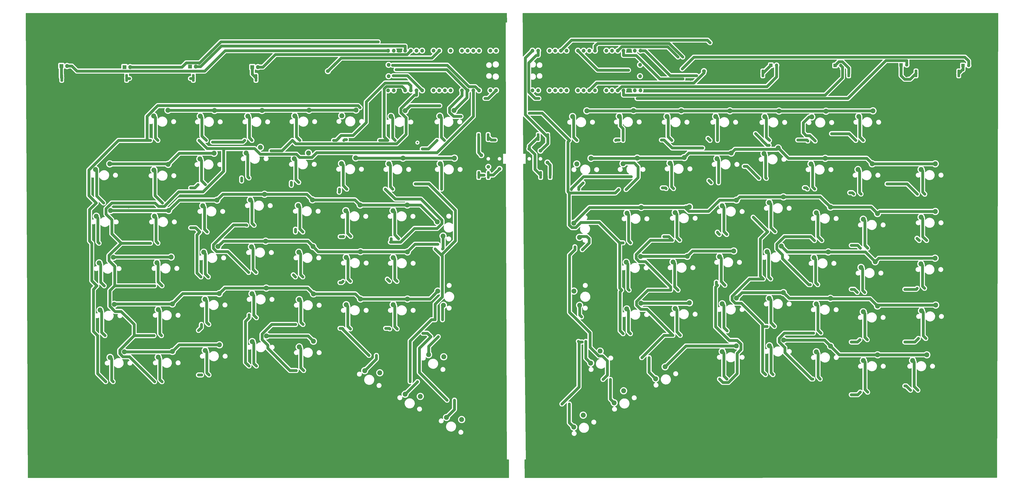
<source format=gbr>
%TF.GenerationSoftware,KiCad,Pcbnew,7.0.0-da2b9df05c~163~ubuntu22.04.1*%
%TF.CreationDate,2023-02-19T13:11:15+01:00*%
%TF.ProjectId,europe-ergo-smd,6575726f-7065-42d6-9572-676f2d736d64,rev?*%
%TF.SameCoordinates,Original*%
%TF.FileFunction,Copper,L1,Top*%
%TF.FilePolarity,Positive*%
%FSLAX46Y46*%
G04 Gerber Fmt 4.6, Leading zero omitted, Abs format (unit mm)*
G04 Created by KiCad (PCBNEW 7.0.0-da2b9df05c~163~ubuntu22.04.1) date 2023-02-19 13:11:15*
%MOMM*%
%LPD*%
G01*
G04 APERTURE LIST*
G04 Aperture macros list*
%AMRoundRect*
0 Rectangle with rounded corners*
0 $1 Rounding radius*
0 $2 $3 $4 $5 $6 $7 $8 $9 X,Y pos of 4 corners*
0 Add a 4 corners polygon primitive as box body*
4,1,4,$2,$3,$4,$5,$6,$7,$8,$9,$2,$3,0*
0 Add four circle primitives for the rounded corners*
1,1,$1+$1,$2,$3*
1,1,$1+$1,$4,$5*
1,1,$1+$1,$6,$7*
1,1,$1+$1,$8,$9*
0 Add four rect primitives between the rounded corners*
20,1,$1+$1,$2,$3,$4,$5,0*
20,1,$1+$1,$4,$5,$6,$7,0*
20,1,$1+$1,$6,$7,$8,$9,0*
20,1,$1+$1,$8,$9,$2,$3,0*%
G04 Aperture macros list end*
%TA.AperFunction,SMDPad,CuDef*%
%ADD10RoundRect,0.250000X-0.312500X-1.450000X0.312500X-1.450000X0.312500X1.450000X-0.312500X1.450000X0*%
%TD*%
%TA.AperFunction,SMDPad,CuDef*%
%ADD11RoundRect,0.250000X0.312500X1.450000X-0.312500X1.450000X-0.312500X-1.450000X0.312500X-1.450000X0*%
%TD*%
%TA.AperFunction,SMDPad,CuDef*%
%ADD12RoundRect,0.225000X-0.225000X-0.375000X0.225000X-0.375000X0.225000X0.375000X-0.225000X0.375000X0*%
%TD*%
%TA.AperFunction,ComponentPad*%
%ADD13C,7.500000*%
%TD*%
%TA.AperFunction,ComponentPad*%
%ADD14C,2.200000*%
%TD*%
%TA.AperFunction,ComponentPad*%
%ADD15R,1.500000X1.500000*%
%TD*%
%TA.AperFunction,ComponentPad*%
%ADD16O,1.500000X1.500000*%
%TD*%
%TA.AperFunction,ComponentPad*%
%ADD17R,1.800000X1.800000*%
%TD*%
%TA.AperFunction,ComponentPad*%
%ADD18O,1.800000X1.800000*%
%TD*%
%TA.AperFunction,ComponentPad*%
%ADD19C,1.700000*%
%TD*%
%TA.AperFunction,ComponentPad*%
%ADD20R,1.650000X1.650000*%
%TD*%
%TA.AperFunction,ComponentPad*%
%ADD21C,1.650000*%
%TD*%
%TA.AperFunction,ComponentPad*%
%ADD22O,1.700000X1.700000*%
%TD*%
%TA.AperFunction,ComponentPad*%
%ADD23R,1.700000X1.700000*%
%TD*%
%TA.AperFunction,ViaPad*%
%ADD24C,0.800000*%
%TD*%
%TA.AperFunction,Conductor*%
%ADD25C,1.240000*%
%TD*%
G04 APERTURE END LIST*
D10*
%TO.P,R12,1*%
%TO.N,GNDL*%
X105782500Y-56000000D03*
%TO.P,R12,2*%
%TO.N,Net-(D55-K)*%
X110057500Y-56000000D03*
%TD*%
%TO.P,R11,1*%
%TO.N,SCL I2C0*%
X296322500Y-82500000D03*
%TO.P,R11,2*%
%TO.N,VCCL*%
X300597500Y-82500000D03*
%TD*%
%TO.P,R10,1*%
%TO.N,GNDL*%
X134782500Y-56000000D03*
%TO.P,R10,2*%
%TO.N,Net-(D54-K)*%
X139057500Y-56000000D03*
%TD*%
%TO.P,R9,1*%
%TO.N,SDA I2C0*%
X296402500Y-99500000D03*
%TO.P,R9,2*%
%TO.N,VCCL*%
X300677500Y-99500000D03*
%TD*%
D11*
%TO.P,R8,1*%
%TO.N,GNDL*%
X173137500Y-56000000D03*
%TO.P,R8,2*%
%TO.N,Net-(D53-K)*%
X168862500Y-56000000D03*
%TD*%
%TO.P,R7,1*%
%TO.N,GNDL*%
X201137500Y-56000000D03*
%TO.P,R7,2*%
%TO.N,Net-(D52-K)*%
X196862500Y-56000000D03*
%TD*%
D10*
%TO.P,R6,1*%
%TO.N,Net-(D51-K)*%
X510872500Y-54000000D03*
%TO.P,R6,2*%
%TO.N,GNDR*%
X515147500Y-54000000D03*
%TD*%
D11*
%TO.P,R5,1*%
%TO.N,sdaR*%
X327227500Y-82500000D03*
%TO.P,R5,2*%
%TO.N,VCCR*%
X322952500Y-82500000D03*
%TD*%
%TO.P,R4,1*%
%TO.N,Net-(D50-K)*%
X491767500Y-54000000D03*
%TO.P,R4,2*%
%TO.N,GNDR*%
X487492500Y-54000000D03*
%TD*%
%TO.P,R3,1*%
%TO.N,sclR*%
X328307500Y-99500000D03*
%TO.P,R3,2*%
%TO.N,VCCR*%
X324032500Y-99500000D03*
%TD*%
%TO.P,R2,1*%
%TO.N,Net-(D49-K)*%
X461687500Y-54000000D03*
%TO.P,R2,2*%
%TO.N,GNDR*%
X457412500Y-54000000D03*
%TD*%
D10*
%TO.P,R1,1*%
%TO.N,Net-(D48-K)*%
X423332500Y-54000000D03*
%TO.P,R1,2*%
%TO.N,GNDR*%
X427607500Y-54000000D03*
%TD*%
D12*
%TO.P,D102,1,K*%
%TO.N,COL1*%
X149730000Y-84000000D03*
%TO.P,D102,2,A*%
%TO.N,Net-(D102-A)*%
X153030000Y-84000000D03*
%TD*%
%TO.P,D101,1,K*%
%TO.N,COL1*%
X123450000Y-130000000D03*
%TO.P,D101,2,A*%
%TO.N,Net-(D101-A)*%
X126750000Y-130000000D03*
%TD*%
%TO.P,D100,1,K*%
%TO.N,COL1*%
X125460000Y-112000000D03*
%TO.P,D100,2,A*%
%TO.N,Net-(D100-A)*%
X128760000Y-112000000D03*
%TD*%
%TO.P,D99,1,K*%
%TO.N,COL1*%
X126050000Y-171380000D03*
%TO.P,D99,2,A*%
%TO.N,Net-(D99-A)*%
X129350000Y-171380000D03*
%TD*%
%TO.P,D98,1,K*%
%TO.N,COL1*%
X125760000Y-149100000D03*
%TO.P,D98,2,A*%
%TO.N,Net-(D98-A)*%
X129060000Y-149100000D03*
%TD*%
%TO.P,D97,1,K*%
%TO.N,COL1*%
X129710000Y-192000000D03*
%TO.P,D97,2,A*%
%TO.N,Net-(D97-A)*%
X133010000Y-192000000D03*
%TD*%
%TO.P,D96,1,K*%
%TO.N,COL2*%
X171350000Y-84000000D03*
%TO.P,D96,2,A*%
%TO.N,Net-(D96-A)*%
X174650000Y-84000000D03*
%TD*%
%TO.P,D95,1,K*%
%TO.N,COL2*%
X151310000Y-171380000D03*
%TO.P,D95,2,A*%
%TO.N,Net-(D95-A)*%
X154610000Y-171380000D03*
%TD*%
%TO.P,D94,1,K*%
%TO.N,COL2*%
X151570000Y-149100000D03*
%TO.P,D94,2,A*%
%TO.N,Net-(D94-A)*%
X154870000Y-149100000D03*
%TD*%
%TO.P,D93,1,K*%
%TO.N,COL2*%
X149750000Y-130000000D03*
%TO.P,D93,2,A*%
%TO.N,Net-(D93-A)*%
X153050000Y-130000000D03*
%TD*%
%TO.P,D92,1,K*%
%TO.N,COL2*%
X151730000Y-112000000D03*
%TO.P,D92,2,A*%
%TO.N,Net-(D92-A)*%
X155030000Y-112000000D03*
%TD*%
%TO.P,D91,1,K*%
%TO.N,COL2*%
X151540000Y-192000000D03*
%TO.P,D91,2,A*%
%TO.N,Net-(D91-A)*%
X154840000Y-192000000D03*
%TD*%
%TO.P,D90,1,K*%
%TO.N,COL3*%
X191750000Y-84000000D03*
%TO.P,D90,2,A*%
%TO.N,Net-(D90-A)*%
X195050000Y-84000000D03*
%TD*%
%TO.P,D89,1,K*%
%TO.N,COL3*%
X172460000Y-166380000D03*
%TO.P,D89,2,A*%
%TO.N,Net-(D89-A)*%
X175760000Y-166380000D03*
%TD*%
%TO.P,D88,1,K*%
%TO.N,COL3*%
X171760000Y-125000000D03*
%TO.P,D88,2,A*%
%TO.N,Net-(D88-A)*%
X175060000Y-125000000D03*
%TD*%
%TO.P,D87,1,K*%
%TO.N,COL3*%
X170970000Y-103800000D03*
%TO.P,D87,2,A*%
%TO.N,Net-(D87-A)*%
X174270000Y-103800000D03*
%TD*%
%TO.P,D86,1,K*%
%TO.N,COL3*%
X172550000Y-189000000D03*
%TO.P,D86,2,A*%
%TO.N,Net-(D86-A)*%
X175850000Y-189000000D03*
%TD*%
%TO.P,D85,1,K*%
%TO.N,COL3*%
X172250000Y-145100000D03*
%TO.P,D85,2,A*%
%TO.N,Net-(D85-A)*%
X175550000Y-145100000D03*
%TD*%
%TO.P,D84,1,K*%
%TO.N,COL4*%
X213150000Y-84000000D03*
%TO.P,D84,2,A*%
%TO.N,Net-(D84-A)*%
X216450000Y-84000000D03*
%TD*%
%TO.P,D83,1,K*%
%TO.N,COL4*%
X193730000Y-185000000D03*
%TO.P,D83,2,A*%
%TO.N,Net-(D83-A)*%
X197030000Y-185000000D03*
%TD*%
%TO.P,D82,1,K*%
%TO.N,COL4*%
X193770000Y-163380000D03*
%TO.P,D82,2,A*%
%TO.N,Net-(D82-A)*%
X197070000Y-163380000D03*
%TD*%
%TO.P,D81,1,K*%
%TO.N,COL4*%
X193580000Y-143100000D03*
%TO.P,D81,2,A*%
%TO.N,Net-(D81-A)*%
X196880000Y-143100000D03*
%TD*%
%TO.P,D80,1,K*%
%TO.N,COL4*%
X192700000Y-122000000D03*
%TO.P,D80,2,A*%
%TO.N,Net-(D80-A)*%
X196000000Y-122000000D03*
%TD*%
%TO.P,D79,1,K*%
%TO.N,COL4*%
X190430000Y-100800000D03*
%TO.P,D79,2,A*%
%TO.N,Net-(D79-A)*%
X193730000Y-100800000D03*
%TD*%
%TO.P,D78,1,K*%
%TO.N,COL5*%
X232730000Y-84000000D03*
%TO.P,D78,2,A*%
%TO.N,Net-(D78-A)*%
X236030000Y-84000000D03*
%TD*%
%TO.P,D77,1,K*%
%TO.N,COL5*%
X214490000Y-125000000D03*
%TO.P,D77,2,A*%
%TO.N,Net-(D77-A)*%
X217790000Y-125000000D03*
%TD*%
%TO.P,D76,1,K*%
%TO.N,COL5*%
X214850000Y-187000000D03*
%TO.P,D76,2,A*%
%TO.N,Net-(D76-A)*%
X218150000Y-187000000D03*
%TD*%
%TO.P,D75,1,K*%
%TO.N,COL5*%
X214540000Y-166380000D03*
%TO.P,D75,2,A*%
%TO.N,Net-(D75-A)*%
X217840000Y-166380000D03*
%TD*%
%TO.P,D74,1,K*%
%TO.N,COL5*%
X214460000Y-145100000D03*
%TO.P,D74,2,A*%
%TO.N,Net-(D74-A)*%
X217760000Y-145100000D03*
%TD*%
%TO.P,D73,1,K*%
%TO.N,COL5*%
X212650000Y-102800000D03*
%TO.P,D73,2,A*%
%TO.N,Net-(D73-A)*%
X215950000Y-102800000D03*
%TD*%
%TO.P,D72,1,K*%
%TO.N,COL6*%
X255730000Y-84000000D03*
%TO.P,D72,2,A*%
%TO.N,Net-(D72-A)*%
X259030000Y-84000000D03*
%TD*%
%TO.P,D71,1,K*%
%TO.N,COL6*%
X235730000Y-168380000D03*
%TO.P,D71,2,A*%
%TO.N,Net-(D71-A)*%
X239030000Y-168380000D03*
%TD*%
%TO.P,D70,1,K*%
%TO.N,COL6*%
X235740000Y-147100000D03*
%TO.P,D70,2,A*%
%TO.N,Net-(D70-A)*%
X239040000Y-147100000D03*
%TD*%
%TO.P,D69,1,K*%
%TO.N,COL6*%
X235890000Y-127000000D03*
%TO.P,D69,2,A*%
%TO.N,Net-(D69-A)*%
X239190000Y-127000000D03*
%TD*%
%TO.P,D68,1,K*%
%TO.N,COL6*%
X234150000Y-105800000D03*
%TO.P,D68,2,A*%
%TO.N,Net-(D68-A)*%
X237450000Y-105800000D03*
%TD*%
%TO.P,D67,1,K*%
%TO.N,COL6*%
X247350000Y-180250000D03*
%TO.P,D67,2,A*%
%TO.N,Net-(D67-A)*%
X250650000Y-180250000D03*
%TD*%
%TO.P,D66,1,K*%
%TO.N,COL7*%
X277730000Y-84000000D03*
%TO.P,D66,2,A*%
%TO.N,Net-(D66-A)*%
X281030000Y-84000000D03*
%TD*%
%TO.P,D65,1,K*%
%TO.N,COL7*%
X256630000Y-168380000D03*
%TO.P,D65,2,A*%
%TO.N,Net-(D65-A)*%
X259930000Y-168380000D03*
%TD*%
%TO.P,D64,1,K*%
%TO.N,COL7*%
X254630000Y-105800000D03*
%TO.P,D64,2,A*%
%TO.N,Net-(D64-A)*%
X257930000Y-105800000D03*
%TD*%
%TO.P,D63,1,K*%
%TO.N,COL7*%
X256540000Y-147100000D03*
%TO.P,D63,2,A*%
%TO.N,Net-(D63-A)*%
X259840000Y-147100000D03*
%TD*%
%TO.P,D62,1,K*%
%TO.N,COL7*%
X257270000Y-128000000D03*
%TO.P,D62,2,A*%
%TO.N,Net-(D62-A)*%
X260570000Y-128000000D03*
%TD*%
%TO.P,D61,1,K*%
%TO.N,COL8*%
X265730000Y-192000000D03*
%TO.P,D61,2,A*%
%TO.N,Net-(D61-A)*%
X269030000Y-192000000D03*
%TD*%
%TO.P,D60,1,K*%
%TO.N,COL8*%
X276430000Y-105800000D03*
%TO.P,D60,2,A*%
%TO.N,Net-(D60-A)*%
X279730000Y-105800000D03*
%TD*%
%TO.P,D59,1,K*%
%TO.N,COL8*%
X276910000Y-132540000D03*
%TO.P,D59,2,A*%
%TO.N,Net-(D59-A)*%
X280210000Y-132540000D03*
%TD*%
%TO.P,D58,1,K*%
%TO.N,COL8*%
X276870000Y-164280000D03*
%TO.P,D58,2,A*%
%TO.N,Net-(D58-A)*%
X280170000Y-164280000D03*
%TD*%
%TO.P,D57,1,K*%
%TO.N,Arrow-Left*%
X275010000Y-171880000D03*
%TO.P,D57,2,A*%
%TO.N,Net-(D57-A)*%
X278310000Y-171880000D03*
%TD*%
%TO.P,D56,1,K*%
%TO.N,Arrow-Left*%
X282239600Y-200284700D03*
%TO.P,D56,2,A*%
%TO.N,Net-(D56-A)*%
X285539600Y-200284700D03*
%TD*%
%TO.P,D47,1,K*%
%TO.N,Arrow-Right*%
X333540000Y-202000000D03*
%TO.P,D47,2,A*%
%TO.N,Net-(D47-A)*%
X336840000Y-202000000D03*
%TD*%
%TO.P,D46,1,K*%
%TO.N,Arrow-Right*%
X340910000Y-173970600D03*
%TO.P,D46,2,A*%
%TO.N,Net-(D46-A)*%
X344210000Y-173970600D03*
%TD*%
%TO.P,D45,1,K*%
%TO.N,COL8R*%
X338990000Y-163000000D03*
%TO.P,D45,2,A*%
%TO.N,Net-(D45-A)*%
X342290000Y-163000000D03*
%TD*%
%TO.P,D44,1,K*%
%TO.N,COL8R*%
X351900000Y-191000000D03*
%TO.P,D44,2,A*%
%TO.N,Net-(D44-A)*%
X355200000Y-191000000D03*
%TD*%
%TO.P,D43,1,K*%
%TO.N,COL8R*%
X339350000Y-132920000D03*
%TO.P,D43,2,A*%
%TO.N,Net-(D43-A)*%
X342650000Y-132920000D03*
%TD*%
%TO.P,D42,1,K*%
%TO.N,COL8R*%
X337760000Y-106005000D03*
%TO.P,D42,2,A*%
%TO.N,Net-(D42-A)*%
X341060000Y-106005000D03*
%TD*%
%TO.P,D41,1,K*%
%TO.N,COL7R*%
X360280000Y-151040000D03*
%TO.P,D41,2,A*%
%TO.N,Net-(D41-A)*%
X363580000Y-151040000D03*
%TD*%
%TO.P,D40,1,K*%
%TO.N,COL7R*%
X360900000Y-129840000D03*
%TO.P,D40,2,A*%
%TO.N,Net-(D40-A)*%
X364200000Y-129840000D03*
%TD*%
%TO.P,D39,1,K*%
%TO.N,COL7R*%
X360870000Y-170525000D03*
%TO.P,D39,2,A*%
%TO.N,Net-(D39-A)*%
X364170000Y-170525000D03*
%TD*%
%TO.P,D38,1,K*%
%TO.N,COL7R*%
X358910000Y-106005000D03*
%TO.P,D38,2,A*%
%TO.N,Net-(D38-A)*%
X362210000Y-106005000D03*
%TD*%
%TO.P,D37,1,K*%
%TO.N,COL7R*%
X336900000Y-84000000D03*
%TO.P,D37,2,A*%
%TO.N,Net-(D37-A)*%
X340200000Y-84000000D03*
%TD*%
%TO.P,D36,1,K*%
%TO.N,COL6R*%
X369210000Y-181240000D03*
%TO.P,D36,2,A*%
%TO.N,Net-(D36-A)*%
X372510000Y-181240000D03*
%TD*%
%TO.P,D35,1,K*%
%TO.N,COL6R*%
X383150000Y-171260000D03*
%TO.P,D35,2,A*%
%TO.N,Net-(D35-A)*%
X386450000Y-171260000D03*
%TD*%
%TO.P,D34,1,K*%
%TO.N,COL6R*%
X382150000Y-151040000D03*
%TO.P,D34,2,A*%
%TO.N,Net-(D34-A)*%
X385450000Y-151040000D03*
%TD*%
%TO.P,D33,1,K*%
%TO.N,COL6R*%
X382870000Y-128700000D03*
%TO.P,D33,2,A*%
%TO.N,Net-(D33-A)*%
X386170000Y-128700000D03*
%TD*%
%TO.P,D32,1,K*%
%TO.N,COL6R*%
X380110000Y-105565000D03*
%TO.P,D32,2,A*%
%TO.N,Net-(D32-A)*%
X383410000Y-105565000D03*
%TD*%
%TO.P,D31,1,K*%
%TO.N,COL6R*%
X357540000Y-84000000D03*
%TO.P,D31,2,A*%
%TO.N,Net-(D31-A)*%
X360840000Y-84000000D03*
%TD*%
%TO.P,D30,1,K*%
%TO.N,COL5R*%
X403970000Y-190840000D03*
%TO.P,D30,2,A*%
%TO.N,Net-(D30-A)*%
X407270000Y-190840000D03*
%TD*%
%TO.P,D29,1,K*%
%TO.N,COL5R*%
X404070000Y-169260000D03*
%TO.P,D29,2,A*%
%TO.N,Net-(D29-A)*%
X407370000Y-169260000D03*
%TD*%
%TO.P,D28,1,K*%
%TO.N,COL5R*%
X403060000Y-148840000D03*
%TO.P,D28,2,A*%
%TO.N,Net-(D28-A)*%
X406360000Y-148840000D03*
%TD*%
%TO.P,D27,1,K*%
%TO.N,COL5R*%
X400210000Y-102965000D03*
%TO.P,D27,2,A*%
%TO.N,Net-(D27-A)*%
X403510000Y-102965000D03*
%TD*%
%TO.P,D26,1,K*%
%TO.N,COL5R*%
X403870000Y-126100000D03*
%TO.P,D26,2,A*%
%TO.N,Net-(D26-A)*%
X407170000Y-126100000D03*
%TD*%
%TO.P,D25,1,K*%
%TO.N,COL5R*%
X379350000Y-84000000D03*
%TO.P,D25,2,A*%
%TO.N,Net-(D25-A)*%
X382650000Y-84000000D03*
%TD*%
%TO.P,D24,1,K*%
%TO.N,COL4R*%
X424520000Y-188840000D03*
%TO.P,D24,2,A*%
%TO.N,Net-(D24-A)*%
X427820000Y-188840000D03*
%TD*%
%TO.P,D23,1,K*%
%TO.N,COL4R*%
X425210000Y-167260000D03*
%TO.P,D23,2,A*%
%TO.N,Net-(D23-A)*%
X428510000Y-167260000D03*
%TD*%
%TO.P,D22,1,K*%
%TO.N,COL4R*%
X423550000Y-146040000D03*
%TO.P,D22,2,A*%
%TO.N,Net-(D22-A)*%
X426850000Y-146040000D03*
%TD*%
%TO.P,D21,1,K*%
%TO.N,COL4R*%
X425450000Y-124840000D03*
%TO.P,D21,2,A*%
%TO.N,Net-(D21-A)*%
X428750000Y-124840000D03*
%TD*%
%TO.P,D20,1,K*%
%TO.N,COL4R*%
X421610000Y-101005000D03*
%TO.P,D20,2,A*%
%TO.N,Net-(D20-A)*%
X424910000Y-101005000D03*
%TD*%
%TO.P,D19,1,K*%
%TO.N,COL4R*%
X399740000Y-84000000D03*
%TO.P,D19,2,A*%
%TO.N,Net-(D19-A)*%
X403040000Y-84000000D03*
%TD*%
%TO.P,D18,1,K*%
%TO.N,COL3R*%
X445640000Y-190840000D03*
%TO.P,D18,2,A*%
%TO.N,Net-(D18-A)*%
X448940000Y-190840000D03*
%TD*%
%TO.P,D17,1,K*%
%TO.N,COL3R*%
X444540000Y-148565000D03*
%TO.P,D17,2,A*%
%TO.N,Net-(D17-A)*%
X447840000Y-148565000D03*
%TD*%
%TO.P,D16,1,K*%
%TO.N,COL3R*%
X445970000Y-170260000D03*
%TO.P,D16,2,A*%
%TO.N,Net-(D16-A)*%
X449270000Y-170260000D03*
%TD*%
%TO.P,D15,1,K*%
%TO.N,COL3R*%
X446370000Y-128840000D03*
%TO.P,D15,2,A*%
%TO.N,Net-(D15-A)*%
X449670000Y-128840000D03*
%TD*%
%TO.P,D14,1,K*%
%TO.N,COL3R*%
X443210000Y-105740000D03*
%TO.P,D14,2,A*%
%TO.N,Net-(D14-A)*%
X446510000Y-105740000D03*
%TD*%
%TO.P,D13,1,K*%
%TO.N,COL3R*%
X423000000Y-84000000D03*
%TO.P,D13,2,A*%
%TO.N,Net-(D13-A)*%
X426300000Y-84000000D03*
%TD*%
%TO.P,D12,1,K*%
%TO.N,COL2R*%
X466840000Y-196700000D03*
%TO.P,D12,2,A*%
%TO.N,Net-(D12-A)*%
X470140000Y-196700000D03*
%TD*%
%TO.P,D11,1,K*%
%TO.N,COL2R*%
X466670000Y-173220000D03*
%TO.P,D11,2,A*%
%TO.N,Net-(D11-A)*%
X469970000Y-173220000D03*
%TD*%
%TO.P,D10,1,K*%
%TO.N,COL2R*%
X465540000Y-152040000D03*
%TO.P,D10,2,A*%
%TO.N,Net-(D10-A)*%
X468840000Y-152040000D03*
%TD*%
%TO.P,D9,1,K*%
%TO.N,COL2R*%
X466850000Y-132200000D03*
%TO.P,D9,2,A*%
%TO.N,Net-(D9-A)*%
X470150000Y-132200000D03*
%TD*%
%TO.P,D8,1,K*%
%TO.N,COL2R*%
X463910000Y-108005000D03*
%TO.P,D8,2,A*%
%TO.N,Net-(D8-A)*%
X467210000Y-108005000D03*
%TD*%
%TO.P,D7,1,K*%
%TO.N,COL2R*%
X443400000Y-84260000D03*
%TO.P,D7,2,A*%
%TO.N,Net-(D7-A)*%
X446700000Y-84260000D03*
%TD*%
%TO.P,D6,1,K*%
%TO.N,COL1R*%
X489320000Y-195840000D03*
%TO.P,D6,2,A*%
%TO.N,Net-(D6-A)*%
X492620000Y-195840000D03*
%TD*%
%TO.P,D5,1,K*%
%TO.N,COL1R*%
X492825000Y-172660000D03*
%TO.P,D5,2,A*%
%TO.N,Net-(D5-A)*%
X496125000Y-172660000D03*
%TD*%
%TO.P,D4,1,K*%
%TO.N,COL1R*%
X492295000Y-150205000D03*
%TO.P,D4,2,A*%
%TO.N,Net-(D4-A)*%
X495595000Y-150205000D03*
%TD*%
%TO.P,D3,1,K*%
%TO.N,COL1R*%
X493205000Y-128800000D03*
%TO.P,D3,2,A*%
%TO.N,Net-(D3-A)*%
X496505000Y-128800000D03*
%TD*%
%TO.P,D2,1,K*%
%TO.N,COL1R*%
X492395000Y-108065000D03*
%TO.P,D2,2,A*%
%TO.N,Net-(D2-A)*%
X495695000Y-108065000D03*
%TD*%
%TO.P,D1,1,K*%
%TO.N,COL1R*%
X464870000Y-84000000D03*
%TO.P,D1,2,A*%
%TO.N,Net-(D1-A)*%
X468170000Y-84000000D03*
%TD*%
D13*
%TO.P,H15,1,1*%
%TO.N,GNDL*%
X302750000Y-32600000D03*
%TD*%
D14*
%TO.P,SW43,1*%
%TO.N,ROW3R*%
X338820000Y-121080000D03*
%TO.P,SW43,2*%
%TO.N,Net-(D43-A)*%
X341360000Y-127430000D03*
%TD*%
%TO.P,SW89,1*%
%TO.N,ROW5*%
X159500000Y-157200000D03*
%TO.P,SW89,2*%
%TO.N,Net-(D95-A)*%
X153150000Y-159740000D03*
%TD*%
%TO.P,SW3,1*%
%TO.N,ROW3R*%
X500395000Y-115800000D03*
%TO.P,SW3,2*%
%TO.N,Net-(D3-A)*%
X494045000Y-118340000D03*
%TD*%
D13*
%TO.P,H3,1,1*%
%TO.N,GNDR*%
X521000000Y-32600000D03*
%TD*%
D15*
%TO.P,D51,1,K*%
%TO.N,Net-(D51-K)*%
X512729999Y-50439999D03*
D16*
%TO.P,D51,2,A*%
%TO.N,PWM1R*%
X515269999Y-50439999D03*
%TD*%
D14*
%TO.P,SW21,1*%
%TO.N,ROW3R*%
X432540000Y-109300000D03*
%TO.P,SW21,2*%
%TO.N,Net-(D21-A)*%
X426190000Y-111840000D03*
%TD*%
%TO.P,SW28,1*%
%TO.N,ROW5R*%
X411540000Y-154620000D03*
%TO.P,SW28,2*%
%TO.N,Net-(D29-A)*%
X405190000Y-157160000D03*
%TD*%
%TO.P,SW80,1*%
%TO.N,ROW6*%
X180540000Y-175520000D03*
%TO.P,SW80,2*%
%TO.N,Net-(D86-A)*%
X174190000Y-178060000D03*
%TD*%
%TO.P,SW5,1*%
%TO.N,ROW4R*%
X500295000Y-136720000D03*
%TO.P,SW5,2*%
%TO.N,Net-(D4-A)*%
X493945000Y-139260000D03*
%TD*%
%TO.P,SW9,1*%
%TO.N,ROW3R*%
X474540000Y-116760000D03*
%TO.P,SW9,2*%
%TO.N,Net-(D9-A)*%
X468190000Y-119300000D03*
%TD*%
D13*
%TO.P,H11,1,1*%
%TO.N,GNDL*%
X100900000Y-228000000D03*
%TD*%
D14*
%TO.P,SW35,1*%
%TO.N,ROW6R*%
X379659700Y-185330600D03*
%TO.P,SW35,2*%
%TO.N,Net-(D36-A)*%
X375430439Y-190705305D03*
%TD*%
%TO.P,SW34,1*%
%TO.N,ROW5R*%
X390540000Y-156720000D03*
%TO.P,SW34,2*%
%TO.N,Net-(D35-A)*%
X384190000Y-159260000D03*
%TD*%
D13*
%TO.P,H9,1,1*%
%TO.N,GNDL*%
X100500000Y-34000000D03*
%TD*%
D14*
%TO.P,SW53,1*%
%TO.N,ROW3*%
X277920000Y-120460000D03*
%TO.P,SW53,2*%
%TO.N,Net-(D59-A)*%
X280460000Y-126810000D03*
%TD*%
%TO.P,SW11,1*%
%TO.N,ROW4R*%
X473540000Y-138300000D03*
%TO.P,SW11,2*%
%TO.N,Net-(D10-A)*%
X467190000Y-140840000D03*
%TD*%
%TO.P,SW7,1*%
%TO.N,ROW1R*%
X451540000Y-70920000D03*
%TO.P,SW7,2*%
%TO.N,Net-(D7-A)*%
X445190000Y-73460000D03*
%TD*%
%TO.P,SW58,1*%
%TO.N,ROW3*%
X264460000Y-112920000D03*
%TO.P,SW58,2*%
%TO.N,Net-(D62-A)*%
X258110000Y-115460000D03*
%TD*%
%TO.P,SW76,1*%
%TO.N,ROW3*%
X200680000Y-108120000D03*
%TO.P,SW76,2*%
%TO.N,Net-(D80-A)*%
X194330000Y-110660000D03*
%TD*%
D13*
%TO.P,H8,1,1*%
%TO.N,GNDR*%
X427400000Y-229450000D03*
%TD*%
D14*
%TO.P,SW20,1*%
%TO.N,ROW2R*%
X430210000Y-87400000D03*
%TO.P,SW20,2*%
%TO.N,Net-(D20-A)*%
X423860000Y-89940000D03*
%TD*%
%TO.P,SW29,1*%
%TO.N,ROW4R*%
X410350000Y-133500000D03*
%TO.P,SW29,2*%
%TO.N,Net-(D28-A)*%
X404000000Y-136040000D03*
%TD*%
%TO.P,SW17,1*%
%TO.N,ROW4R*%
X452540000Y-133960000D03*
%TO.P,SW17,2*%
%TO.N,Net-(D17-A)*%
X446190000Y-136500000D03*
%TD*%
%TO.P,SW74,1*%
%TO.N,ROW6*%
X201540000Y-171520000D03*
%TO.P,SW74,2*%
%TO.N,Net-(D83-A)*%
X195190000Y-174060000D03*
%TD*%
D13*
%TO.P,H1,1,1*%
%TO.N,GNDR*%
X521000000Y-229450000D03*
%TD*%
D14*
%TO.P,SW66,1*%
%TO.N,ROW1*%
X263540000Y-70720000D03*
%TO.P,SW66,2*%
%TO.N,Net-(D72-A)*%
X257190000Y-73260000D03*
%TD*%
%TO.P,SW85,1*%
%TO.N,ROW4*%
X158970000Y-136220000D03*
%TO.P,SW85,2*%
%TO.N,Net-(D94-A)*%
X152620000Y-138760000D03*
%TD*%
%TO.P,SW15,1*%
%TO.N,ROW3R*%
X453540000Y-113900000D03*
%TO.P,SW15,2*%
%TO.N,Net-(D15-A)*%
X447190000Y-116440000D03*
%TD*%
%TO.P,SW6,1*%
%TO.N,ROW6R*%
X496610000Y-180000000D03*
%TO.P,SW6,2*%
%TO.N,Net-(D6-A)*%
X490260000Y-182540000D03*
%TD*%
%TO.P,SW27,1*%
%TO.N,ROW3R*%
X411540000Y-110760000D03*
%TO.P,SW27,2*%
%TO.N,Net-(D26-A)*%
X405190000Y-113300000D03*
%TD*%
%TO.P,SW88,1*%
%TO.N,ROW3*%
X157840000Y-115420000D03*
%TO.P,SW88,2*%
%TO.N,Net-(D93-A)*%
X151490000Y-117960000D03*
%TD*%
%TO.P,SW62,1*%
%TO.N,ROW2*%
X241440000Y-91820000D03*
%TO.P,SW62,2*%
%TO.N,Net-(D68-A)*%
X235090000Y-94360000D03*
%TD*%
%TO.P,SW87,1*%
%TO.N,ROW2*%
X157620000Y-94720000D03*
%TO.P,SW87,2*%
%TO.N,Net-(D92-A)*%
X151270000Y-97260000D03*
%TD*%
%TO.P,SW4,1*%
%TO.N,ROW5R*%
X500595000Y-157720000D03*
%TO.P,SW4,2*%
%TO.N,Net-(D5-A)*%
X494245000Y-160260000D03*
%TD*%
%TO.P,SW93,1*%
%TO.N,ROW2*%
X131540000Y-94520000D03*
%TO.P,SW93,2*%
%TO.N,Net-(D100-A)*%
X125190000Y-97060000D03*
%TD*%
%TO.P,SW90,1*%
%TO.N,ROW1*%
X178340000Y-70620000D03*
%TO.P,SW90,2*%
%TO.N,Net-(D96-A)*%
X171990000Y-73160000D03*
%TD*%
%TO.P,SW39,1*%
%TO.N,ROW3R*%
X368970000Y-114000000D03*
%TO.P,SW39,2*%
%TO.N,Net-(D40-A)*%
X362620000Y-116540000D03*
%TD*%
%TO.P,SW31,1*%
%TO.N,ROW1R*%
X365540000Y-70660000D03*
%TO.P,SW31,2*%
%TO.N,Net-(D31-A)*%
X359190000Y-73200000D03*
%TD*%
%TO.P,SW81,1*%
%TO.N,ROW2*%
X178160000Y-89720000D03*
%TO.P,SW81,2*%
%TO.N,Net-(D87-A)*%
X171810000Y-92260000D03*
%TD*%
D13*
%TO.P,H5,1,1*%
%TO.N,GNDR*%
X322000000Y-32650000D03*
%TD*%
D14*
%TO.P,SW54,1*%
%TO.N,ROW5*%
X278100000Y-151460000D03*
%TO.P,SW54,2*%
%TO.N,Net-(D58-A)*%
X280640000Y-157810000D03*
%TD*%
%TO.P,SW19,1*%
%TO.N,ROW1R*%
X408620000Y-70780000D03*
%TO.P,SW19,2*%
%TO.N,Net-(D19-A)*%
X402270000Y-73320000D03*
%TD*%
%TO.P,SW47,1*%
%TO.N,ROW6R*%
X343069700Y-206990600D03*
%TO.P,SW47,2*%
%TO.N,Net-(D47-A)*%
X338840439Y-212365305D03*
%TD*%
D15*
%TO.P,D49,1,K*%
%TO.N,Net-(D49-K)*%
X455614699Y-50439999D03*
D16*
%TO.P,D49,2,A*%
%TO.N,PWM3R*%
X458154699Y-50439999D03*
%TD*%
D14*
%TO.P,SW18,1*%
%TO.N,ROW6R*%
X453610000Y-176100000D03*
%TO.P,SW18,2*%
%TO.N,Net-(D18-A)*%
X447260000Y-178640000D03*
%TD*%
%TO.P,SW96,1*%
%TO.N,ROW1*%
X157540000Y-70520000D03*
%TO.P,SW96,2*%
%TO.N,Net-(D102-A)*%
X151190000Y-73060000D03*
%TD*%
D13*
%TO.P,H4,1,1*%
%TO.N,GNDR*%
X426550000Y-32650000D03*
%TD*%
D14*
%TO.P,SW67,1*%
%TO.N,ROW4*%
X222380000Y-131520000D03*
%TO.P,SW67,2*%
%TO.N,Net-(D74-A)*%
X216030000Y-134060000D03*
%TD*%
%TO.P,SW41,1*%
%TO.N,ROW4R*%
X368670000Y-136000000D03*
%TO.P,SW41,2*%
%TO.N,Net-(D41-A)*%
X362320000Y-138540000D03*
%TD*%
%TO.P,SW46,1*%
%TO.N,ROW5R*%
X350659700Y-178330600D03*
%TO.P,SW46,2*%
%TO.N,Net-(D46-A)*%
X346430439Y-183705305D03*
%TD*%
%TO.P,SW16,1*%
%TO.N,ROW5R*%
X453540000Y-154720000D03*
%TO.P,SW16,2*%
%TO.N,Net-(D16-A)*%
X447190000Y-157260000D03*
%TD*%
%TO.P,SW22,1*%
%TO.N,ROW5R*%
X432540000Y-152140000D03*
%TO.P,SW22,2*%
%TO.N,Net-(D23-A)*%
X426190000Y-154680000D03*
%TD*%
%TO.P,SW26,1*%
%TO.N,ROW2R*%
X409210000Y-89660000D03*
%TO.P,SW26,2*%
%TO.N,Net-(D27-A)*%
X402860000Y-92200000D03*
%TD*%
D17*
%TO.P,D54,1,K*%
%TO.N,Net-(D54-K)*%
X138099999Y-51199999D03*
D18*
%TO.P,D54,2,A*%
%TO.N,PWM2*%
X140639999Y-51199999D03*
%TD*%
D14*
%TO.P,SW12,1*%
%TO.N,ROW6R*%
X474610000Y-180000000D03*
%TO.P,SW12,2*%
%TO.N,Net-(D12-A)*%
X468260000Y-182540000D03*
%TD*%
%TO.P,SW84,1*%
%TO.N,ROW1*%
X199540000Y-70620000D03*
%TO.P,SW84,2*%
%TO.N,Net-(D90-A)*%
X193190000Y-73160000D03*
%TD*%
%TO.P,SW60,1*%
%TO.N,ROW1*%
X285340000Y-70620000D03*
%TO.P,SW60,2*%
%TO.N,Net-(D66-A)*%
X278990000Y-73160000D03*
%TD*%
%TO.P,SW56,1*%
%TO.N,ROW4*%
X264540000Y-133920000D03*
%TO.P,SW56,2*%
%TO.N,Net-(D63-A)*%
X258190000Y-136460000D03*
%TD*%
%TO.P,SW36,1*%
%TO.N,ROW4R*%
X389540000Y-135900000D03*
%TO.P,SW36,2*%
%TO.N,Net-(D34-A)*%
X383190000Y-138440000D03*
%TD*%
D13*
%TO.P,H16,1,1*%
%TO.N,GNDL*%
X302200000Y-227800000D03*
%TD*%
%TO.P,H13,1,1*%
%TO.N,GNDL*%
X300900000Y-128800000D03*
%TD*%
%TO.P,H12,1,1*%
%TO.N,GNDL*%
X100500000Y-129000000D03*
%TD*%
%TO.P,H2,1,1*%
%TO.N,GNDR*%
X521000000Y-129000000D03*
%TD*%
D14*
%TO.P,SW1,1*%
%TO.N,ROW1R*%
X472540000Y-70760000D03*
%TO.P,SW1,2*%
%TO.N,Net-(D1-A)*%
X466190000Y-73300000D03*
%TD*%
%TO.P,SW73,1*%
%TO.N,ROW4*%
X201180000Y-129120000D03*
%TO.P,SW73,2*%
%TO.N,Net-(D81-A)*%
X194830000Y-131660000D03*
%TD*%
D15*
%TO.P,D48,1,K*%
%TO.N,Net-(D48-K)*%
X426914699Y-50339999D03*
D16*
%TO.P,D48,2,A*%
%TO.N,PWM4R*%
X429454699Y-50339999D03*
%TD*%
D14*
%TO.P,SW51,1*%
%TO.N,ROW5*%
X280739700Y-180870600D03*
%TO.P,SW51,2*%
%TO.N,Net-(D57-A)*%
X273970439Y-179895305D03*
%TD*%
%TO.P,SW71,1*%
%TO.N,ROW5*%
X222540000Y-152700000D03*
%TO.P,SW71,2*%
%TO.N,Net-(D75-A)*%
X216190000Y-155240000D03*
%TD*%
%TO.P,SW91,1*%
%TO.N,ROW4*%
X133130000Y-136320000D03*
%TO.P,SW91,2*%
%TO.N,Net-(D98-A)*%
X126780000Y-138860000D03*
%TD*%
%TO.P,SW69,1*%
%TO.N,ROW2*%
X220340000Y-89620000D03*
%TO.P,SW69,2*%
%TO.N,Net-(D73-A)*%
X213990000Y-92160000D03*
%TD*%
%TO.P,SW86,1*%
%TO.N,ROW6*%
X159540000Y-178500000D03*
%TO.P,SW86,2*%
%TO.N,Net-(D91-A)*%
X153190000Y-181040000D03*
%TD*%
D13*
%TO.P,H7,1,1*%
%TO.N,GNDR*%
X324750000Y-228000000D03*
%TD*%
D14*
%TO.P,SW32,1*%
%TO.N,ROW2R*%
X388210000Y-91660000D03*
%TO.P,SW32,2*%
%TO.N,Net-(D32-A)*%
X381860000Y-94200000D03*
%TD*%
D17*
%TO.P,D55,1,K*%
%TO.N,Net-(D55-K)*%
X109899999Y-50699999D03*
D18*
%TO.P,D55,2,A*%
%TO.N,PWM1*%
X112439999Y-50699999D03*
%TD*%
D14*
%TO.P,SW2,1*%
%TO.N,ROW2R*%
X500395000Y-94460000D03*
%TO.P,SW2,2*%
%TO.N,Net-(D2-A)*%
X494045000Y-97000000D03*
%TD*%
%TO.P,SW10,1*%
%TO.N,ROW5R*%
X474540000Y-158180000D03*
%TO.P,SW10,2*%
%TO.N,Net-(D11-A)*%
X468190000Y-160720000D03*
%TD*%
%TO.P,SW77,1*%
%TO.N,ROW5*%
X201460000Y-150100000D03*
%TO.P,SW77,2*%
%TO.N,Net-(D82-A)*%
X195110000Y-152640000D03*
%TD*%
%TO.P,SW95,1*%
%TO.N,ROW5*%
X133540000Y-157400000D03*
%TO.P,SW95,2*%
%TO.N,Net-(D99-A)*%
X127190000Y-159940000D03*
%TD*%
%TO.P,SW45,1*%
%TO.N,ROW6R*%
X361129700Y-196090600D03*
%TO.P,SW45,2*%
%TO.N,Net-(D44-A)*%
X356900439Y-201465305D03*
%TD*%
%TO.P,SW30,1*%
%TO.N,ROW6R*%
X411540000Y-176000000D03*
%TO.P,SW30,2*%
%TO.N,Net-(D30-A)*%
X405190000Y-178540000D03*
%TD*%
%TO.P,SW55,1*%
%TO.N,ROW6*%
X270279700Y-198590600D03*
%TO.P,SW55,2*%
%TO.N,Net-(D61-A)*%
X263510439Y-197615305D03*
%TD*%
%TO.P,SW78,1*%
%TO.N,ROW1*%
X220540000Y-70520000D03*
%TO.P,SW78,2*%
%TO.N,Net-(D84-A)*%
X214190000Y-73060000D03*
%TD*%
%TO.P,SW70,1*%
%TO.N,ROW3*%
X222080000Y-110620000D03*
%TO.P,SW70,2*%
%TO.N,Net-(D77-A)*%
X215730000Y-113160000D03*
%TD*%
%TO.P,SW94,1*%
%TO.N,ROW3*%
X131860000Y-115420000D03*
%TO.P,SW94,2*%
%TO.N,Net-(D101-A)*%
X125510000Y-117960000D03*
%TD*%
%TO.P,SW79,1*%
%TO.N,ROW4*%
X179870000Y-131520000D03*
%TO.P,SW79,2*%
%TO.N,Net-(D85-A)*%
X173520000Y-134060000D03*
%TD*%
%TO.P,SW72,1*%
%TO.N,ROW1*%
X241540000Y-70420000D03*
%TO.P,SW72,2*%
%TO.N,Net-(D78-A)*%
X235190000Y-72960000D03*
%TD*%
%TO.P,SW13,1*%
%TO.N,ROW1R*%
X430540000Y-70860000D03*
%TO.P,SW13,2*%
%TO.N,Net-(D13-A)*%
X424190000Y-73400000D03*
%TD*%
D13*
%TO.P,H14,1,1*%
%TO.N,GNDL*%
X198400000Y-228000000D03*
%TD*%
D14*
%TO.P,SW8,1*%
%TO.N,ROW2R*%
X472210000Y-94500000D03*
%TO.P,SW8,2*%
%TO.N,Net-(D8-A)*%
X465860000Y-97040000D03*
%TD*%
D13*
%TO.P,H6,1,1*%
%TO.N,GNDR*%
X323550000Y-128900000D03*
%TD*%
D14*
%TO.P,SW33,1*%
%TO.N,ROW3R*%
X390540000Y-113760000D03*
%TO.P,SW33,2*%
%TO.N,Net-(D33-A)*%
X384190000Y-116300000D03*
%TD*%
%TO.P,SW68,1*%
%TO.N,ROW6*%
X222540000Y-173920000D03*
%TO.P,SW68,2*%
%TO.N,Net-(D76-A)*%
X216190000Y-176460000D03*
%TD*%
D17*
%TO.P,D52,1,K*%
%TO.N,Net-(D52-K)*%
X195199999Y-51199999D03*
D18*
%TO.P,D52,2,A*%
%TO.N,PWM4*%
X197739999Y-51199999D03*
%TD*%
D14*
%TO.P,SW37,1*%
%TO.N,ROW1R*%
X344670000Y-70760000D03*
%TO.P,SW37,2*%
%TO.N,Net-(D37-A)*%
X338320000Y-73300000D03*
%TD*%
%TO.P,SW25,1*%
%TO.N,ROW1R*%
X386880000Y-70760000D03*
%TO.P,SW25,2*%
%TO.N,Net-(D25-A)*%
X380530000Y-73300000D03*
%TD*%
%TO.P,SW64,1*%
%TO.N,ROW5*%
X243540000Y-155000000D03*
%TO.P,SW64,2*%
%TO.N,Net-(D71-A)*%
X237190000Y-157540000D03*
%TD*%
%TO.P,SW38,1*%
%TO.N,ROW2R*%
X367210000Y-91900000D03*
%TO.P,SW38,2*%
%TO.N,Net-(D38-A)*%
X360860000Y-94440000D03*
%TD*%
%TO.P,SW52,1*%
%TO.N,ROW2*%
X285540000Y-91920000D03*
%TO.P,SW52,2*%
%TO.N,Net-(D60-A)*%
X279190000Y-94460000D03*
%TD*%
%TO.P,SW63,1*%
%TO.N,ROW3*%
X243380000Y-112920000D03*
%TO.P,SW63,2*%
%TO.N,Net-(D69-A)*%
X237030000Y-115460000D03*
%TD*%
%TO.P,SW82,1*%
%TO.N,ROW3*%
X179460000Y-110720000D03*
%TO.P,SW82,2*%
%TO.N,Net-(D88-A)*%
X173110000Y-113260000D03*
%TD*%
%TO.P,SW92,1*%
%TO.N,ROW6*%
X138000000Y-178600000D03*
%TO.P,SW92,2*%
%TO.N,Net-(D97-A)*%
X131650000Y-181140000D03*
%TD*%
D13*
%TO.P,H10,1,1*%
%TO.N,GNDL*%
X197600000Y-34100000D03*
%TD*%
D14*
%TO.P,SW75,1*%
%TO.N,ROW2*%
X198840000Y-87120000D03*
%TO.P,SW75,2*%
%TO.N,Net-(D79-A)*%
X192490000Y-89660000D03*
%TD*%
%TO.P,SW50,1*%
%TO.N,ROW6*%
X288769300Y-208975300D03*
%TO.P,SW50,2*%
%TO.N,Net-(D56-A)*%
X282000039Y-208000005D03*
%TD*%
%TO.P,SW65,1*%
%TO.N,ROW6*%
X252199700Y-188040600D03*
%TO.P,SW65,2*%
%TO.N,Net-(D67-A)*%
X245430439Y-187065305D03*
%TD*%
%TO.P,SW57,1*%
%TO.N,ROW2*%
X262540000Y-91920000D03*
%TO.P,SW57,2*%
%TO.N,Net-(D64-A)*%
X256190000Y-94460000D03*
%TD*%
%TO.P,SW44,1*%
%TO.N,ROW5R*%
X338920000Y-151460000D03*
%TO.P,SW44,2*%
%TO.N,Net-(D45-A)*%
X341460000Y-157810000D03*
%TD*%
%TO.P,SW61,1*%
%TO.N,ROW4*%
X243560000Y-133820000D03*
%TO.P,SW61,2*%
%TO.N,Net-(D70-A)*%
X237210000Y-136360000D03*
%TD*%
%TO.P,SW59,1*%
%TO.N,ROW5*%
X264540000Y-155000000D03*
%TO.P,SW59,2*%
%TO.N,Net-(D65-A)*%
X258190000Y-157540000D03*
%TD*%
%TO.P,SW40,1*%
%TO.N,ROW5R*%
X368870000Y-156920000D03*
%TO.P,SW40,2*%
%TO.N,Net-(D39-A)*%
X362520000Y-159460000D03*
%TD*%
%TO.P,SW24,1*%
%TO.N,ROW6R*%
X432610000Y-173400000D03*
%TO.P,SW24,2*%
%TO.N,Net-(D24-A)*%
X426260000Y-175940000D03*
%TD*%
%TO.P,SW83,1*%
%TO.N,ROW5*%
X180460000Y-152600000D03*
%TO.P,SW83,2*%
%TO.N,Net-(D89-A)*%
X174110000Y-155140000D03*
%TD*%
D17*
%TO.P,D53,1,K*%
%TO.N,Net-(D53-K)*%
X167399999Y-50999999D03*
D18*
%TO.P,D53,2,A*%
%TO.N,PWM3*%
X169939999Y-50999999D03*
%TD*%
D14*
%TO.P,SW14,1*%
%TO.N,ROW2R*%
X451210000Y-92000000D03*
%TO.P,SW14,2*%
%TO.N,Net-(D14-A)*%
X444860000Y-94540000D03*
%TD*%
D15*
%TO.P,D50,1,K*%
%TO.N,Net-(D50-K)*%
X485114699Y-50239999D03*
D16*
%TO.P,D50,2,A*%
%TO.N,PWM2R*%
X487654699Y-50239999D03*
%TD*%
D14*
%TO.P,SW23,1*%
%TO.N,ROW4R*%
X431540000Y-131300000D03*
%TO.P,SW23,2*%
%TO.N,Net-(D22-A)*%
X425190000Y-133840000D03*
%TD*%
%TO.P,SW42,1*%
%TO.N,ROW2R*%
X346540000Y-92000000D03*
%TO.P,SW42,2*%
%TO.N,Net-(D42-A)*%
X340190000Y-94540000D03*
%TD*%
D19*
%TO.P,SW48,1,1*%
%TO.N,/RUN*%
X397010000Y-53000000D03*
%TO.P,SW48,2,2*%
%TO.N,GNDR*%
X402090000Y-53000000D03*
%TD*%
D20*
%TO.P,J1,1,Pin_1*%
%TO.N,GNDR*%
X318974999Y-97049999D03*
D21*
%TO.P,J1,2,Pin_2*%
%TO.N,sdaR*%
X323975000Y-88650000D03*
%TO.P,J1,3,Pin_3*%
%TO.N,sclR*%
X327075000Y-93850000D03*
%TO.P,J1,4,Pin_4*%
%TO.N,VCCR*%
X318975000Y-87750000D03*
%TD*%
D22*
%TO.P,U2,1,GPIO0*%
%TO.N,SDA I2C0*%
X304129999Y-61614999D03*
%TO.P,U2,2,GPIO1*%
%TO.N,SCL I2C0*%
X301589999Y-61614999D03*
D23*
%TO.P,U2,3,GND*%
%TO.N,GNDL*%
X299049999Y-61614999D03*
D22*
%TO.P,U2,4,GPIO2*%
%TO.N,COL1*%
X296509999Y-61614999D03*
%TO.P,U2,5,GPIO3*%
%TO.N,COL2*%
X293969999Y-61614999D03*
%TO.P,U2,6,GPIO4*%
%TO.N,ROW1*%
X291429999Y-61614999D03*
%TO.P,U2,7,GPIO5*%
%TO.N,ROW2*%
X288889999Y-61614999D03*
D23*
%TO.P,U2,8,GND*%
%TO.N,GNDL*%
X286349999Y-61614999D03*
D22*
%TO.P,U2,9,GPIO6*%
%TO.N,ROW3*%
X283809999Y-61614999D03*
%TO.P,U2,10,GPIO7*%
%TO.N,ROW4*%
X281269999Y-61614999D03*
%TO.P,U2,11,GPIO8*%
%TO.N,ROW5*%
X278729999Y-61614999D03*
%TO.P,U2,12,GPIO9*%
%TO.N,ROW6*%
X276189999Y-61614999D03*
D23*
%TO.P,U2,13,GND*%
%TO.N,GNDL*%
X273649999Y-61614999D03*
D22*
%TO.P,U2,14,GPIO10*%
%TO.N,COL3*%
X271109999Y-61614999D03*
%TO.P,U2,15,GPIO11*%
%TO.N,COL4*%
X268569999Y-61614999D03*
%TO.P,U2,16,GPIO12*%
%TO.N,COL5*%
X266029999Y-61614999D03*
%TO.P,U2,17,GPIO13*%
%TO.N,COL6*%
X263489999Y-61614999D03*
D23*
%TO.P,U2,18,GND*%
%TO.N,GNDL*%
X260949999Y-61614999D03*
D22*
%TO.P,U2,19,GPIO14*%
%TO.N,COL7*%
X258409999Y-61614999D03*
%TO.P,U2,20,GPIO15*%
%TO.N,COL8*%
X255869999Y-61614999D03*
%TO.P,U2,21,GPIO16*%
%TO.N,PWM1*%
X255869999Y-43834999D03*
%TO.P,U2,22,GPIO17*%
%TO.N,PWM2*%
X258409999Y-43834999D03*
D23*
%TO.P,U2,23,GND*%
%TO.N,GNDL*%
X260949999Y-43834999D03*
D22*
%TO.P,U2,24,GPIO18*%
%TO.N,PWM3*%
X263489999Y-43834999D03*
%TO.P,U2,25,GPIO19*%
%TO.N,PWM4*%
X266029999Y-43834999D03*
%TO.P,U2,26,GPIO20*%
%TO.N,Arrow-Left*%
X268569999Y-43834999D03*
%TO.P,U2,27,GPIO21*%
%TO.N,unconnected-(U2-GPIO21-Pad27)*%
X271109999Y-43834999D03*
D23*
%TO.P,U2,28,GND*%
%TO.N,GNDL*%
X273649999Y-43834999D03*
D22*
%TO.P,U2,29,GPIO22*%
%TO.N,unconnected-(U2-GPIO22-Pad29)*%
X276189999Y-43834999D03*
%TO.P,U2,30,RUN*%
%TO.N,Net-(U2-RUN)*%
X278729999Y-43834999D03*
%TO.P,U2,31,GPIO26_ADC0*%
%TO.N,GNDL*%
X281269999Y-43834999D03*
%TO.P,U2,32,GPIO27_ADC1*%
%TO.N,unconnected-(U2-GPIO27_ADC1-Pad32)*%
X283809999Y-43834999D03*
D23*
%TO.P,U2,33,AGND*%
%TO.N,GNDL*%
X286349999Y-43834999D03*
D22*
%TO.P,U2,34,GPIO28_ADC2*%
%TO.N,unconnected-(U2-GPIO28_ADC2-Pad34)*%
X288889999Y-43834999D03*
%TO.P,U2,35,ADC_VREF*%
%TO.N,unconnected-(U2-ADC_VREF-Pad35)*%
X291429999Y-43834999D03*
%TO.P,U2,36,3V3*%
%TO.N,unconnected-(U2-3V3-Pad36)*%
X293969999Y-43834999D03*
%TO.P,U2,37,3V3_EN*%
%TO.N,unconnected-(U2-3V3_EN-Pad37)*%
X296509999Y-43834999D03*
D23*
%TO.P,U2,38,GND*%
%TO.N,GNDL*%
X299049999Y-43834999D03*
D22*
%TO.P,U2,39,VSYS*%
%TO.N,unconnected-(U2-VSYS-Pad39)*%
X301589999Y-43834999D03*
%TO.P,U2,40,VBUS*%
%TO.N,VCCL*%
X304129999Y-43834999D03*
%TO.P,U2,41,SWCLK*%
%TO.N,unconnected-(U2-SWCLK-Pad41)*%
X256099999Y-55264999D03*
D23*
%TO.P,U2,42,GND*%
%TO.N,GNDL*%
X256099999Y-52724999D03*
D22*
%TO.P,U2,43,SWDIO*%
%TO.N,unconnected-(U2-SWDIO-Pad43)*%
X256099999Y-50184999D03*
%TD*%
%TO.P,U1,1,GPIO0*%
%TO.N,sdaR*%
X320419999Y-43834999D03*
%TO.P,U1,2,GPIO1*%
%TO.N,sclR*%
X322959999Y-43834999D03*
D23*
%TO.P,U1,3,GND*%
%TO.N,GNDR*%
X325499999Y-43834999D03*
D22*
%TO.P,U1,4,GPIO2*%
%TO.N,COL1R*%
X328039999Y-43834999D03*
%TO.P,U1,5,GPIO3*%
%TO.N,COL2R*%
X330579999Y-43834999D03*
%TO.P,U1,6,GPIO4*%
%TO.N,ROW1R*%
X333119999Y-43834999D03*
%TO.P,U1,7,GPIO5*%
%TO.N,ROW2R*%
X335659999Y-43834999D03*
D23*
%TO.P,U1,8,GND*%
%TO.N,GNDR*%
X338199999Y-43834999D03*
D22*
%TO.P,U1,9,GPIO6*%
%TO.N,ROW3R*%
X340739999Y-43834999D03*
%TO.P,U1,10,GPIO7*%
%TO.N,ROW4R*%
X343279999Y-43834999D03*
%TO.P,U1,11,GPIO8*%
%TO.N,ROW5R*%
X345819999Y-43834999D03*
%TO.P,U1,12,GPIO9*%
%TO.N,ROW6R*%
X348359999Y-43834999D03*
D23*
%TO.P,U1,13,GND*%
%TO.N,GNDR*%
X350899999Y-43834999D03*
D22*
%TO.P,U1,14,GPIO10*%
%TO.N,COL3R*%
X353439999Y-43834999D03*
%TO.P,U1,15,GPIO11*%
%TO.N,COL4R*%
X355979999Y-43834999D03*
%TO.P,U1,16,GPIO12*%
%TO.N,COL5R*%
X358519999Y-43834999D03*
%TO.P,U1,17,GPIO13*%
%TO.N,COL6R*%
X361059999Y-43834999D03*
D23*
%TO.P,U1,18,GND*%
%TO.N,GNDR*%
X363599999Y-43834999D03*
D22*
%TO.P,U1,19,GPIO14*%
%TO.N,COL7R*%
X366139999Y-43834999D03*
%TO.P,U1,20,GPIO15*%
%TO.N,COL8R*%
X368679999Y-43834999D03*
%TO.P,U1,21,GPIO16*%
%TO.N,PWM1R*%
X368679999Y-61614999D03*
%TO.P,U1,22,GPIO17*%
%TO.N,PWM2R*%
X366139999Y-61614999D03*
D23*
%TO.P,U1,23,GND*%
%TO.N,GNDR*%
X363599999Y-61614999D03*
D22*
%TO.P,U1,24,GPIO18*%
%TO.N,PWM3R*%
X361059999Y-61614999D03*
%TO.P,U1,25,GPIO19*%
%TO.N,PWM4R*%
X358519999Y-61614999D03*
%TO.P,U1,26,GPIO20*%
%TO.N,Arrow-Right*%
X355979999Y-61614999D03*
%TO.P,U1,27,GPIO21*%
%TO.N,unconnected-(U1-GPIO21-Pad27)*%
X353439999Y-61614999D03*
D23*
%TO.P,U1,28,GND*%
%TO.N,GNDR*%
X350899999Y-61614999D03*
D22*
%TO.P,U1,29,GPIO22*%
%TO.N,unconnected-(U1-GPIO22-Pad29)*%
X348359999Y-61614999D03*
%TO.P,U1,30,RUN*%
%TO.N,/RUN*%
X345819999Y-61614999D03*
%TO.P,U1,31,GPIO26_ADC0*%
%TO.N,unconnected-(U1-GPIO26_ADC0-Pad31)*%
X343279999Y-61614999D03*
%TO.P,U1,32,GPIO27_ADC1*%
%TO.N,unconnected-(U1-GPIO27_ADC1-Pad32)*%
X340739999Y-61614999D03*
D23*
%TO.P,U1,33,AGND*%
%TO.N,GNDR*%
X338199999Y-61614999D03*
D22*
%TO.P,U1,34,GPIO28_ADC2*%
%TO.N,unconnected-(U1-GPIO28_ADC2-Pad34)*%
X335659999Y-61614999D03*
%TO.P,U1,35,ADC_VREF*%
%TO.N,unconnected-(U1-ADC_VREF-Pad35)*%
X333119999Y-61614999D03*
%TO.P,U1,36,3V3*%
%TO.N,unconnected-(U1-3V3-Pad36)*%
X330579999Y-61614999D03*
%TO.P,U1,37,3V3_EN*%
%TO.N,unconnected-(U1-3V3_EN-Pad37)*%
X328039999Y-61614999D03*
D23*
%TO.P,U1,38,GND*%
%TO.N,GNDR*%
X325499999Y-61614999D03*
D22*
%TO.P,U1,39,VSYS*%
%TO.N,unconnected-(U1-VSYS-Pad39)*%
X322959999Y-61614999D03*
%TO.P,U1,40,VBUS*%
%TO.N,VCCR*%
X320419999Y-61614999D03*
%TO.P,U1,41,SWCLK*%
%TO.N,unconnected-(U1-SWCLK-Pad41)*%
X368449999Y-50184999D03*
D23*
%TO.P,U1,42,GND*%
%TO.N,GNDR*%
X368449999Y-52724999D03*
D22*
%TO.P,U1,43,SWDIO*%
%TO.N,unconnected-(U1-SWDIO-Pad43)*%
X368449999Y-55264999D03*
%TD*%
D19*
%TO.P,SW49,1,1*%
%TO.N,Net-(U2-RUN)*%
X229000000Y-53000000D03*
%TO.P,SW49,2,2*%
%TO.N,GNDL*%
X223920000Y-53000000D03*
%TD*%
D20*
%TO.P,J2,1,Pin_1*%
%TO.N,GNDL*%
X305669999Y-87429999D03*
D21*
%TO.P,J2,2,Pin_2*%
%TO.N,SDA I2C0*%
X300670000Y-95830000D03*
%TO.P,J2,3,Pin_3*%
%TO.N,SCL I2C0*%
X297570000Y-90630000D03*
%TO.P,J2,4,Pin_4*%
%TO.N,VCCL*%
X305670000Y-96730000D03*
%TD*%
D24*
%TO.N,GNDR*%
X391000000Y-57000000D03*
%TO.N,GNDL*%
X304000000Y-77000000D03*
X282000000Y-120000000D03*
X290000000Y-113000000D03*
X150000000Y-79000000D03*
X140000000Y-114000000D03*
X177000000Y-99000000D03*
X256000000Y-79000000D03*
X261000000Y-80000000D03*
X275000000Y-80000000D03*
X282000000Y-80000000D03*
X299000000Y-75000000D03*
%TO.N,GNDR*%
X404000000Y-163000000D03*
X378000000Y-140000000D03*
X469000000Y-51000000D03*
X377000000Y-53000000D03*
X390000000Y-42000000D03*
X349000000Y-172000000D03*
X408000000Y-178000000D03*
X409000000Y-185000000D03*
X422000000Y-158000000D03*
X458000000Y-76000000D03*
X414000000Y-68000000D03*
X411000000Y-80000000D03*
X385000000Y-80000000D03*
X375000000Y-123000000D03*
X375000000Y-160000000D03*
X375000000Y-148000000D03*
X418000000Y-141000000D03*
X440000000Y-162000000D03*
%TO.N,COL8*%
X269000000Y-85000000D03*
%TO.N,GNDL*%
X250000000Y-78000000D03*
X248000000Y-71000000D03*
X263000000Y-86000000D03*
X286000000Y-87000000D03*
X286000000Y-108000000D03*
X278000000Y-112000000D03*
X260000000Y-101000000D03*
X292000000Y-67000000D03*
X206000000Y-79000000D03*
X186000000Y-78000000D03*
X187000000Y-104000000D03*
X207000000Y-102000000D03*
X228000000Y-106000000D03*
X249000000Y-107000000D03*
X261000000Y-108000000D03*
X265000000Y-122000000D03*
X172000000Y-140000000D03*
X126000000Y-166000000D03*
X125000000Y-145000000D03*
X188000000Y-133000000D03*
X188000000Y-126000000D03*
X188000000Y-117000000D03*
X194000000Y-180000000D03*
X129000000Y-157000000D03*
X129000000Y-136000000D03*
X124000000Y-104000000D03*
X165000000Y-142000000D03*
X142000000Y-142000000D03*
X140000000Y-124000000D03*
X163000000Y-102000000D03*
X144000000Y-88000000D03*
%TO.N,Net-(D78-A)*%
X237248400Y-83657700D03*
%TO.N,Net-(D54-K)*%
X140355800Y-56289400D03*
%TO.N,Net-(D53-K)*%
X167567000Y-56289400D03*
%TO.N,Net-(D42-A)*%
X343000000Y-103000000D03*
%TO.N,VCCL*%
X303752900Y-83814100D03*
%TO.N,ROW6R*%
X387542600Y-46682500D03*
%TO.N,ROW3R*%
X363307900Y-52534800D03*
%TO.N,ROW1R*%
X399764400Y-40300300D03*
%TO.N,ROW4*%
X278090600Y-130486200D03*
%TO.N,ROW2*%
X288448700Y-73259000D03*
%TO.N,ROW1*%
X259426900Y-52357300D03*
X279007200Y-68448400D03*
%TO.N,SDA I2C0*%
X299165000Y-65192200D03*
X298688100Y-99542500D03*
%TO.N,sclR*%
X323254400Y-65192300D03*
%TO.N,COL1*%
X243390500Y-69345100D03*
X257863000Y-50340700D03*
%TO.N,COL3*%
X171149700Y-189000000D03*
X171149700Y-169071900D03*
X167689100Y-123135100D03*
X167689100Y-105254100D03*
X177412000Y-84760800D03*
X258151000Y-55041800D03*
%TO.N,COL4*%
X190937800Y-121818800D03*
X193770000Y-162059400D03*
X203586500Y-88640900D03*
X190430000Y-102199900D03*
%TO.N,COL5*%
X212650000Y-104126000D03*
X214490000Y-123734700D03*
X213523100Y-144163100D03*
X231531500Y-84000000D03*
X211563700Y-166388200D03*
%TO.N,COL6*%
X234014500Y-107178600D03*
X234395100Y-147662600D03*
X234390100Y-168132900D03*
X234470100Y-127067200D03*
X252085400Y-84000000D03*
%TO.N,COL7*%
X255534900Y-146094900D03*
X254811600Y-168132900D03*
X269663800Y-110266100D03*
X271120200Y-87783700D03*
X256882700Y-129554900D03*
%TO.N,COL8*%
X268020800Y-103474600D03*
%TO.N,Arrow-Left*%
X271392700Y-170320300D03*
%TO.N,PWM2*%
X251449700Y-39857500D03*
%TO.N,PWM1R*%
X387255600Y-52003700D03*
%TO.N,PWM2R*%
X367119100Y-65224800D03*
%TO.N,Arrow-Right*%
X342560000Y-174252400D03*
%TO.N,COL8R*%
X393706800Y-54985200D03*
X364483200Y-100244300D03*
X352129000Y-100244300D03*
X339350000Y-131612100D03*
%TO.N,COL7R*%
X318926000Y-71822200D03*
%TO.N,COL6R*%
X378374900Y-105268600D03*
X387605400Y-56475400D03*
X359105500Y-83814100D03*
X379084900Y-127067200D03*
%TO.N,COL5R*%
X385404100Y-46682500D03*
X377994900Y-83814100D03*
X396467500Y-87410100D03*
X399217600Y-101972600D03*
X403016500Y-125057600D03*
X402548600Y-147414500D03*
%TO.N,COL4R*%
X398815500Y-83075500D03*
X414982300Y-95610400D03*
X419000700Y-118390700D03*
%TO.N,COL3R*%
X420066800Y-80933200D03*
X426158200Y-86174200D03*
X441883300Y-105188700D03*
X442902500Y-127067200D03*
X441012500Y-170260000D03*
%TO.N,COL2R*%
X438913900Y-83814100D03*
X462845500Y-130999300D03*
X462845500Y-150659800D03*
X462845500Y-174252400D03*
X462845500Y-197845000D03*
X462155200Y-107406700D03*
%TO.N,COL1R*%
X454000000Y-81000000D03*
X478799900Y-103474600D03*
X492203800Y-127798800D03*
X486777100Y-193912900D03*
X486777100Y-150659800D03*
X486777100Y-174252400D03*
%TD*%
D25*
%TO.N,COL3R*%
X420066800Y-80933200D02*
X423000000Y-83866400D01*
X423000000Y-83866400D02*
X423000000Y-84000000D01*
%TO.N,COL3*%
X171149700Y-169071900D02*
X172460000Y-167761600D01*
X172460000Y-167761600D02*
X172460000Y-166380000D01*
%TO.N,Net-(D42-A)*%
X343000000Y-103000000D02*
X341060000Y-104940000D01*
X341060000Y-104940000D02*
X341060000Y-106005000D01*
%TO.N,COL3R*%
X425174200Y-86174200D02*
X423000000Y-84000000D01*
X426158200Y-86174200D02*
X425174200Y-86174200D01*
%TO.N,ROW2R*%
X409210000Y-89660000D02*
X410870000Y-88000000D01*
X410870000Y-88000000D02*
X429610000Y-88000000D01*
X429610000Y-88000000D02*
X430210000Y-87400000D01*
%TO.N,COL1R*%
X461870000Y-81000000D02*
X464870000Y-84000000D01*
X454000000Y-81000000D02*
X461870000Y-81000000D01*
%TO.N,PWM2*%
X251449700Y-39857500D02*
X181191032Y-39857500D01*
X181191032Y-39857500D02*
X171488532Y-49560000D01*
X171488532Y-49560000D02*
X171208532Y-49280000D01*
X171208532Y-49280000D02*
X165680000Y-49280000D01*
X165680000Y-49280000D02*
X163760000Y-51200000D01*
X163760000Y-51200000D02*
X140640000Y-51200000D01*
%TO.N,COL1*%
X257863000Y-50340700D02*
X282340700Y-50340700D01*
X282340700Y-50340700D02*
X291945000Y-59945000D01*
X291945000Y-59945000D02*
X294840000Y-59945000D01*
X294840000Y-59945000D02*
X296510000Y-61615000D01*
%TO.N,Net-(U2-RUN)*%
X234875000Y-47125000D02*
X229000000Y-53000000D01*
X275440000Y-47125000D02*
X234875000Y-47125000D01*
X278730000Y-43835000D02*
X275440000Y-47125000D01*
%TO.N,Net-(D102-A)*%
X151885000Y-82855000D02*
X153030000Y-84000000D01*
X151885000Y-73755000D02*
X151885000Y-82855000D01*
X151190000Y-73060000D02*
X151885000Y-73755000D01*
%TO.N,Net-(D101-A)*%
X126205000Y-129455000D02*
X126750000Y-130000000D01*
X126205000Y-118655000D02*
X126205000Y-129455000D01*
X125510000Y-117960000D02*
X126205000Y-118655000D01*
%TO.N,Net-(D100-A)*%
X125646900Y-108886900D02*
X128760000Y-112000000D01*
X125646900Y-97516900D02*
X125646900Y-108886900D01*
X125190000Y-97060000D02*
X125646900Y-97516900D01*
%TO.N,Net-(D99-A)*%
X127885000Y-169915000D02*
X129350000Y-171380000D01*
X127885000Y-160635000D02*
X127885000Y-169915000D01*
X127190000Y-159940000D02*
X127885000Y-160635000D01*
%TO.N,Net-(D98-A)*%
X127475000Y-147515000D02*
X129060000Y-149100000D01*
X127475000Y-139555000D02*
X127475000Y-147515000D01*
X126780000Y-138860000D02*
X127475000Y-139555000D01*
%TO.N,Net-(D97-A)*%
X132345000Y-191335000D02*
X133010000Y-192000000D01*
X132345000Y-181835000D02*
X132345000Y-191335000D01*
X131650000Y-181140000D02*
X132345000Y-181835000D01*
%TO.N,Net-(D96-A)*%
X172685000Y-82035000D02*
X174650000Y-84000000D01*
X172685000Y-73855000D02*
X172685000Y-82035000D01*
X171990000Y-73160000D02*
X172685000Y-73855000D01*
%TO.N,Net-(D95-A)*%
X153845000Y-170615000D02*
X154610000Y-171380000D01*
X153845000Y-160435000D02*
X153845000Y-170615000D01*
X153150000Y-159740000D02*
X153845000Y-160435000D01*
%TO.N,Net-(D94-A)*%
X153076900Y-147306900D02*
X154870000Y-149100000D01*
X153076900Y-139216900D02*
X153076900Y-147306900D01*
X152620000Y-138760000D02*
X153076900Y-139216900D01*
%TO.N,Net-(D93-A)*%
X152185000Y-129135000D02*
X153050000Y-130000000D01*
X152185000Y-118655000D02*
X152185000Y-129135000D01*
X151490000Y-117960000D02*
X152185000Y-118655000D01*
%TO.N,Net-(D92-A)*%
X151726900Y-108696900D02*
X155030000Y-112000000D01*
X151726900Y-97716900D02*
X151726900Y-108696900D01*
X151270000Y-97260000D02*
X151726900Y-97716900D01*
%TO.N,Net-(D91-A)*%
X153885000Y-191045000D02*
X154840000Y-192000000D01*
X153885000Y-181735000D02*
X153885000Y-191045000D01*
X153190000Y-181040000D02*
X153885000Y-181735000D01*
%TO.N,Net-(D90-A)*%
X193885000Y-82835000D02*
X195050000Y-84000000D01*
X193885000Y-73855000D02*
X193885000Y-82835000D01*
X193190000Y-73160000D02*
X193885000Y-73855000D01*
%TO.N,Net-(D89-A)*%
X174805000Y-165425000D02*
X175760000Y-166380000D01*
X174805000Y-155835000D02*
X174805000Y-165425000D01*
X174110000Y-155140000D02*
X174805000Y-155835000D01*
%TO.N,Net-(D88-A)*%
X173805000Y-123745000D02*
X175060000Y-125000000D01*
X173805000Y-113955000D02*
X173805000Y-123745000D01*
X173110000Y-113260000D02*
X173805000Y-113955000D01*
%TO.N,Net-(D87-A)*%
X172505000Y-92955000D02*
X171810000Y-92260000D01*
X172505000Y-102035000D02*
X172505000Y-92955000D01*
X174270000Y-103800000D02*
X172505000Y-102035000D01*
%TO.N,Net-(D86-A)*%
X174885000Y-188035000D02*
X175850000Y-189000000D01*
X174885000Y-178755000D02*
X174885000Y-188035000D01*
X174190000Y-178060000D02*
X174885000Y-178755000D01*
%TO.N,Net-(D85-A)*%
X174215000Y-143765000D02*
X175550000Y-145100000D01*
X174215000Y-134755000D02*
X174215000Y-143765000D01*
X173520000Y-134060000D02*
X174215000Y-134755000D01*
%TO.N,Net-(D84-A)*%
X214885000Y-82435000D02*
X216450000Y-84000000D01*
X214885000Y-73755000D02*
X214885000Y-82435000D01*
X214190000Y-73060000D02*
X214885000Y-73755000D01*
%TO.N,Net-(D83-A)*%
X195885000Y-183855000D02*
X197030000Y-185000000D01*
X195885000Y-174755000D02*
X195885000Y-183855000D01*
X195190000Y-174060000D02*
X195885000Y-174755000D01*
%TO.N,Net-(D82-A)*%
X195890100Y-153420100D02*
X195110000Y-152640000D01*
X195890100Y-162200100D02*
X195890100Y-153420100D01*
X197070000Y-163380000D02*
X195890100Y-162200100D01*
%TO.N,Net-(D81-A)*%
X195525000Y-141745000D02*
X196880000Y-143100000D01*
X195525000Y-132355000D02*
X195525000Y-141745000D01*
X194830000Y-131660000D02*
X195525000Y-132355000D01*
%TO.N,Net-(D80-A)*%
X195025000Y-121025000D02*
X196000000Y-122000000D01*
X195025000Y-111355000D02*
X195025000Y-121025000D01*
X194330000Y-110660000D02*
X195025000Y-111355000D01*
%TO.N,Net-(D79-A)*%
X193185000Y-100255000D02*
X193730000Y-100800000D01*
X193185000Y-90355000D02*
X193185000Y-100255000D01*
X192490000Y-89660000D02*
X193185000Y-90355000D01*
%TO.N,Net-(D78-A)*%
X236372300Y-83657700D02*
X236030000Y-84000000D01*
X237248400Y-83657700D02*
X236372300Y-83657700D01*
%TO.N,Net-(D77-A)*%
X216425000Y-123635000D02*
X217790000Y-125000000D01*
X216425000Y-113855000D02*
X216425000Y-123635000D01*
X215730000Y-113160000D02*
X216425000Y-113855000D01*
%TO.N,Net-(D76-A)*%
X216885000Y-185735000D02*
X218150000Y-187000000D01*
X216885000Y-177155000D02*
X216885000Y-185735000D01*
X216190000Y-176460000D02*
X216885000Y-177155000D01*
%TO.N,Net-(D75-A)*%
X216885000Y-165425000D02*
X217840000Y-166380000D01*
X216885000Y-155935000D02*
X216885000Y-165425000D01*
X216190000Y-155240000D02*
X216885000Y-155935000D01*
%TO.N,Net-(D74-A)*%
X216725000Y-144065000D02*
X217760000Y-145100000D01*
X216725000Y-134755000D02*
X216725000Y-144065000D01*
X216030000Y-134060000D02*
X216725000Y-134755000D01*
%TO.N,Net-(D73-A)*%
X214685000Y-101535000D02*
X215950000Y-102800000D01*
X214685000Y-92855000D02*
X214685000Y-101535000D01*
X213990000Y-92160000D02*
X214685000Y-92855000D01*
%TO.N,Net-(D72-A)*%
X257885000Y-82855000D02*
X259030000Y-84000000D01*
X257885000Y-73955000D02*
X257885000Y-82855000D01*
X257190000Y-73260000D02*
X257885000Y-73955000D01*
%TO.N,Net-(D71-A)*%
X237885000Y-167235000D02*
X239030000Y-168380000D01*
X237885000Y-158235000D02*
X237885000Y-167235000D01*
X237190000Y-157540000D02*
X237885000Y-158235000D01*
%TO.N,Net-(D70-A)*%
X237905000Y-145965000D02*
X239040000Y-147100000D01*
X237905000Y-137055000D02*
X237905000Y-145965000D01*
X237210000Y-136360000D02*
X237905000Y-137055000D01*
%TO.N,Net-(D69-A)*%
X237725000Y-125535000D02*
X239190000Y-127000000D01*
X237725000Y-116155000D02*
X237725000Y-125535000D01*
X237030000Y-115460000D02*
X237725000Y-116155000D01*
%TO.N,Net-(D68-A)*%
X235785000Y-104135000D02*
X237450000Y-105800000D01*
X235785000Y-95055000D02*
X235785000Y-104135000D01*
X235090000Y-94360000D02*
X235785000Y-95055000D01*
%TO.N,Net-(D67-A)*%
X250650000Y-181845700D02*
X250650000Y-180250000D01*
X245430400Y-187065300D02*
X250650000Y-181845700D01*
%TO.N,Net-(D66-A)*%
X279685000Y-82655000D02*
X281030000Y-84000000D01*
X279685000Y-73855000D02*
X279685000Y-82655000D01*
X278990000Y-73160000D02*
X279685000Y-73855000D01*
%TO.N,Net-(D65-A)*%
X258885000Y-167335000D02*
X259930000Y-168380000D01*
X258885000Y-158235000D02*
X258885000Y-167335000D01*
X258190000Y-157540000D02*
X258885000Y-158235000D01*
%TO.N,Net-(D64-A)*%
X256885000Y-104755000D02*
X257930000Y-105800000D01*
X256885000Y-95155000D02*
X256885000Y-104755000D01*
X256190000Y-94460000D02*
X256885000Y-95155000D01*
%TO.N,Net-(D63-A)*%
X258885000Y-146145000D02*
X259840000Y-147100000D01*
X258885000Y-137155000D02*
X258885000Y-146145000D01*
X258190000Y-136460000D02*
X258885000Y-137155000D01*
%TO.N,Net-(D62-A)*%
X258805000Y-126235000D02*
X260570000Y-128000000D01*
X258805000Y-116155000D02*
X258805000Y-126235000D01*
X258110000Y-115460000D02*
X258805000Y-116155000D01*
%TO.N,Net-(D61-A)*%
X269030000Y-192095700D02*
X269030000Y-192000000D01*
X263510400Y-197615300D02*
X269030000Y-192095700D01*
%TO.N,Net-(D60-A)*%
X279730000Y-95000000D02*
X279730000Y-105800000D01*
X279190000Y-94460000D02*
X279730000Y-95000000D01*
%TO.N,Net-(D59-A)*%
X280460000Y-132290000D02*
X280210000Y-132540000D01*
X280460000Y-126810000D02*
X280460000Y-132290000D01*
%TO.N,Net-(D58-A)*%
X280170000Y-158280000D02*
X280170000Y-164280000D01*
X280640000Y-157810000D02*
X280170000Y-158280000D01*
%TO.N,Net-(D57-A)*%
X273970400Y-176219600D02*
X278310000Y-171880000D01*
X273970400Y-179895300D02*
X273970400Y-176219600D01*
%TO.N,Net-(D56-A)*%
X285539600Y-204460400D02*
X285539600Y-200284700D01*
X282000000Y-208000000D02*
X285539600Y-204460400D01*
%TO.N,Net-(D55-K)*%
X109900000Y-55842500D02*
X110057500Y-56000000D01*
X109900000Y-50700000D02*
X109900000Y-55842500D01*
%TO.N,Net-(D54-K)*%
X139346900Y-56289400D02*
X139057500Y-56000000D01*
X140355800Y-56289400D02*
X139346900Y-56289400D01*
%TO.N,Net-(D53-K)*%
X168573100Y-56289400D02*
X168862500Y-56000000D01*
X167567000Y-56289400D02*
X168573100Y-56289400D01*
%TO.N,Net-(D52-K)*%
X195200000Y-54337500D02*
X196862500Y-56000000D01*
X195200000Y-51200000D02*
X195200000Y-54337500D01*
%TO.N,Net-(D51-K)*%
X512437500Y-52435000D02*
X510872500Y-54000000D01*
X512730000Y-52435000D02*
X512437500Y-52435000D01*
X512730000Y-50440000D02*
X512730000Y-52435000D01*
%TO.N,Net-(D50-K)*%
X489156500Y-56611000D02*
X491767500Y-54000000D01*
X486706800Y-56611000D02*
X489156500Y-56611000D01*
X485114700Y-55018900D02*
X486706800Y-56611000D01*
X485114700Y-50240000D02*
X485114700Y-55018900D01*
%TO.N,Net-(D49-K)*%
X461687500Y-51649800D02*
X461687500Y-54000000D01*
X458826300Y-48788600D02*
X461687500Y-51649800D01*
X457266100Y-48788600D02*
X458826300Y-48788600D01*
X455614700Y-50440000D02*
X457266100Y-48788600D01*
%TO.N,Net-(D48-K)*%
X423332500Y-53922200D02*
X423332500Y-54000000D01*
X426914700Y-50340000D02*
X423332500Y-53922200D01*
%TO.N,Net-(D47-A)*%
X336840000Y-210364900D02*
X336840000Y-202000000D01*
X338840400Y-212365300D02*
X336840000Y-210364900D01*
%TO.N,Net-(D46-A)*%
X344210000Y-181484900D02*
X344210000Y-173970600D01*
X346430400Y-183705300D02*
X344210000Y-181484900D01*
%TO.N,Net-(D45-A)*%
X341460000Y-162170000D02*
X342290000Y-163000000D01*
X341460000Y-157810000D02*
X341460000Y-162170000D01*
%TO.N,Net-(D44-A)*%
X355200000Y-199764900D02*
X355200000Y-191000000D01*
X356900400Y-201465300D02*
X355200000Y-199764900D01*
%TO.N,Net-(D43-A)*%
X345681900Y-129888100D02*
X342650000Y-132920000D01*
X345681900Y-128043300D02*
X345681900Y-129888100D01*
X344612500Y-126973900D02*
X345681900Y-128043300D01*
X341816100Y-126973900D02*
X344612500Y-126973900D01*
X341360000Y-127430000D02*
X341816100Y-126973900D01*
%TO.N,Net-(D41-A)*%
X363015000Y-150475000D02*
X363580000Y-151040000D01*
X363015000Y-139235000D02*
X363015000Y-150475000D01*
X362320000Y-138540000D02*
X363015000Y-139235000D01*
%TO.N,Net-(D40-A)*%
X363315000Y-128955000D02*
X364200000Y-129840000D01*
X363315000Y-117235000D02*
X363315000Y-128955000D01*
X362620000Y-116540000D02*
X363315000Y-117235000D01*
%TO.N,Net-(D39-A)*%
X363215000Y-169570000D02*
X364170000Y-170525000D01*
X363215000Y-160155000D02*
X363215000Y-169570000D01*
X362520000Y-159460000D02*
X363215000Y-160155000D01*
%TO.N,Net-(D38-A)*%
X367579500Y-100635500D02*
X362210000Y-106005000D01*
X367579500Y-95803800D02*
X367579500Y-100635500D01*
X365862200Y-94086500D02*
X367579500Y-95803800D01*
X361213500Y-94086500D02*
X365862200Y-94086500D01*
X360860000Y-94440000D02*
X361213500Y-94086500D01*
%TO.N,Net-(D37-A)*%
X338776900Y-82576900D02*
X340200000Y-84000000D01*
X338776900Y-73756900D02*
X338776900Y-82576900D01*
X338320000Y-73300000D02*
X338776900Y-73756900D01*
%TO.N,Net-(D36-A)*%
X372510000Y-187784900D02*
X372510000Y-181240000D01*
X375430400Y-190705300D02*
X372510000Y-187784900D01*
%TO.N,Net-(D35-A)*%
X384885000Y-169695000D02*
X386450000Y-171260000D01*
X384885000Y-159955000D02*
X384885000Y-169695000D01*
X384190000Y-159260000D02*
X384885000Y-159955000D01*
%TO.N,Net-(D34-A)*%
X383885000Y-149475000D02*
X385450000Y-151040000D01*
X383885000Y-139135000D02*
X383885000Y-149475000D01*
X383190000Y-138440000D02*
X383885000Y-139135000D01*
%TO.N,Net-(D33-A)*%
X384885000Y-127415000D02*
X386170000Y-128700000D01*
X384885000Y-116995000D02*
X384885000Y-127415000D01*
X384190000Y-116300000D02*
X384885000Y-116995000D01*
%TO.N,Net-(D32-A)*%
X382555000Y-104710000D02*
X383410000Y-105565000D01*
X382555000Y-94895000D02*
X382555000Y-104710000D01*
X381860000Y-94200000D02*
X382555000Y-94895000D01*
%TO.N,Net-(D31-A)*%
X360840000Y-78770000D02*
X360840000Y-84000000D01*
X359646900Y-77576900D02*
X360840000Y-78770000D01*
X359646900Y-73656900D02*
X359646900Y-77576900D01*
X359190000Y-73200000D02*
X359646900Y-73656900D01*
%TO.N,Net-(D30-A)*%
X405885000Y-189455000D02*
X407270000Y-190840000D01*
X405885000Y-179235000D02*
X405885000Y-189455000D01*
X405190000Y-178540000D02*
X405885000Y-179235000D01*
%TO.N,Net-(D29-A)*%
X405885000Y-167775000D02*
X407370000Y-169260000D01*
X405885000Y-157855000D02*
X405885000Y-167775000D01*
X405190000Y-157160000D02*
X405885000Y-157855000D01*
%TO.N,Net-(D28-A)*%
X404695000Y-147175000D02*
X406360000Y-148840000D01*
X404695000Y-136735000D02*
X404695000Y-147175000D01*
X404000000Y-136040000D02*
X404695000Y-136735000D01*
%TO.N,Net-(D27-A)*%
X403510000Y-92850000D02*
X403510000Y-102965000D01*
X402860000Y-92200000D02*
X403510000Y-92850000D01*
%TO.N,Net-(D26-A)*%
X405885000Y-124815000D02*
X407170000Y-126100000D01*
X405885000Y-113995000D02*
X405885000Y-124815000D01*
X405190000Y-113300000D02*
X405885000Y-113995000D01*
%TO.N,Net-(D25-A)*%
X380986900Y-82336900D02*
X382650000Y-84000000D01*
X380986900Y-73756900D02*
X380986900Y-82336900D01*
X380530000Y-73300000D02*
X380986900Y-73756900D01*
%TO.N,Net-(D24-A)*%
X426955000Y-187975000D02*
X427820000Y-188840000D01*
X426955000Y-176635000D02*
X426955000Y-187975000D01*
X426260000Y-175940000D02*
X426955000Y-176635000D01*
%TO.N,Net-(D23-A)*%
X426885000Y-165635000D02*
X428510000Y-167260000D01*
X426885000Y-155375000D02*
X426885000Y-165635000D01*
X426190000Y-154680000D02*
X426885000Y-155375000D01*
%TO.N,/RUN*%
X397010000Y-53789400D02*
X397010000Y-53000000D01*
X392474300Y-58325100D02*
X397010000Y-53789400D01*
X349109900Y-58325100D02*
X392474300Y-58325100D01*
X345820000Y-61615000D02*
X349109900Y-58325100D01*
%TO.N,VCCL*%
X302900000Y-99500000D02*
X300677500Y-99500000D01*
X305670000Y-96730000D02*
X302900000Y-99500000D01*
X301911600Y-83814100D02*
X300597500Y-82500000D01*
X303752900Y-83814100D02*
X301911600Y-83814100D01*
%TO.N,ROW6R*%
X450910000Y-173400000D02*
X453610000Y-176100000D01*
X432610000Y-173400000D02*
X450910000Y-173400000D01*
X496610000Y-180000000D02*
X474610000Y-180000000D01*
X457510000Y-180000000D02*
X453610000Y-176100000D01*
X474610000Y-180000000D02*
X457510000Y-180000000D01*
X388990300Y-176000000D02*
X411540000Y-176000000D01*
X379659700Y-185330600D02*
X388990300Y-176000000D01*
X381462100Y-40602000D02*
X387542600Y-46682500D01*
X349498000Y-40602000D02*
X381462100Y-40602000D01*
X348360000Y-41740000D02*
X349498000Y-40602000D01*
X348360000Y-43835000D02*
X348360000Y-41740000D01*
%TO.N,ROW4R*%
X368770000Y-135900000D02*
X389540000Y-135900000D01*
X368670000Y-136000000D02*
X368770000Y-135900000D01*
X391940000Y-133500000D02*
X410350000Y-133500000D01*
X389540000Y-135900000D02*
X391940000Y-133500000D01*
X434200000Y-133960000D02*
X452540000Y-133960000D01*
X431540000Y-131300000D02*
X434200000Y-133960000D01*
X475120000Y-136720000D02*
X473540000Y-138300000D01*
X500295000Y-136720000D02*
X475120000Y-136720000D01*
X469200000Y-133960000D02*
X473540000Y-138300000D01*
X452540000Y-133960000D02*
X469200000Y-133960000D01*
%TO.N,ROW5R*%
X390340000Y-156920000D02*
X390540000Y-156720000D01*
X368870000Y-156920000D02*
X390340000Y-156920000D01*
X414020000Y-152140000D02*
X411540000Y-154620000D01*
X432540000Y-152140000D02*
X414020000Y-152140000D01*
X453701800Y-154881800D02*
X453540000Y-154720000D01*
X471241900Y-154881800D02*
X453701800Y-154881800D01*
X471241900Y-154881900D02*
X471241900Y-154881800D01*
X474540000Y-158180000D02*
X471241900Y-154881900D01*
X475000000Y-157720000D02*
X474540000Y-158180000D01*
X500595000Y-157720000D02*
X475000000Y-157720000D01*
X435120000Y-154720000D02*
X432540000Y-152140000D01*
X453540000Y-154720000D02*
X435120000Y-154720000D01*
%TO.N,ROW3R*%
X388783500Y-113760000D02*
X388543500Y-114000000D01*
X390540000Y-113760000D02*
X388783500Y-113760000D01*
X404074500Y-110760000D02*
X411540000Y-110760000D01*
X399085500Y-115749000D02*
X404074500Y-110760000D01*
X390221700Y-115749000D02*
X399085500Y-115749000D01*
X388543500Y-114070800D02*
X390221700Y-115749000D01*
X388543500Y-114000000D02*
X388543500Y-114070800D01*
X413000000Y-109300000D02*
X432540000Y-109300000D01*
X411540000Y-110760000D02*
X413000000Y-109300000D01*
X388543500Y-114000000D02*
X368970000Y-114000000D01*
X345900000Y-114000000D02*
X338820000Y-121080000D01*
X368970000Y-114000000D02*
X345900000Y-114000000D01*
X349439800Y-52534800D02*
X340740000Y-43835000D01*
X363307900Y-52534800D02*
X349439800Y-52534800D01*
X448940000Y-109300000D02*
X453540000Y-113900000D01*
X432540000Y-109300000D02*
X448940000Y-109300000D01*
X471680000Y-113900000D02*
X474540000Y-116760000D01*
X453540000Y-113900000D02*
X471680000Y-113900000D01*
X475500000Y-115800000D02*
X500395000Y-115800000D01*
X474540000Y-116760000D02*
X475500000Y-115800000D01*
%TO.N,ROW2R*%
X367110000Y-92000000D02*
X367210000Y-91900000D01*
X346540000Y-92000000D02*
X367110000Y-92000000D01*
X434810000Y-92000000D02*
X430210000Y-87400000D01*
X451210000Y-92000000D02*
X434810000Y-92000000D01*
X387970000Y-91900000D02*
X388210000Y-91660000D01*
X367210000Y-91900000D02*
X387970000Y-91900000D01*
X390210000Y-89660000D02*
X409210000Y-89660000D01*
X388210000Y-91660000D02*
X390210000Y-89660000D01*
X472210000Y-94460000D02*
X500395000Y-94460000D01*
X469750000Y-92000000D02*
X472210000Y-94460000D01*
X451210000Y-92000000D02*
X469750000Y-92000000D01*
X472210000Y-94460000D02*
X472210000Y-94500000D01*
%TO.N,ROW1R*%
X398575900Y-39111800D02*
X399764400Y-40300300D01*
X337843200Y-39111800D02*
X398575900Y-39111800D01*
X333120000Y-43835000D02*
X337843200Y-39111800D01*
X365640000Y-70760000D02*
X365540000Y-70660000D01*
X386880000Y-70760000D02*
X365640000Y-70760000D01*
X365440000Y-70760000D02*
X365540000Y-70660000D01*
X344670000Y-70760000D02*
X365440000Y-70760000D01*
X451480000Y-70860000D02*
X451540000Y-70920000D01*
X430540000Y-70860000D02*
X451480000Y-70860000D01*
X451700000Y-70760000D02*
X451540000Y-70920000D01*
X472540000Y-70760000D02*
X451700000Y-70760000D01*
X386900000Y-70780000D02*
X408620000Y-70780000D01*
X386880000Y-70760000D02*
X386900000Y-70780000D01*
X430460000Y-70780000D02*
X430540000Y-70860000D01*
X408620000Y-70780000D02*
X430460000Y-70780000D01*
%TO.N,Net-(D22-A)*%
X425885000Y-145075000D02*
X426850000Y-146040000D01*
X425885000Y-134535000D02*
X425885000Y-145075000D01*
X425190000Y-133840000D02*
X425885000Y-134535000D01*
%TO.N,Net-(D21-A)*%
X426885000Y-122975000D02*
X428750000Y-124840000D01*
X426885000Y-112535000D02*
X426885000Y-122975000D01*
X426190000Y-111840000D02*
X426885000Y-112535000D01*
%TO.N,Net-(D20-A)*%
X424555000Y-100650000D02*
X424910000Y-101005000D01*
X424555000Y-90635000D02*
X424555000Y-100650000D01*
X423860000Y-89940000D02*
X424555000Y-90635000D01*
%TO.N,Net-(D19-A)*%
X403040000Y-74090000D02*
X403040000Y-84000000D01*
X402270000Y-73320000D02*
X403040000Y-74090000D01*
%TO.N,Net-(D18-A)*%
X447955000Y-189855000D02*
X448940000Y-190840000D01*
X447955000Y-179335000D02*
X447955000Y-189855000D01*
X447260000Y-178640000D02*
X447955000Y-179335000D01*
%TO.N,Net-(D17-A)*%
X446885000Y-147610000D02*
X447840000Y-148565000D01*
X446885000Y-137195000D02*
X446885000Y-147610000D01*
X446190000Y-136500000D02*
X446885000Y-137195000D01*
%TO.N,Net-(D16-A)*%
X447885000Y-168875000D02*
X449270000Y-170260000D01*
X447885000Y-157955000D02*
X447885000Y-168875000D01*
X447190000Y-157260000D02*
X447885000Y-157955000D01*
%TO.N,Net-(D15-A)*%
X447885000Y-127055000D02*
X449670000Y-128840000D01*
X447885000Y-117135000D02*
X447885000Y-127055000D01*
X447190000Y-116440000D02*
X447885000Y-117135000D01*
%TO.N,Net-(D14-A)*%
X445555000Y-104785000D02*
X446510000Y-105740000D01*
X445555000Y-95235000D02*
X445555000Y-104785000D01*
X444860000Y-94540000D02*
X445555000Y-95235000D01*
%TO.N,Net-(D13-A)*%
X424885000Y-82585000D02*
X426300000Y-84000000D01*
X424885000Y-74095000D02*
X424885000Y-82585000D01*
X424190000Y-73400000D02*
X424885000Y-74095000D01*
%TO.N,Net-(D12-A)*%
X468955000Y-195515000D02*
X470140000Y-196700000D01*
X468955000Y-183235000D02*
X468955000Y-195515000D01*
X468260000Y-182540000D02*
X468955000Y-183235000D01*
%TO.N,Net-(D11-A)*%
X468885000Y-172135000D02*
X469970000Y-173220000D01*
X468885000Y-161415000D02*
X468885000Y-172135000D01*
X468190000Y-160720000D02*
X468885000Y-161415000D01*
%TO.N,Net-(D10-A)*%
X467885000Y-151085000D02*
X468840000Y-152040000D01*
X467885000Y-141535000D02*
X467885000Y-151085000D01*
X467190000Y-140840000D02*
X467885000Y-141535000D01*
%TO.N,Net-(D9-A)*%
X468885000Y-130935000D02*
X470150000Y-132200000D01*
X468885000Y-119995000D02*
X468885000Y-130935000D01*
X468190000Y-119300000D02*
X468885000Y-119995000D01*
%TO.N,Net-(D8-A)*%
X466555000Y-107350000D02*
X467210000Y-108005000D01*
X466555000Y-97735000D02*
X466555000Y-107350000D01*
X465860000Y-97040000D02*
X466555000Y-97735000D01*
%TO.N,Net-(D7-A)*%
X444288000Y-81848000D02*
X446700000Y-84260000D01*
X442688300Y-81848000D02*
X444288000Y-81848000D01*
X441379000Y-80538700D02*
X442688300Y-81848000D01*
X441379000Y-76101700D02*
X441379000Y-80538700D01*
X444020700Y-73460000D02*
X441379000Y-76101700D01*
X445190000Y-73460000D02*
X444020700Y-73460000D01*
%TO.N,Net-(D6-A)*%
X490955000Y-194175000D02*
X492620000Y-195840000D01*
X490955000Y-183235000D02*
X490955000Y-194175000D01*
X490260000Y-182540000D02*
X490955000Y-183235000D01*
%TO.N,Net-(D5-A)*%
X494940000Y-171475000D02*
X496125000Y-172660000D01*
X494940000Y-160955000D02*
X494940000Y-171475000D01*
X494245000Y-160260000D02*
X494940000Y-160955000D01*
%TO.N,Net-(D4-A)*%
X494640000Y-149250000D02*
X495595000Y-150205000D01*
X494640000Y-139955000D02*
X494640000Y-149250000D01*
X493945000Y-139260000D02*
X494640000Y-139955000D01*
%TO.N,Net-(D3-A)*%
X494740000Y-127035000D02*
X496505000Y-128800000D01*
X494740000Y-119035000D02*
X494740000Y-127035000D01*
X494045000Y-118340000D02*
X494740000Y-119035000D01*
%TO.N,Net-(D2-A)*%
X494740000Y-107110000D02*
X495695000Y-108065000D01*
X494740000Y-97695000D02*
X494740000Y-107110000D01*
X494045000Y-97000000D02*
X494740000Y-97695000D01*
%TO.N,Net-(D1-A)*%
X466646900Y-82476900D02*
X468170000Y-84000000D01*
X466646900Y-73756900D02*
X466646900Y-82476900D01*
X466190000Y-73300000D02*
X466646900Y-73756900D01*
%TO.N,ROW6*%
X220140000Y-171520000D02*
X201540000Y-171520000D01*
X222540000Y-173920000D02*
X220140000Y-171520000D01*
X159440000Y-178600000D02*
X159540000Y-178500000D01*
X138000000Y-178600000D02*
X159440000Y-178600000D01*
X162520000Y-175520000D02*
X180540000Y-175520000D01*
X159540000Y-178500000D02*
X162520000Y-175520000D01*
%TO.N,ROW4*%
X224680000Y-133820000D02*
X222380000Y-131520000D01*
X243560000Y-133820000D02*
X224680000Y-133820000D01*
X182270000Y-129120000D02*
X201180000Y-129120000D01*
X179870000Y-131520000D02*
X182270000Y-129120000D01*
X219980000Y-129120000D02*
X222380000Y-131520000D01*
X201180000Y-129120000D02*
X219980000Y-129120000D01*
X264540000Y-133820000D02*
X243560000Y-133820000D01*
X267873800Y-130486200D02*
X264540000Y-133820000D01*
X278090600Y-130486200D02*
X267873800Y-130486200D01*
X264540000Y-133820000D02*
X264540000Y-133920000D01*
X133230000Y-136220000D02*
X133130000Y-136320000D01*
X158970000Y-136220000D02*
X133230000Y-136220000D01*
%TO.N,ROW5*%
X274560000Y-155000000D02*
X278100000Y-151460000D01*
X264540000Y-155000000D02*
X274560000Y-155000000D01*
X182960000Y-150100000D02*
X201460000Y-150100000D01*
X180460000Y-152600000D02*
X182960000Y-150100000D01*
X219940000Y-150100000D02*
X222540000Y-152700000D01*
X201460000Y-150100000D02*
X219940000Y-150100000D01*
X241240000Y-152700000D02*
X243540000Y-155000000D01*
X222540000Y-152700000D02*
X241240000Y-152700000D01*
X243540000Y-155000000D02*
X264540000Y-155000000D01*
X133740000Y-157200000D02*
X133540000Y-157400000D01*
X159500000Y-157200000D02*
X133740000Y-157200000D01*
X164100000Y-152600000D02*
X180460000Y-152600000D01*
X159500000Y-157200000D02*
X164100000Y-152600000D01*
%TO.N,ROW3*%
X182060000Y-108120000D02*
X200680000Y-108120000D01*
X179460000Y-110720000D02*
X182060000Y-108120000D01*
X219580000Y-108120000D02*
X222080000Y-110620000D01*
X200680000Y-108120000D02*
X219580000Y-108120000D01*
X243380000Y-112920000D02*
X264460000Y-112920000D01*
X270380000Y-112920000D02*
X277920000Y-120460000D01*
X264460000Y-112920000D02*
X270380000Y-112920000D01*
X131860000Y-115420000D02*
X157840000Y-115420000D01*
X241080000Y-110620000D02*
X243380000Y-112920000D01*
X222080000Y-110620000D02*
X241080000Y-110620000D01*
X162540000Y-110720000D02*
X179460000Y-110720000D01*
X157840000Y-115420000D02*
X162540000Y-110720000D01*
%TO.N,ROW2*%
X241540000Y-91920000D02*
X241440000Y-91820000D01*
X262540000Y-91920000D02*
X241540000Y-91920000D01*
X285540000Y-91920000D02*
X262540000Y-91920000D01*
X157420000Y-94520000D02*
X131540000Y-94520000D01*
X157620000Y-94720000D02*
X157420000Y-94520000D01*
X162620000Y-89720000D02*
X157620000Y-94720000D01*
X178160000Y-89720000D02*
X162620000Y-89720000D01*
X285152900Y-73259000D02*
X288448700Y-73259000D01*
X283328400Y-71434500D02*
X285152900Y-73259000D01*
X283328400Y-69503000D02*
X283328400Y-71434500D01*
X288890000Y-63941400D02*
X283328400Y-69503000D01*
X288890000Y-61615000D02*
X288890000Y-63941400D01*
%TO.N,ROW1*%
X178240000Y-70520000D02*
X178340000Y-70620000D01*
X157540000Y-70520000D02*
X178240000Y-70520000D01*
X220640000Y-70420000D02*
X220540000Y-70520000D01*
X241540000Y-70420000D02*
X220640000Y-70420000D01*
X199640000Y-70520000D02*
X199540000Y-70620000D01*
X220540000Y-70520000D02*
X199640000Y-70520000D01*
X199540000Y-70620000D02*
X178340000Y-70620000D01*
X291430000Y-61615000D02*
X291139700Y-61615000D01*
X291139700Y-61397300D02*
X291139700Y-61615000D01*
X282099700Y-52357300D02*
X291139700Y-61397300D01*
X259426900Y-52357300D02*
X282099700Y-52357300D01*
X291139700Y-64820300D02*
X285340000Y-70620000D01*
X291139700Y-61615000D02*
X291139700Y-64820300D01*
X265811600Y-68448400D02*
X263540000Y-70720000D01*
X279007200Y-68448400D02*
X265811600Y-68448400D01*
%TO.N,SCL I2C0*%
X296322500Y-89382500D02*
X296322500Y-82500000D01*
X297570000Y-90630000D02*
X296322500Y-89382500D01*
%TO.N,SDA I2C0*%
X300552800Y-65192200D02*
X299165000Y-65192200D01*
X304130000Y-61615000D02*
X300552800Y-65192200D01*
X296445000Y-99542500D02*
X296402500Y-99500000D01*
X298688100Y-99542500D02*
X296445000Y-99542500D01*
%TO.N,VCCR*%
X318975000Y-86477500D02*
X322952500Y-82500000D01*
X318975000Y-87750000D02*
X318975000Y-86477500D01*
X321475100Y-90250100D02*
X318975000Y-87750000D01*
X321475100Y-96942600D02*
X321475100Y-90250100D01*
X324032500Y-99500000D02*
X321475100Y-96942600D01*
%TO.N,sclR*%
X321564500Y-65192300D02*
X323254400Y-65192300D01*
X318692800Y-62320600D02*
X321564500Y-65192300D01*
X318692800Y-49280600D02*
X318692800Y-62320600D01*
X322043400Y-45930000D02*
X318692800Y-49280600D01*
X322960000Y-45930000D02*
X322043400Y-45930000D01*
X322960000Y-43835000D02*
X322960000Y-45930000D01*
X328307500Y-95082500D02*
X328307500Y-99500000D01*
X327075000Y-93850000D02*
X328307500Y-95082500D01*
%TO.N,sdaR*%
X317199000Y-72471500D02*
X327227500Y-82500000D01*
X317199000Y-47056000D02*
X317199000Y-72471500D01*
X320420000Y-43835000D02*
X317199000Y-47056000D01*
X327227500Y-85397500D02*
X327227500Y-82500000D01*
X323975000Y-88650000D02*
X327227500Y-85397500D01*
%TO.N,COL1*%
X126050000Y-188340000D02*
X126050000Y-171380000D01*
X129710000Y-192000000D02*
X126050000Y-188340000D01*
X122477400Y-129027400D02*
X123450000Y-130000000D01*
X122477400Y-114982600D02*
X122477400Y-129027400D01*
X125460000Y-112000000D02*
X122477400Y-114982600D01*
X242480300Y-68434900D02*
X243390500Y-69345100D01*
X152967100Y-68434900D02*
X242480300Y-68434900D01*
X148166400Y-73235600D02*
X152967100Y-68434900D01*
X148166400Y-84000000D02*
X148166400Y-73235600D01*
X135411200Y-84000000D02*
X148166400Y-84000000D01*
X122152100Y-97259100D02*
X135411200Y-84000000D01*
X122152100Y-108692100D02*
X122152100Y-97259100D01*
X125460000Y-112000000D02*
X122152100Y-108692100D01*
X148166400Y-84000000D02*
X149730000Y-84000000D01*
X123450000Y-146790000D02*
X123450000Y-130000000D01*
X125760000Y-149100000D02*
X123450000Y-146790000D01*
X124193800Y-169523800D02*
X126050000Y-171380000D01*
X124193800Y-150666200D02*
X124193800Y-169523800D01*
X125760000Y-149100000D02*
X124193800Y-150666200D01*
%TO.N,COL2*%
X135968000Y-177842300D02*
X142430300Y-171380000D01*
X135968000Y-179404600D02*
X135968000Y-177842300D01*
X137373200Y-180809800D02*
X135968000Y-179404600D01*
X140349800Y-180809800D02*
X137373200Y-180809800D01*
X151540000Y-192000000D02*
X140349800Y-180809800D01*
X142430300Y-171380000D02*
X151310000Y-171380000D01*
X132435000Y-125798000D02*
X136637000Y-130000000D01*
X132435000Y-119555800D02*
X132435000Y-125798000D01*
X129853200Y-116974000D02*
X132435000Y-119555800D01*
X129853200Y-114569500D02*
X129853200Y-116974000D01*
X132422700Y-112000000D02*
X129853200Y-114569500D01*
X151730000Y-112000000D02*
X132422700Y-112000000D01*
X136637000Y-130000000D02*
X149750000Y-130000000D01*
X151570000Y-149100000D02*
X133705000Y-149100000D01*
X131563000Y-151242000D02*
X133705000Y-149100000D01*
X131563000Y-158236000D02*
X131563000Y-151242000D01*
X133900600Y-160573600D02*
X131563000Y-158236000D01*
X136615800Y-160573600D02*
X133900600Y-160573600D01*
X142430300Y-166388100D02*
X136615800Y-160573600D01*
X142430300Y-171380000D02*
X142430300Y-166388100D01*
X131146900Y-135490100D02*
X136637000Y-130000000D01*
X131146900Y-137836300D02*
X131146900Y-135490100D01*
X133705000Y-140394400D02*
X131146900Y-137836300D01*
X133705000Y-149100000D02*
X133705000Y-140394400D01*
X153239800Y-113509800D02*
X151730000Y-112000000D01*
X155886600Y-113509800D02*
X153239800Y-113509800D01*
X162353200Y-107043200D02*
X155886600Y-113509800D01*
X173187000Y-107043200D02*
X162353200Y-107043200D01*
X182420200Y-97810000D02*
X173187000Y-107043200D01*
X182420200Y-87641900D02*
X182420200Y-97810000D01*
X174991900Y-87641900D02*
X182420200Y-87641900D01*
X171350000Y-84000000D02*
X174991900Y-87641900D01*
X293970000Y-73241500D02*
X293970000Y-61615000D01*
X277716600Y-89494900D02*
X293970000Y-73241500D01*
X223944500Y-89494900D02*
X277716600Y-89494900D01*
X221844300Y-91595100D02*
X223944500Y-89494900D01*
X216341300Y-91595100D02*
X221844300Y-91595100D01*
X214908100Y-90161900D02*
X216341300Y-91595100D01*
X198708200Y-90161900D02*
X214908100Y-90161900D01*
X196188200Y-87641900D02*
X198708200Y-90161900D01*
X182420200Y-87641900D02*
X196188200Y-87641900D01*
%TO.N,COL3*%
X170475100Y-126284900D02*
X171760000Y-125000000D01*
X170475100Y-143325100D02*
X170475100Y-126284900D01*
X172250000Y-145100000D02*
X170475100Y-143325100D01*
X172550000Y-189000000D02*
X171149700Y-189000000D01*
X169895100Y-123135100D02*
X171760000Y-125000000D01*
X167689100Y-123135100D02*
X169895100Y-123135100D01*
X169515900Y-105254100D02*
X170970000Y-103800000D01*
X167689100Y-105254100D02*
X169515900Y-105254100D01*
X190989200Y-84760800D02*
X177412000Y-84760800D01*
X191750000Y-84000000D02*
X190989200Y-84760800D01*
X264536800Y-55041800D02*
X258151000Y-55041800D01*
X271110000Y-61615000D02*
X264536800Y-55041800D01*
%TO.N,COL4*%
X192518800Y-121818800D02*
X190937800Y-121818800D01*
X192700000Y-122000000D02*
X192518800Y-121818800D01*
X184221200Y-133741200D02*
X193580000Y-143100000D01*
X179257400Y-133741200D02*
X184221200Y-133741200D01*
X177858400Y-132342200D02*
X179257400Y-133741200D01*
X177858400Y-130742800D02*
X177858400Y-132342200D01*
X186782400Y-121818800D02*
X177858400Y-130742800D01*
X190937800Y-121818800D02*
X186782400Y-121818800D01*
X193770000Y-162059400D02*
X193770000Y-163380000D01*
X192164400Y-183434400D02*
X193730000Y-185000000D01*
X192164400Y-164985600D02*
X192164400Y-183434400D01*
X193770000Y-163380000D02*
X192164400Y-164985600D01*
X208509100Y-88640900D02*
X203586500Y-88640900D01*
X213150000Y-84000000D02*
X208509100Y-88640900D01*
X190430000Y-100800000D02*
X190430000Y-102199900D01*
X214654800Y-85504800D02*
X213150000Y-84000000D01*
X259702100Y-85504800D02*
X214654800Y-85504800D01*
X263940300Y-81266600D02*
X259702100Y-85504800D01*
X263940300Y-73946300D02*
X263940300Y-81266600D01*
X261566900Y-71572900D02*
X263940300Y-73946300D01*
X261566900Y-69796500D02*
X261566900Y-71572900D01*
X267653400Y-63710000D02*
X261566900Y-69796500D01*
X268570000Y-63710000D02*
X267653400Y-63710000D01*
X268570000Y-61615000D02*
X268570000Y-63710000D01*
%TO.N,COL5*%
X234915100Y-81814900D02*
X232730000Y-84000000D01*
X240235500Y-81814900D02*
X234915100Y-81814900D01*
X246128500Y-75921900D02*
X240235500Y-81814900D01*
X246128500Y-66719400D02*
X246128500Y-75921900D01*
X254544000Y-58303900D02*
X246128500Y-66719400D01*
X264813900Y-58303900D02*
X254544000Y-58303900D01*
X266030000Y-59520000D02*
X264813900Y-58303900D01*
X266030000Y-61615000D02*
X266030000Y-59520000D01*
X214490000Y-123734700D02*
X214490000Y-125000000D01*
X212650000Y-102800000D02*
X212650000Y-104126000D01*
X214460000Y-145100000D02*
X213523100Y-144163100D01*
X231531500Y-84000000D02*
X232730000Y-84000000D01*
X214531800Y-166388200D02*
X211563700Y-166388200D01*
X214540000Y-166380000D02*
X214531800Y-166388200D01*
X212043700Y-187000000D02*
X214850000Y-187000000D01*
X202115000Y-177071300D02*
X212043700Y-187000000D01*
X202115000Y-175655800D02*
X202115000Y-177071300D01*
X199563000Y-173103800D02*
X202115000Y-175655800D01*
X199563000Y-170710700D02*
X199563000Y-173103800D01*
X203885500Y-166388200D02*
X199563000Y-170710700D01*
X211563700Y-166388200D02*
X203885500Y-166388200D01*
%TO.N,COL6*%
X235730000Y-168630000D02*
X235730000Y-168380000D01*
X247350000Y-180250000D02*
X235730000Y-168630000D01*
X235177400Y-147662600D02*
X235740000Y-147100000D01*
X234395100Y-147662600D02*
X235177400Y-147662600D01*
X235482900Y-168132900D02*
X235730000Y-168380000D01*
X234390100Y-168132900D02*
X235482900Y-168132900D01*
X234150000Y-107043100D02*
X234014500Y-107178600D01*
X234150000Y-105800000D02*
X234150000Y-107043100D01*
X235822800Y-127067200D02*
X235890000Y-127000000D01*
X234470100Y-127067200D02*
X235822800Y-127067200D01*
X254137000Y-82407000D02*
X255730000Y-84000000D01*
X254137000Y-60866800D02*
X254137000Y-82407000D01*
X255154400Y-59849400D02*
X254137000Y-60866800D01*
X262154600Y-59849400D02*
X255154400Y-59849400D01*
X263490000Y-61184800D02*
X262154600Y-59849400D01*
X263490000Y-61615000D02*
X263490000Y-61184800D01*
X255730000Y-84000000D02*
X252085400Y-84000000D01*
%TO.N,COL7*%
X256540000Y-147100000D02*
X255534900Y-146094900D01*
X256382900Y-168132900D02*
X256630000Y-168380000D01*
X254811600Y-168132900D02*
X256382900Y-168132900D01*
X259096100Y-110266100D02*
X254630000Y-105800000D01*
X269663800Y-110266100D02*
X259096100Y-110266100D01*
X273946300Y-87783700D02*
X277730000Y-84000000D01*
X271120200Y-87783700D02*
X273946300Y-87783700D01*
X257270000Y-129554900D02*
X257270000Y-128000000D01*
X261501300Y-129554900D02*
X257270000Y-129554900D01*
X267638700Y-123417500D02*
X261501300Y-129554900D01*
X277764600Y-123417500D02*
X267638700Y-123417500D01*
X279951800Y-121230300D02*
X277764600Y-123417500D01*
X279951800Y-119670000D02*
X279951800Y-121230300D01*
X270547900Y-110266100D02*
X279951800Y-119670000D01*
X269663800Y-110266100D02*
X270547900Y-110266100D01*
X257270000Y-129554900D02*
X256882700Y-129554900D01*
%TO.N,COL8*%
X265730000Y-173783800D02*
X265730000Y-192000000D01*
X275233800Y-164280000D02*
X265730000Y-173783800D01*
X276870000Y-164280000D02*
X275233800Y-164280000D01*
X274104600Y-103474600D02*
X276430000Y-105800000D01*
X268020800Y-103474600D02*
X274104600Y-103474600D01*
X285927800Y-128979600D02*
X279638700Y-135268700D01*
X285927800Y-115297800D02*
X285927800Y-128979600D01*
X276430000Y-105800000D02*
X285927800Y-115297800D01*
X280085200Y-135715200D02*
X279638700Y-135268700D01*
X280085200Y-154087800D02*
X280085200Y-135715200D01*
X276870000Y-157303000D02*
X280085200Y-154087800D01*
X276870000Y-164280000D02*
X276870000Y-157303000D01*
X279638700Y-135268700D02*
X276910000Y-132540000D01*
%TO.N,Arrow-Left*%
X273450300Y-170320300D02*
X275010000Y-171880000D01*
X271392700Y-170320300D02*
X273450300Y-170320300D01*
X269834900Y-177055100D02*
X275010000Y-171880000D01*
X269834900Y-187880000D02*
X269834900Y-177055100D01*
X282239600Y-200284700D02*
X269834900Y-187880000D01*
%TO.N,PWM1*%
X116856400Y-52971400D02*
X114585000Y-50700000D01*
X173898600Y-52971400D02*
X116856400Y-52971400D01*
X183035000Y-43835000D02*
X173898600Y-52971400D01*
X255870000Y-43835000D02*
X183035000Y-43835000D01*
X112440000Y-50700000D02*
X114585000Y-50700000D01*
%TO.N,PWM3*%
X181345000Y-41740000D02*
X172085000Y-51000000D01*
X263490000Y-41740000D02*
X181345000Y-41740000D01*
X263490000Y-43835000D02*
X263490000Y-41740000D01*
X169940000Y-51000000D02*
X172085000Y-51000000D01*
%TO.N,PWM4*%
X205529900Y-45555100D02*
X199885000Y-51200000D01*
X264309900Y-45555100D02*
X205529900Y-45555100D01*
X266030000Y-43835000D02*
X264309900Y-45555100D01*
X197740000Y-51200000D02*
X199885000Y-51200000D01*
%TO.N,PWM1R*%
X515270000Y-50440000D02*
X515270000Y-48445000D01*
X513549300Y-46724300D02*
X515270000Y-48445000D01*
X392535000Y-46724300D02*
X513549300Y-46724300D01*
X387255600Y-52003700D02*
X392535000Y-46724300D01*
%TO.N,PWM2R*%
X478296100Y-48245000D02*
X487654700Y-48245000D01*
X461316300Y-65224800D02*
X478296100Y-48245000D01*
X367119100Y-65224800D02*
X461316300Y-65224800D01*
X487654700Y-50240000D02*
X487654700Y-48245000D01*
%TO.N,PWM3R*%
X458896400Y-51181700D02*
X458154700Y-50440000D01*
X458896400Y-55934600D02*
X458896400Y-51181700D01*
X451121000Y-63710000D02*
X458896400Y-55934600D01*
X361060000Y-63710000D02*
X451121000Y-63710000D01*
X361060000Y-61615000D02*
X361060000Y-63710000D01*
%TO.N,PWM4R*%
X429454700Y-55571200D02*
X429454700Y-50340000D01*
X425131000Y-59894900D02*
X429454700Y-55571200D01*
X360240100Y-59894900D02*
X425131000Y-59894900D01*
X358520000Y-61615000D02*
X360240100Y-59894900D01*
%TO.N,Arrow-Right*%
X341191800Y-194348200D02*
X333540000Y-202000000D01*
X341191800Y-174252400D02*
X341191800Y-194348200D01*
X342560000Y-174252400D02*
X341191800Y-174252400D01*
X341191800Y-174252400D02*
X340910000Y-173970600D01*
%TO.N,COL8R*%
X381925200Y-54985200D02*
X393706800Y-54985200D01*
X370775000Y-43835000D02*
X381925200Y-54985200D01*
X368680000Y-43835000D02*
X370775000Y-43835000D01*
X364483200Y-100244300D02*
X352129000Y-100244300D01*
X337760000Y-105639300D02*
X337760000Y-106005000D01*
X343155000Y-100244300D02*
X337760000Y-105639300D01*
X352129000Y-100244300D02*
X343155000Y-100244300D01*
X339350000Y-131612100D02*
X339350000Y-132920000D01*
X336927300Y-160937300D02*
X338990000Y-163000000D01*
X336927300Y-135342700D02*
X336927300Y-160937300D01*
X339350000Y-132920000D02*
X336927300Y-135342700D01*
X353874500Y-189025500D02*
X351900000Y-191000000D01*
X353874500Y-182736700D02*
X353874500Y-189025500D01*
X351627300Y-180489500D02*
X353874500Y-182736700D01*
X350028900Y-180489500D02*
X351627300Y-180489500D01*
X346114700Y-176575300D02*
X350028900Y-180489500D01*
X346114700Y-170124700D02*
X346114700Y-176575300D01*
X338990000Y-163000000D02*
X346114700Y-170124700D01*
%TO.N,COL7R*%
X336206600Y-106921500D02*
X336819900Y-107534800D01*
X336206600Y-84693400D02*
X336206600Y-106921500D01*
X336900000Y-84000000D02*
X336206600Y-84693400D01*
X357380200Y-107534800D02*
X358910000Y-106005000D01*
X336819900Y-107534800D02*
X357380200Y-107534800D01*
X359529800Y-151790200D02*
X360280000Y-151040000D01*
X359529800Y-169184800D02*
X359529800Y-151790200D01*
X360870000Y-170525000D02*
X359529800Y-169184800D01*
X359328600Y-150088600D02*
X360280000Y-151040000D01*
X359328600Y-129840000D02*
X359328600Y-150088600D01*
X350215000Y-120726400D02*
X359328600Y-129840000D01*
X341999600Y-120726400D02*
X350215000Y-120726400D01*
X339673500Y-123052500D02*
X341999600Y-120726400D01*
X337999700Y-123052500D02*
X339673500Y-123052500D01*
X336819900Y-121872700D02*
X337999700Y-123052500D01*
X336819900Y-107534800D02*
X336819900Y-121872700D01*
X359328600Y-129840000D02*
X360900000Y-129840000D01*
X324722200Y-71822200D02*
X336900000Y-84000000D01*
X318926000Y-71822200D02*
X324722200Y-71822200D01*
%TO.N,COL6R*%
X379813600Y-105268600D02*
X380110000Y-105565000D01*
X378374900Y-105268600D02*
X379813600Y-105268600D01*
X371520500Y-159630500D02*
X383150000Y-171260000D01*
X368777600Y-159630500D02*
X371520500Y-159630500D01*
X366892300Y-157745200D02*
X368777600Y-159630500D01*
X366892300Y-156077900D02*
X366892300Y-157745200D01*
X371930200Y-151040000D02*
X366892300Y-156077900D01*
X382150000Y-151040000D02*
X371930200Y-151040000D01*
X379190000Y-171260000D02*
X369210000Y-181240000D01*
X383150000Y-171260000D02*
X379190000Y-171260000D01*
X357725900Y-83814100D02*
X357540000Y-84000000D01*
X359105500Y-83814100D02*
X357725900Y-83814100D01*
X361060000Y-43835000D02*
X361060000Y-45930000D01*
X381237200Y-127067200D02*
X382870000Y-128700000D01*
X379084900Y-127067200D02*
X381237200Y-127067200D01*
X382150000Y-149551500D02*
X382150000Y-151040000D01*
X370819700Y-138221200D02*
X382150000Y-149551500D01*
X368088300Y-138221200D02*
X370819700Y-138221200D01*
X366692300Y-136825200D02*
X368088300Y-138221200D01*
X366692300Y-135157900D02*
X366692300Y-136825200D01*
X373150200Y-128700000D02*
X366692300Y-135157900D01*
X382870000Y-128700000D02*
X373150200Y-128700000D01*
X377261900Y-56475400D02*
X387605400Y-56475400D01*
X366716500Y-45930000D02*
X377261900Y-56475400D01*
X361060000Y-45930000D02*
X366716500Y-45930000D01*
%TO.N,COL5R*%
X379164100Y-83814100D02*
X379350000Y-84000000D01*
X377994900Y-83814100D02*
X379164100Y-83814100D01*
X382760100Y-87410100D02*
X396467500Y-87410100D01*
X379350000Y-84000000D02*
X382760100Y-87410100D01*
X399217600Y-101972600D02*
X400210000Y-102965000D01*
X403016500Y-125246500D02*
X403016500Y-125057600D01*
X403870000Y-126100000D02*
X403016500Y-125246500D01*
X402548600Y-148328600D02*
X403060000Y-148840000D01*
X402548600Y-147414500D02*
X402548600Y-148328600D01*
X405489000Y-192359000D02*
X403970000Y-190840000D01*
X407911000Y-192359000D02*
X405489000Y-192359000D01*
X411875800Y-188394200D02*
X407911000Y-192359000D01*
X411875800Y-179302400D02*
X411875800Y-188394200D01*
X413535700Y-177642500D02*
X411875800Y-179302400D01*
X413535700Y-175199500D02*
X413535700Y-177642500D01*
X411860800Y-173524600D02*
X413535700Y-175199500D01*
X408334600Y-173524600D02*
X411860800Y-173524600D01*
X404070000Y-169260000D02*
X408334600Y-173524600D01*
X402188100Y-167378100D02*
X404070000Y-169260000D01*
X402188100Y-149711900D02*
X402188100Y-167378100D01*
X403060000Y-148840000D02*
X402188100Y-149711900D01*
X380830300Y-42108700D02*
X385404100Y-46682500D01*
X360246300Y-42108700D02*
X380830300Y-42108700D01*
X358520000Y-43835000D02*
X360246300Y-42108700D01*
%TO.N,COL4R*%
X398815500Y-83075500D02*
X399740000Y-84000000D01*
X416215400Y-95610400D02*
X421610000Y-101005000D01*
X414982300Y-95610400D02*
X416215400Y-95610400D01*
X419000700Y-118390700D02*
X425450000Y-124840000D01*
X422180900Y-144670900D02*
X423550000Y-146040000D01*
X422180900Y-128109100D02*
X422180900Y-144670900D01*
X425450000Y-124840000D02*
X422180900Y-128109100D01*
X423220000Y-187540000D02*
X424520000Y-188840000D01*
X423220000Y-167260000D02*
X423220000Y-187540000D01*
X423219900Y-167260000D02*
X423220000Y-167260000D01*
X423219900Y-166389300D02*
X423219900Y-167260000D01*
X413699500Y-156868900D02*
X423219900Y-166389300D01*
X410986900Y-156868900D02*
X413699500Y-156868900D01*
X409528400Y-155410400D02*
X410986900Y-156868900D01*
X409528400Y-153842800D02*
X409528400Y-155410400D01*
X417331200Y-146040000D02*
X409528400Y-153842800D01*
X423550000Y-146040000D02*
X417331200Y-146040000D01*
X423220000Y-167260000D02*
X425210000Y-167260000D01*
%TO.N,COL3R*%
X442658700Y-105188700D02*
X443210000Y-105740000D01*
X441883300Y-105188700D02*
X442658700Y-105188700D01*
X444597200Y-127067200D02*
X446370000Y-128840000D01*
X442902500Y-127067200D02*
X444597200Y-127067200D01*
X432979600Y-127067200D02*
X442902500Y-127067200D01*
X429568300Y-130478500D02*
X432979600Y-127067200D01*
X429568300Y-132644500D02*
X429568300Y-130478500D01*
X432115000Y-135191200D02*
X429568300Y-132644500D01*
X432115000Y-136861100D02*
X432115000Y-135191200D01*
X443818900Y-148565000D02*
X432115000Y-136861100D01*
X444540000Y-148565000D02*
X443818900Y-148565000D01*
X445970000Y-170260000D02*
X441012500Y-170260000D01*
X445640000Y-190839900D02*
X445640000Y-190840000D01*
X445074000Y-190839900D02*
X445640000Y-190839900D01*
X433185000Y-178950900D02*
X445074000Y-190839900D01*
X433185000Y-176801000D02*
X433185000Y-178950900D01*
X430613900Y-174229900D02*
X433185000Y-176801000D01*
X430613900Y-172593600D02*
X430613900Y-174229900D01*
X432947500Y-170260000D02*
X430613900Y-172593600D01*
X441012500Y-170260000D02*
X432947500Y-170260000D01*
%TO.N,COL2R*%
X442954100Y-83814100D02*
X443400000Y-84260000D01*
X438913900Y-83814100D02*
X442954100Y-83814100D01*
X465649300Y-130999300D02*
X466850000Y-132200000D01*
X462845500Y-130999300D02*
X465649300Y-130999300D01*
X464159800Y-150659800D02*
X465540000Y-152040000D01*
X462845500Y-150659800D02*
X464159800Y-150659800D01*
X465637600Y-174252400D02*
X466670000Y-173220000D01*
X462845500Y-174252400D02*
X465637600Y-174252400D01*
X465695000Y-197845000D02*
X466840000Y-196700000D01*
X462845500Y-197845000D02*
X465695000Y-197845000D01*
X463311700Y-107406700D02*
X463910000Y-108005000D01*
X462155200Y-107406700D02*
X463311700Y-107406700D01*
%TO.N,COL1R*%
X487804600Y-103474600D02*
X492395000Y-108065000D01*
X478799900Y-103474600D02*
X487804600Y-103474600D01*
X493205000Y-128800000D02*
X492203800Y-127798800D01*
X487392900Y-193912900D02*
X489320000Y-195840000D01*
X486777100Y-193912900D02*
X487392900Y-193912900D01*
X491840200Y-150659800D02*
X492295000Y-150205000D01*
X486777100Y-150659800D02*
X491840200Y-150659800D01*
X491232600Y-174252400D02*
X492825000Y-172660000D01*
X486777100Y-174252400D02*
X491232600Y-174252400D01*
%TD*%
%TA.AperFunction,Conductor*%
%TO.N,GNDL*%
G36*
X194685555Y-177488249D02*
G01*
X194737301Y-177534730D01*
X194756500Y-177601584D01*
X194756500Y-183750259D01*
X194755502Y-183762208D01*
X194755679Y-183762221D01*
X194755250Y-183768207D01*
X194754255Y-183774127D01*
X194754397Y-183780121D01*
X194754397Y-183780131D01*
X194756464Y-183866922D01*
X194756500Y-183869921D01*
X194756500Y-183908756D01*
X194756783Y-183911730D01*
X194756784Y-183911733D01*
X194757351Y-183917674D01*
X194757885Y-183926645D01*
X194759240Y-183983578D01*
X194759241Y-183983588D01*
X194759384Y-183989584D01*
X194760660Y-183995449D01*
X194766405Y-184021858D01*
X194768713Y-184036661D01*
X194769578Y-184045715D01*
X194771853Y-184069541D01*
X194773543Y-184075296D01*
X194778054Y-184090659D01*
X194780805Y-184150385D01*
X194755716Y-184204654D01*
X194708435Y-184241249D01*
X194649608Y-184251929D01*
X194592480Y-184234289D01*
X194549916Y-184192302D01*
X194534285Y-184166960D01*
X194413040Y-184045715D01*
X194402549Y-184039244D01*
X194317568Y-183986826D01*
X194294621Y-183968681D01*
X193329805Y-183003865D01*
X193302491Y-182962988D01*
X193292900Y-182914770D01*
X193292900Y-177720525D01*
X193307602Y-177661460D01*
X193348276Y-177616178D01*
X193405431Y-177595247D01*
X193465728Y-177603550D01*
X193522593Y-177626316D01*
X193574229Y-177646988D01*
X193608543Y-177660725D01*
X193814915Y-177700500D01*
X193969424Y-177700500D01*
X193972425Y-177700500D01*
X194129218Y-177685528D01*
X194330875Y-177626316D01*
X194517682Y-177530011D01*
X194552613Y-177502540D01*
X194617032Y-177476306D01*
X194685555Y-177488249D01*
G37*
%TD.AperFunction*%
%TA.AperFunction,Conductor*%
G36*
X126685555Y-163368249D02*
G01*
X126737301Y-163414730D01*
X126756500Y-163481584D01*
X126756500Y-169810259D01*
X126755502Y-169822208D01*
X126755679Y-169822221D01*
X126755250Y-169828207D01*
X126754255Y-169834127D01*
X126754397Y-169840121D01*
X126754397Y-169840131D01*
X126756464Y-169926922D01*
X126756500Y-169929921D01*
X126756500Y-169968756D01*
X126756783Y-169971730D01*
X126756784Y-169971733D01*
X126757351Y-169977674D01*
X126757885Y-169986645D01*
X126759240Y-170043578D01*
X126759241Y-170043588D01*
X126759384Y-170049584D01*
X126764274Y-170072062D01*
X126766405Y-170081858D01*
X126768713Y-170096661D01*
X126771282Y-170123563D01*
X126771853Y-170129541D01*
X126773542Y-170135294D01*
X126773544Y-170135303D01*
X126789223Y-170188700D01*
X126790632Y-170254486D01*
X126758685Y-170312012D01*
X126702095Y-170345588D01*
X126636295Y-170346057D01*
X126579232Y-170313292D01*
X125359205Y-169093265D01*
X125331891Y-169052388D01*
X125322300Y-169004170D01*
X125322300Y-163612295D01*
X125337002Y-163553230D01*
X125377676Y-163507948D01*
X125434831Y-163487017D01*
X125495128Y-163495320D01*
X125608543Y-163540725D01*
X125814915Y-163580500D01*
X125969424Y-163580500D01*
X125972425Y-163580500D01*
X126129218Y-163565528D01*
X126330875Y-163506316D01*
X126517682Y-163410011D01*
X126552613Y-163382540D01*
X126617032Y-163356306D01*
X126685555Y-163368249D01*
G37*
%TD.AperFunction*%
%TA.AperFunction,Conductor*%
G36*
X132521113Y-142775949D02*
G01*
X132561795Y-142821232D01*
X132576500Y-142880303D01*
X132576500Y-148580370D01*
X132566909Y-148628588D01*
X132539597Y-148669462D01*
X131262743Y-149946316D01*
X130839094Y-150369965D01*
X130829936Y-150377713D01*
X130830051Y-150377846D01*
X130825513Y-150381777D01*
X130820628Y-150385257D01*
X130816490Y-150389596D01*
X130816485Y-150389601D01*
X130756577Y-150452430D01*
X130754487Y-150454571D01*
X130729134Y-150479925D01*
X130729124Y-150479935D01*
X130727019Y-150482041D01*
X130725122Y-150484337D01*
X130725105Y-150484357D01*
X130721306Y-150488958D01*
X130715344Y-150495675D01*
X130676048Y-150536888D01*
X130676044Y-150536892D01*
X130671904Y-150541235D01*
X130668665Y-150546274D01*
X130668653Y-150546290D01*
X130654042Y-150569025D01*
X130645212Y-150581118D01*
X130628006Y-150601958D01*
X130627999Y-150601966D01*
X130624183Y-150606590D01*
X130621309Y-150611852D01*
X130621307Y-150611856D01*
X130594013Y-150661840D01*
X130589425Y-150669572D01*
X130558634Y-150717484D01*
X130558627Y-150717496D01*
X130555387Y-150722539D01*
X130553158Y-150728105D01*
X130553154Y-150728114D01*
X130543108Y-150753207D01*
X130536724Y-150766756D01*
X130523772Y-150790477D01*
X130520896Y-150795745D01*
X130519071Y-150801451D01*
X130519069Y-150801458D01*
X130501727Y-150855709D01*
X130498685Y-150864171D01*
X130477518Y-150917043D01*
X130477514Y-150917054D01*
X130475287Y-150922619D01*
X130474151Y-150928511D01*
X130474151Y-150928512D01*
X130469035Y-150955052D01*
X130465332Y-150969561D01*
X130455274Y-151001029D01*
X130454561Y-151006985D01*
X130454561Y-151006989D01*
X130447799Y-151063541D01*
X130446413Y-151072424D01*
X130435635Y-151128348D01*
X130435634Y-151128355D01*
X130434500Y-151134241D01*
X130434500Y-151140238D01*
X130434500Y-151167269D01*
X130433608Y-151182228D01*
X130429688Y-151215022D01*
X130430115Y-151220995D01*
X130430115Y-151221004D01*
X130434179Y-151277814D01*
X130434500Y-151286803D01*
X130434500Y-158131259D01*
X130433502Y-158143208D01*
X130433679Y-158143221D01*
X130433250Y-158149207D01*
X130432255Y-158155127D01*
X130432397Y-158161121D01*
X130432397Y-158161131D01*
X130434464Y-158247922D01*
X130434500Y-158250921D01*
X130434500Y-158289756D01*
X130434783Y-158292730D01*
X130434784Y-158292733D01*
X130435351Y-158298674D01*
X130435885Y-158307645D01*
X130437240Y-158364578D01*
X130437241Y-158364588D01*
X130437384Y-158370584D01*
X130438660Y-158376449D01*
X130444405Y-158402858D01*
X130446713Y-158417661D01*
X130448911Y-158440674D01*
X130449853Y-158450541D01*
X130459724Y-158484161D01*
X130467590Y-158510950D01*
X130469813Y-158519660D01*
X130475131Y-158544105D01*
X130483196Y-158581176D01*
X130485556Y-158586689D01*
X130485561Y-158586702D01*
X130496196Y-158611537D01*
X130501264Y-158625634D01*
X130510571Y-158657329D01*
X130513321Y-158662664D01*
X130513323Y-158662668D01*
X130539423Y-158713297D01*
X130543255Y-158721430D01*
X130568034Y-158779293D01*
X130583982Y-158802857D01*
X130586547Y-158806646D01*
X130594194Y-158819535D01*
X130606575Y-158843551D01*
X130606577Y-158843555D01*
X130609327Y-158848888D01*
X130648242Y-158898372D01*
X130653538Y-158905625D01*
X130688833Y-158957773D01*
X130693076Y-158962016D01*
X130693077Y-158962017D01*
X130712183Y-158981123D01*
X130722130Y-158992330D01*
X130738838Y-159013576D01*
X130738844Y-159013582D01*
X130742551Y-159018296D01*
X130783390Y-159053684D01*
X130790132Y-159059526D01*
X130796714Y-159065655D01*
X131873667Y-160142608D01*
X131906738Y-160200857D01*
X131905284Y-160267824D01*
X131869715Y-160324583D01*
X131810085Y-160355093D01*
X131743350Y-160350738D01*
X131739872Y-160349264D01*
X131735828Y-160348156D01*
X131735816Y-160348152D01*
X131453335Y-160270773D01*
X131453331Y-160270772D01*
X131449271Y-160269660D01*
X131445100Y-160269099D01*
X131445095Y-160269098D01*
X131154829Y-160230061D01*
X131154819Y-160230060D01*
X131150653Y-160229500D01*
X130924756Y-160229500D01*
X130922672Y-160229639D01*
X130922657Y-160229640D01*
X130703564Y-160244306D01*
X130703549Y-160244307D01*
X130699366Y-160244588D01*
X130695253Y-160245423D01*
X130695238Y-160245426D01*
X130408229Y-160303764D01*
X130408227Y-160303764D01*
X130404097Y-160304604D01*
X130400118Y-160305985D01*
X130400113Y-160305987D01*
X130123454Y-160402054D01*
X130119463Y-160403440D01*
X130115691Y-160405345D01*
X130115691Y-160405346D01*
X129854307Y-160537428D01*
X129854295Y-160537434D01*
X129850541Y-160539332D01*
X129847077Y-160541709D01*
X129847065Y-160541717D01*
X129605600Y-160707474D01*
X129605593Y-160707479D01*
X129602131Y-160709856D01*
X129599015Y-160712674D01*
X129599009Y-160712679D01*
X129381792Y-160909141D01*
X129381787Y-160909145D01*
X129378667Y-160911968D01*
X129375955Y-160915174D01*
X129375945Y-160915186D01*
X129235720Y-161081046D01*
X129186353Y-161116662D01*
X129126050Y-161124977D01*
X129068887Y-161104051D01*
X129028205Y-161058768D01*
X129013500Y-160999697D01*
X129013500Y-160739740D01*
X129014497Y-160727790D01*
X129014321Y-160727778D01*
X129014748Y-160721795D01*
X129015745Y-160715872D01*
X129013535Y-160623094D01*
X129013500Y-160620096D01*
X129013500Y-160584242D01*
X129013500Y-160581244D01*
X129012646Y-160572310D01*
X129012113Y-160563358D01*
X129010615Y-160500415D01*
X129003597Y-160468155D01*
X129001287Y-160453346D01*
X128999606Y-160435739D01*
X128998147Y-160420459D01*
X128980402Y-160360028D01*
X128978183Y-160351330D01*
X128969175Y-160309921D01*
X128964804Y-160289824D01*
X128951802Y-160259463D01*
X128946734Y-160245361D01*
X128939122Y-160219437D01*
X128937429Y-160213671D01*
X128908571Y-160157695D01*
X128904746Y-160149576D01*
X128879965Y-160091707D01*
X128861454Y-160064357D01*
X128853810Y-160051474D01*
X128850692Y-160045426D01*
X128838673Y-160022112D01*
X128832744Y-160014573D01*
X128830043Y-160011138D01*
X128810009Y-159974441D01*
X128804215Y-159939941D01*
X128803474Y-159940000D01*
X128783609Y-159687597D01*
X128724505Y-159441409D01*
X128627616Y-159207498D01*
X128495328Y-158991624D01*
X128486359Y-158981123D01*
X128361583Y-158835029D01*
X128330898Y-158799102D01*
X128323113Y-158792453D01*
X128142135Y-158637882D01*
X128142131Y-158637879D01*
X128138376Y-158634672D01*
X128126091Y-158627144D01*
X127926722Y-158504970D01*
X127926721Y-158504969D01*
X127922502Y-158502384D01*
X127773521Y-158440674D01*
X127693164Y-158407389D01*
X127693161Y-158407388D01*
X127688591Y-158405495D01*
X127683787Y-158404341D01*
X127683779Y-158404339D01*
X127447215Y-158347546D01*
X127447211Y-158347545D01*
X127442403Y-158346391D01*
X127437477Y-158346003D01*
X127437469Y-158346002D01*
X127194930Y-158326914D01*
X127190000Y-158326526D01*
X127185070Y-158326914D01*
X126942530Y-158346002D01*
X126942520Y-158346003D01*
X126937597Y-158346391D01*
X126932789Y-158347545D01*
X126932784Y-158347546D01*
X126696220Y-158404339D01*
X126696208Y-158404342D01*
X126691409Y-158405495D01*
X126686841Y-158407386D01*
X126686835Y-158407389D01*
X126462072Y-158500489D01*
X126462067Y-158500491D01*
X126457498Y-158502384D01*
X126453283Y-158504966D01*
X126453277Y-158504970D01*
X126245838Y-158632089D01*
X126245832Y-158632093D01*
X126241624Y-158634672D01*
X126237874Y-158637874D01*
X126237864Y-158637882D01*
X126052857Y-158795894D01*
X126052850Y-158795900D01*
X126049102Y-158799102D01*
X126045900Y-158802850D01*
X126045894Y-158802857D01*
X125887882Y-158987864D01*
X125887874Y-158987874D01*
X125884672Y-158991624D01*
X125882093Y-158995832D01*
X125882089Y-158995838D01*
X125754970Y-159203277D01*
X125754966Y-159203283D01*
X125752384Y-159207498D01*
X125750491Y-159212067D01*
X125750489Y-159212072D01*
X125657389Y-159436835D01*
X125657386Y-159436841D01*
X125655495Y-159441409D01*
X125654342Y-159446208D01*
X125654339Y-159446220D01*
X125597546Y-159682784D01*
X125596391Y-159687597D01*
X125596003Y-159692520D01*
X125596002Y-159692530D01*
X125577890Y-159922670D01*
X125576526Y-159940000D01*
X125576914Y-159944930D01*
X125596002Y-160187469D01*
X125596003Y-160187477D01*
X125596391Y-160192403D01*
X125597545Y-160197211D01*
X125597546Y-160197215D01*
X125654339Y-160433779D01*
X125654341Y-160433787D01*
X125655495Y-160438591D01*
X125657388Y-160443161D01*
X125657389Y-160443164D01*
X125721824Y-160598724D01*
X125752384Y-160672502D01*
X125884672Y-160888376D01*
X125887879Y-160892131D01*
X125887882Y-160892135D01*
X126036664Y-161066335D01*
X126049102Y-161080898D01*
X126052857Y-161084105D01*
X126144859Y-161162683D01*
X126181861Y-161216604D01*
X126186852Y-161281810D01*
X126158487Y-161340734D01*
X126104408Y-161377505D01*
X126039182Y-161382217D01*
X126030973Y-161380634D01*
X126030964Y-161380633D01*
X126025085Y-161379500D01*
X125867575Y-161379500D01*
X125864597Y-161379784D01*
X125864583Y-161379785D01*
X125716757Y-161393901D01*
X125716752Y-161393901D01*
X125710782Y-161394472D01*
X125705032Y-161396160D01*
X125705023Y-161396162D01*
X125514889Y-161451991D01*
X125514884Y-161451992D01*
X125509125Y-161453684D01*
X125503785Y-161456436D01*
X125498220Y-161458665D01*
X125497618Y-161457163D01*
X125443791Y-161469202D01*
X125382714Y-161450868D01*
X125338437Y-161404977D01*
X125322300Y-161343283D01*
X125322300Y-151185830D01*
X125331891Y-151137612D01*
X125359202Y-151096737D01*
X126324629Y-150131309D01*
X126347570Y-150113171D01*
X126385151Y-150089991D01*
X126443040Y-150054285D01*
X126564285Y-149933040D01*
X126572406Y-149919875D01*
X126623173Y-149837568D01*
X126635117Y-149818202D01*
X126649122Y-149799597D01*
X126667520Y-149779360D01*
X126676907Y-149763957D01*
X126687327Y-149749325D01*
X126698817Y-149735411D01*
X126736186Y-149666972D01*
X126739148Y-149661844D01*
X126779689Y-149595334D01*
X126785991Y-149578437D01*
X126793459Y-149562086D01*
X126802104Y-149546255D01*
X126825837Y-149472008D01*
X126827769Y-149466422D01*
X126855005Y-149393406D01*
X126857993Y-149375629D01*
X126862233Y-149358152D01*
X126867726Y-149340972D01*
X126876978Y-149263583D01*
X126877820Y-149257728D01*
X126890745Y-149180872D01*
X126890315Y-149162839D01*
X126891171Y-149144882D01*
X126891328Y-149143572D01*
X126893312Y-149126978D01*
X126887751Y-149049244D01*
X126887468Y-149043274D01*
X126887349Y-149038262D01*
X126885615Y-148965415D01*
X126881782Y-148947795D01*
X126879223Y-148929996D01*
X126879180Y-148929399D01*
X126877937Y-148912010D01*
X126857773Y-148836758D01*
X126856364Y-148830954D01*
X126853429Y-148817459D01*
X126856173Y-148753458D01*
X126890036Y-148699076D01*
X126946262Y-148668374D01*
X127010319Y-148669289D01*
X127065645Y-148701585D01*
X128178681Y-149814621D01*
X128196826Y-149837568D01*
X128250348Y-149924339D01*
X128255715Y-149933040D01*
X128376960Y-150054285D01*
X128522899Y-150144302D01*
X128685664Y-150198236D01*
X128786128Y-150208500D01*
X128817994Y-150208500D01*
X128832953Y-150209391D01*
X129033021Y-150233312D01*
X129247990Y-150217937D01*
X129253788Y-150216383D01*
X129253796Y-150216382D01*
X129267187Y-150212794D01*
X129299799Y-150208500D01*
X129330667Y-150208500D01*
X129333872Y-150208500D01*
X129434336Y-150198236D01*
X129597101Y-150144302D01*
X129743040Y-150054285D01*
X129864285Y-149933040D01*
X129872406Y-149919875D01*
X129923173Y-149837568D01*
X129935117Y-149818202D01*
X129949122Y-149799597D01*
X129967520Y-149779360D01*
X130079689Y-149595334D01*
X130155005Y-149393406D01*
X130190745Y-149180872D01*
X130185615Y-148965415D01*
X130139804Y-148754824D01*
X130054965Y-148556707D01*
X129968450Y-148428881D01*
X129937535Y-148383203D01*
X129937534Y-148383201D01*
X129934167Y-148378227D01*
X129933197Y-148377257D01*
X129926850Y-148368394D01*
X129882996Y-148297296D01*
X129864285Y-148266960D01*
X129743040Y-148145715D01*
X129734506Y-148140451D01*
X129647568Y-148086826D01*
X129624621Y-148068681D01*
X128640405Y-147084465D01*
X128613091Y-147043588D01*
X128603500Y-146995370D01*
X128603500Y-142881285D01*
X128619004Y-142820732D01*
X128661702Y-142775081D01*
X128721084Y-142755566D01*
X128782538Y-142766991D01*
X128830939Y-142806544D01*
X128867554Y-142856238D01*
X128870471Y-142859254D01*
X128870476Y-142859260D01*
X128997833Y-142990945D01*
X129077020Y-143072824D01*
X129313485Y-143259558D01*
X129572730Y-143413109D01*
X129850128Y-143530736D01*
X130140729Y-143610340D01*
X130439347Y-143650500D01*
X130663136Y-143650500D01*
X130665244Y-143650500D01*
X130890634Y-143635412D01*
X131185903Y-143575396D01*
X131470537Y-143476560D01*
X131739459Y-143340668D01*
X131987869Y-143170144D01*
X132211333Y-142968032D01*
X132354279Y-142798954D01*
X132403647Y-142763338D01*
X132463950Y-142755023D01*
X132521113Y-142775949D01*
G37*
%TD.AperFunction*%
%TA.AperFunction,Conductor*%
G36*
X172003357Y-111863146D02*
G01*
X172048610Y-111903678D01*
X172069637Y-111960674D01*
X172061550Y-112020884D01*
X172026228Y-112070311D01*
X171972863Y-112115888D01*
X171972850Y-112115900D01*
X171969102Y-112119102D01*
X171965900Y-112122850D01*
X171965894Y-112122857D01*
X171807882Y-112307864D01*
X171807874Y-112307874D01*
X171804672Y-112311624D01*
X171802093Y-112315832D01*
X171802089Y-112315838D01*
X171674970Y-112523277D01*
X171674966Y-112523283D01*
X171672384Y-112527498D01*
X171670491Y-112532067D01*
X171670489Y-112532072D01*
X171577389Y-112756835D01*
X171577386Y-112756841D01*
X171575495Y-112761409D01*
X171574342Y-112766208D01*
X171574339Y-112766220D01*
X171528264Y-112958140D01*
X171516391Y-113007597D01*
X171516003Y-113012520D01*
X171516002Y-113012530D01*
X171498305Y-113237390D01*
X171496526Y-113260000D01*
X171496914Y-113264930D01*
X171516002Y-113507469D01*
X171516003Y-113507477D01*
X171516391Y-113512403D01*
X171517545Y-113517211D01*
X171517546Y-113517215D01*
X171574339Y-113753779D01*
X171574341Y-113753787D01*
X171575495Y-113758591D01*
X171577388Y-113763161D01*
X171577389Y-113763164D01*
X171637638Y-113908618D01*
X171672384Y-113992502D01*
X171674969Y-113996721D01*
X171674970Y-113996722D01*
X171791878Y-114187499D01*
X171804672Y-114208376D01*
X171807879Y-114212131D01*
X171807882Y-114212135D01*
X171933753Y-114359510D01*
X171969102Y-114400898D01*
X171979960Y-114410172D01*
X172064859Y-114482683D01*
X172101861Y-114536604D01*
X172106852Y-114601810D01*
X172078487Y-114660734D01*
X172024408Y-114697505D01*
X171959182Y-114702217D01*
X171950973Y-114700634D01*
X171950964Y-114700633D01*
X171945085Y-114699500D01*
X171787575Y-114699500D01*
X171784597Y-114699784D01*
X171784583Y-114699785D01*
X171636757Y-114713901D01*
X171636752Y-114713901D01*
X171630782Y-114714472D01*
X171625032Y-114716160D01*
X171625023Y-114716162D01*
X171434889Y-114771991D01*
X171434884Y-114771992D01*
X171429125Y-114773684D01*
X171423787Y-114776435D01*
X171423784Y-114776437D01*
X171247659Y-114867235D01*
X171247654Y-114867237D01*
X171242318Y-114869989D01*
X171237598Y-114873700D01*
X171237593Y-114873704D01*
X171081839Y-114996192D01*
X171077114Y-114999908D01*
X171073185Y-115004442D01*
X171073179Y-115004448D01*
X170943413Y-115154205D01*
X170943407Y-115154212D01*
X170939481Y-115158744D01*
X170936483Y-115163936D01*
X170936477Y-115163945D01*
X170837398Y-115335555D01*
X170837394Y-115335561D01*
X170834396Y-115340756D01*
X170832434Y-115346423D01*
X170832432Y-115346429D01*
X170781205Y-115494441D01*
X170765656Y-115539367D01*
X170764802Y-115545304D01*
X170764802Y-115545306D01*
X170736891Y-115739437D01*
X170735746Y-115747398D01*
X170736031Y-115753385D01*
X170736031Y-115753389D01*
X170744132Y-115923440D01*
X170745746Y-115957330D01*
X170747161Y-115963163D01*
X170747162Y-115963169D01*
X170778498Y-116092333D01*
X170795296Y-116161576D01*
X170797790Y-116167037D01*
X170879425Y-116345794D01*
X170882604Y-116352753D01*
X171004514Y-116523952D01*
X171008856Y-116528092D01*
X171147904Y-116660674D01*
X171156622Y-116668986D01*
X171333428Y-116782613D01*
X171528543Y-116860725D01*
X171734915Y-116900500D01*
X171889424Y-116900500D01*
X171892425Y-116900500D01*
X172049218Y-116885528D01*
X172250875Y-116826316D01*
X172437682Y-116730011D01*
X172472613Y-116702540D01*
X172537032Y-116676306D01*
X172605555Y-116688249D01*
X172657301Y-116734730D01*
X172676500Y-116801584D01*
X172676500Y-123640259D01*
X172675502Y-123652208D01*
X172675679Y-123652221D01*
X172675250Y-123658207D01*
X172674255Y-123664127D01*
X172674397Y-123670121D01*
X172674397Y-123670131D01*
X172676464Y-123756922D01*
X172676500Y-123759921D01*
X172676500Y-123798756D01*
X172676783Y-123801730D01*
X172676784Y-123801733D01*
X172677351Y-123807674D01*
X172677885Y-123816645D01*
X172679240Y-123873578D01*
X172679241Y-123873588D01*
X172679384Y-123879584D01*
X172680660Y-123885449D01*
X172686405Y-123911858D01*
X172688713Y-123926661D01*
X172691282Y-123953563D01*
X172691853Y-123959541D01*
X172693544Y-123965302D01*
X172694680Y-123971193D01*
X172692291Y-123971653D01*
X172693404Y-124026001D01*
X172661426Y-124083481D01*
X172604841Y-124117014D01*
X172539067Y-124117463D01*
X172482029Y-124084704D01*
X172448233Y-124050908D01*
X172443040Y-124045715D01*
X172436789Y-124041859D01*
X172347568Y-123986826D01*
X172324621Y-123968681D01*
X170767136Y-122411196D01*
X170759388Y-122402036D01*
X170759254Y-122402153D01*
X170755326Y-122397620D01*
X170751843Y-122392728D01*
X170684626Y-122328637D01*
X170682481Y-122326541D01*
X170657191Y-122301251D01*
X170655059Y-122299119D01*
X170648140Y-122293406D01*
X170641420Y-122287441D01*
X170640849Y-122286897D01*
X170595865Y-122244004D01*
X170590820Y-122240761D01*
X170590814Y-122240757D01*
X170568077Y-122226145D01*
X170555977Y-122217310D01*
X170535141Y-122200106D01*
X170535136Y-122200103D01*
X170530510Y-122196283D01*
X170475259Y-122166113D01*
X170467527Y-122161525D01*
X170419614Y-122130733D01*
X170419603Y-122130727D01*
X170414561Y-122127487D01*
X170383900Y-122115212D01*
X170370346Y-122108826D01*
X170346625Y-122095873D01*
X170346619Y-122095870D01*
X170341355Y-122092996D01*
X170299540Y-122079629D01*
X170281386Y-122073826D01*
X170272928Y-122070785D01*
X170214481Y-122047387D01*
X170208588Y-122046251D01*
X170182048Y-122041135D01*
X170167540Y-122037432D01*
X170141789Y-122029201D01*
X170141782Y-122029199D01*
X170136071Y-122027374D01*
X170130114Y-122026661D01*
X170130111Y-122026661D01*
X170073561Y-122019900D01*
X170064674Y-122018514D01*
X170008747Y-122007734D01*
X170008738Y-122007733D01*
X170002859Y-122006600D01*
X169996862Y-122006600D01*
X169969831Y-122006600D01*
X169954872Y-122005709D01*
X169928033Y-122002500D01*
X169928032Y-122002499D01*
X169922078Y-122001788D01*
X169916104Y-122002215D01*
X169916095Y-122002215D01*
X169859286Y-122006279D01*
X169850297Y-122006600D01*
X167635344Y-122006600D01*
X167632366Y-122006884D01*
X167632352Y-122006885D01*
X167480534Y-122021382D01*
X167480529Y-122021382D01*
X167474559Y-122021953D01*
X167468809Y-122023641D01*
X167468800Y-122023643D01*
X167273535Y-122080978D01*
X167273529Y-122080980D01*
X167267771Y-122082671D01*
X167262439Y-122085419D01*
X167262431Y-122085423D01*
X167081550Y-122178674D01*
X167081541Y-122178679D01*
X167076212Y-122181427D01*
X167071495Y-122185136D01*
X167071491Y-122185139D01*
X166911517Y-122310943D01*
X166911507Y-122310952D01*
X166906804Y-122314651D01*
X166902881Y-122319177D01*
X166902876Y-122319183D01*
X166769602Y-122472989D01*
X166769597Y-122472995D01*
X166765670Y-122477528D01*
X166762672Y-122482720D01*
X166762666Y-122482729D01*
X166660913Y-122658971D01*
X166660909Y-122658977D01*
X166657911Y-122664172D01*
X166655949Y-122669840D01*
X166655947Y-122669845D01*
X166599465Y-122833040D01*
X166587422Y-122867836D01*
X166586568Y-122873773D01*
X166586568Y-122873775D01*
X166561719Y-123046609D01*
X166556751Y-123081160D01*
X166557036Y-123087146D01*
X166557036Y-123087150D01*
X166563138Y-123215239D01*
X166567006Y-123296433D01*
X166568421Y-123302266D01*
X166568422Y-123302272D01*
X166613102Y-123486444D01*
X166617816Y-123505875D01*
X166620310Y-123511336D01*
X166683990Y-123650777D01*
X166707345Y-123701916D01*
X166710826Y-123706804D01*
X166789042Y-123816645D01*
X166832357Y-123877472D01*
X166988335Y-124026196D01*
X167169639Y-124142713D01*
X167369719Y-124222813D01*
X167581341Y-124263600D01*
X169375470Y-124263600D01*
X169423688Y-124273191D01*
X169464565Y-124300505D01*
X170074964Y-124910904D01*
X170107576Y-124967388D01*
X170107576Y-125032610D01*
X170074964Y-125089095D01*
X169751190Y-125412868D01*
X169742036Y-125420613D01*
X169742151Y-125420746D01*
X169737613Y-125424677D01*
X169732728Y-125428157D01*
X169728590Y-125432496D01*
X169728585Y-125432501D01*
X169668677Y-125495330D01*
X169666587Y-125497471D01*
X169641234Y-125522825D01*
X169641224Y-125522835D01*
X169639119Y-125524941D01*
X169637222Y-125527237D01*
X169637205Y-125527257D01*
X169633406Y-125531858D01*
X169627444Y-125538575D01*
X169588148Y-125579788D01*
X169588144Y-125579792D01*
X169584004Y-125584135D01*
X169580765Y-125589174D01*
X169580753Y-125589190D01*
X169566142Y-125611925D01*
X169557312Y-125624018D01*
X169540106Y-125644858D01*
X169540099Y-125644866D01*
X169536283Y-125649490D01*
X169533409Y-125654752D01*
X169533407Y-125654756D01*
X169506113Y-125704740D01*
X169501525Y-125712472D01*
X169470734Y-125760384D01*
X169470727Y-125760396D01*
X169467487Y-125765439D01*
X169465258Y-125771005D01*
X169465254Y-125771014D01*
X169455208Y-125796107D01*
X169448824Y-125809656D01*
X169435872Y-125833377D01*
X169432996Y-125838645D01*
X169431171Y-125844351D01*
X169431169Y-125844358D01*
X169413827Y-125898609D01*
X169410785Y-125907071D01*
X169389618Y-125959943D01*
X169389614Y-125959954D01*
X169387387Y-125965519D01*
X169386251Y-125971411D01*
X169386251Y-125971412D01*
X169381135Y-125997952D01*
X169377432Y-126012461D01*
X169377235Y-126013078D01*
X169367374Y-126043929D01*
X169366661Y-126049885D01*
X169366661Y-126049889D01*
X169359899Y-126106441D01*
X169358513Y-126115324D01*
X169347735Y-126171248D01*
X169347734Y-126171255D01*
X169346600Y-126177141D01*
X169346600Y-126183138D01*
X169346600Y-126210169D01*
X169345708Y-126225128D01*
X169341788Y-126257922D01*
X169342215Y-126263895D01*
X169342215Y-126263904D01*
X169346279Y-126320714D01*
X169346600Y-126329703D01*
X169346600Y-143220359D01*
X169345602Y-143232308D01*
X169345779Y-143232321D01*
X169345350Y-143238307D01*
X169344355Y-143244227D01*
X169344497Y-143250221D01*
X169344497Y-143250231D01*
X169346564Y-143337022D01*
X169346600Y-143340021D01*
X169346600Y-143378856D01*
X169346883Y-143381830D01*
X169346884Y-143381833D01*
X169347451Y-143387774D01*
X169347985Y-143396745D01*
X169349340Y-143453678D01*
X169349341Y-143453688D01*
X169349484Y-143459684D01*
X169350760Y-143465549D01*
X169356505Y-143491958D01*
X169358813Y-143506761D01*
X169361209Y-143531847D01*
X169361953Y-143539641D01*
X169372045Y-143574012D01*
X169379690Y-143600050D01*
X169381913Y-143608760D01*
X169390872Y-143649938D01*
X169395296Y-143670276D01*
X169397656Y-143675789D01*
X169397661Y-143675802D01*
X169408296Y-143700637D01*
X169413364Y-143714734D01*
X169422671Y-143746429D01*
X169425421Y-143751764D01*
X169425423Y-143751768D01*
X169451523Y-143802397D01*
X169455355Y-143810530D01*
X169480134Y-143868393D01*
X169483496Y-143873361D01*
X169483497Y-143873362D01*
X169498647Y-143895746D01*
X169506294Y-143908635D01*
X169518675Y-143932651D01*
X169518677Y-143932655D01*
X169521427Y-143937988D01*
X169560342Y-143987472D01*
X169565638Y-143994725D01*
X169600933Y-144046873D01*
X169605176Y-144051116D01*
X169605177Y-144051117D01*
X169624283Y-144070223D01*
X169634230Y-144081430D01*
X169650938Y-144102676D01*
X169650944Y-144102682D01*
X169654651Y-144107396D01*
X169659184Y-144111324D01*
X169659188Y-144111328D01*
X169702232Y-144148626D01*
X169708815Y-144154755D01*
X171368681Y-145814621D01*
X171386826Y-145837568D01*
X171419248Y-145890131D01*
X171445715Y-145933040D01*
X171566960Y-146054285D01*
X171712899Y-146144302D01*
X171875664Y-146198236D01*
X171976128Y-146208500D01*
X172007995Y-146208500D01*
X172022954Y-146209391D01*
X172223022Y-146233312D01*
X172437990Y-146217937D01*
X172457188Y-146212792D01*
X172489799Y-146208500D01*
X172520667Y-146208500D01*
X172523872Y-146208500D01*
X172624336Y-146198236D01*
X172787101Y-146144302D01*
X172933040Y-146054285D01*
X173054285Y-145933040D01*
X173125115Y-145818205D01*
X173139115Y-145799605D01*
X173157520Y-145779361D01*
X173269690Y-145595335D01*
X173345005Y-145393406D01*
X173380745Y-145180873D01*
X173375616Y-144965416D01*
X173374340Y-144959554D01*
X173374340Y-144959547D01*
X173343432Y-144817465D01*
X173346175Y-144753461D01*
X173380037Y-144699079D01*
X173436264Y-144668377D01*
X173500320Y-144669291D01*
X173555647Y-144701587D01*
X174668681Y-145814621D01*
X174686826Y-145837568D01*
X174719248Y-145890131D01*
X174745715Y-145933040D01*
X174866960Y-146054285D01*
X175012899Y-146144302D01*
X175175664Y-146198236D01*
X175276128Y-146208500D01*
X175307995Y-146208500D01*
X175322954Y-146209391D01*
X175523022Y-146233312D01*
X175737990Y-146217937D01*
X175743788Y-146216383D01*
X175743796Y-146216382D01*
X175757187Y-146212794D01*
X175789799Y-146208500D01*
X175820667Y-146208500D01*
X175823872Y-146208500D01*
X175924336Y-146198236D01*
X176087101Y-146144302D01*
X176233040Y-146054285D01*
X176354285Y-145933040D01*
X176425114Y-145818206D01*
X176439125Y-145799595D01*
X176453479Y-145783806D01*
X176453478Y-145783806D01*
X176457520Y-145779361D01*
X176569690Y-145595335D01*
X176645005Y-145393406D01*
X176680745Y-145180872D01*
X176675616Y-144965416D01*
X176629804Y-144754824D01*
X176544966Y-144556707D01*
X176424167Y-144378227D01*
X176423197Y-144377257D01*
X176416850Y-144368394D01*
X176379779Y-144308293D01*
X176354285Y-144266960D01*
X176233040Y-144145715D01*
X176224506Y-144140451D01*
X176137568Y-144086826D01*
X176114621Y-144068681D01*
X175380405Y-143334465D01*
X175353091Y-143293588D01*
X175343500Y-143245370D01*
X175343500Y-138081285D01*
X175359004Y-138020732D01*
X175401702Y-137975081D01*
X175461084Y-137955566D01*
X175522538Y-137966991D01*
X175570939Y-138006544D01*
X175577284Y-138015155D01*
X175607554Y-138056238D01*
X175610471Y-138059254D01*
X175610476Y-138059260D01*
X175723002Y-138175610D01*
X175817020Y-138272824D01*
X176053485Y-138459558D01*
X176312730Y-138613109D01*
X176590128Y-138730736D01*
X176880729Y-138810340D01*
X177179347Y-138850500D01*
X177403136Y-138850500D01*
X177405244Y-138850500D01*
X177630634Y-138835412D01*
X177925903Y-138775396D01*
X178210537Y-138676560D01*
X178479459Y-138540668D01*
X178727869Y-138370144D01*
X178951333Y-138168032D01*
X179145865Y-137937939D01*
X179307993Y-137683970D01*
X179434823Y-137410658D01*
X179524093Y-137122879D01*
X179574209Y-136825770D01*
X179583516Y-136547398D01*
X181305746Y-136547398D01*
X181306031Y-136553385D01*
X181306031Y-136553389D01*
X181314147Y-136723764D01*
X181315746Y-136757330D01*
X181317161Y-136763163D01*
X181317162Y-136763169D01*
X181345703Y-136880814D01*
X181365296Y-136961576D01*
X181367790Y-136967037D01*
X181447502Y-137141583D01*
X181452604Y-137152753D01*
X181574514Y-137323952D01*
X181578856Y-137328092D01*
X181718139Y-137460898D01*
X181726622Y-137468986D01*
X181903428Y-137582613D01*
X182098543Y-137660725D01*
X182304915Y-137700500D01*
X182459424Y-137700500D01*
X182462425Y-137700500D01*
X182619218Y-137685528D01*
X182820875Y-137626316D01*
X183007682Y-137530011D01*
X183172886Y-137400092D01*
X183310519Y-137241256D01*
X183415604Y-137059244D01*
X183484344Y-136860633D01*
X183514254Y-136652602D01*
X183504254Y-136442670D01*
X183454704Y-136238424D01*
X183367396Y-136047247D01*
X183245486Y-135876048D01*
X183175610Y-135809422D01*
X183097716Y-135735150D01*
X183097714Y-135735148D01*
X183093378Y-135731014D01*
X183088336Y-135727774D01*
X183088334Y-135727772D01*
X182921620Y-135620631D01*
X182921618Y-135620630D01*
X182916572Y-135617387D01*
X182898450Y-135610132D01*
X182727029Y-135541505D01*
X182727022Y-135541503D01*
X182721457Y-135539275D01*
X182715569Y-135538140D01*
X182715565Y-135538139D01*
X182520973Y-135500634D01*
X182520964Y-135500633D01*
X182515085Y-135499500D01*
X182357575Y-135499500D01*
X182354597Y-135499784D01*
X182354583Y-135499785D01*
X182206757Y-135513901D01*
X182206752Y-135513901D01*
X182200782Y-135514472D01*
X182195032Y-135516160D01*
X182195023Y-135516162D01*
X182004889Y-135571991D01*
X182004884Y-135571992D01*
X181999125Y-135573684D01*
X181993787Y-135576435D01*
X181993784Y-135576437D01*
X181817659Y-135667235D01*
X181817654Y-135667237D01*
X181812318Y-135669989D01*
X181807598Y-135673700D01*
X181807593Y-135673704D01*
X181651992Y-135796072D01*
X181647114Y-135799908D01*
X181643185Y-135804442D01*
X181643179Y-135804448D01*
X181513413Y-135954205D01*
X181513407Y-135954212D01*
X181509481Y-135958744D01*
X181506483Y-135963936D01*
X181506477Y-135963945D01*
X181407398Y-136135555D01*
X181407394Y-136135561D01*
X181404396Y-136140756D01*
X181402434Y-136146423D01*
X181402432Y-136146429D01*
X181356914Y-136277945D01*
X181335656Y-136339367D01*
X181334802Y-136345304D01*
X181334802Y-136345306D01*
X181308416Y-136528830D01*
X181305746Y-136547398D01*
X179583516Y-136547398D01*
X179584277Y-136524631D01*
X179554118Y-136224838D01*
X179484269Y-135931739D01*
X179375977Y-135650566D01*
X179231175Y-135386335D01*
X179091777Y-135197142D01*
X179054938Y-135147144D01*
X179054937Y-135147142D01*
X179052446Y-135143762D01*
X179049527Y-135140744D01*
X179049523Y-135140739D01*
X178989912Y-135079102D01*
X178981805Y-135070720D01*
X178950701Y-135015849D01*
X178950088Y-134952776D01*
X178980121Y-134897310D01*
X179033274Y-134863349D01*
X179096224Y-134859404D01*
X179149641Y-134869700D01*
X179182669Y-134869700D01*
X179197628Y-134870591D01*
X179230422Y-134874512D01*
X179293213Y-134870021D01*
X179302203Y-134869700D01*
X183701570Y-134869700D01*
X183749788Y-134879291D01*
X183790665Y-134906605D01*
X192698681Y-143814621D01*
X192716826Y-143837568D01*
X192771859Y-143926789D01*
X192775715Y-143933040D01*
X192896960Y-144054285D01*
X193042899Y-144144302D01*
X193205664Y-144198236D01*
X193306128Y-144208500D01*
X193337995Y-144208500D01*
X193352954Y-144209391D01*
X193553022Y-144233312D01*
X193767990Y-144217937D01*
X193773788Y-144216383D01*
X193773796Y-144216382D01*
X193787187Y-144212794D01*
X193819799Y-144208500D01*
X193850667Y-144208500D01*
X193853872Y-144208500D01*
X193954336Y-144198236D01*
X194117101Y-144144302D01*
X194263040Y-144054285D01*
X194384285Y-143933040D01*
X194455116Y-143818205D01*
X194469125Y-143799595D01*
X194483479Y-143783806D01*
X194483478Y-143783806D01*
X194487520Y-143779361D01*
X194599690Y-143595335D01*
X194675005Y-143393406D01*
X194710745Y-143180873D01*
X194705616Y-142965416D01*
X194673430Y-142817461D01*
X194676173Y-142753460D01*
X194710035Y-142699077D01*
X194766262Y-142668375D01*
X194830318Y-142669289D01*
X194885645Y-142701585D01*
X195998681Y-143814621D01*
X196016826Y-143837568D01*
X196071859Y-143926789D01*
X196075715Y-143933040D01*
X196196960Y-144054285D01*
X196342899Y-144144302D01*
X196505664Y-144198236D01*
X196606128Y-144208500D01*
X196637994Y-144208500D01*
X196652953Y-144209391D01*
X196853021Y-144233312D01*
X197067990Y-144217937D01*
X197073788Y-144216383D01*
X197073796Y-144216382D01*
X197087187Y-144212794D01*
X197119799Y-144208500D01*
X197150667Y-144208500D01*
X197153872Y-144208500D01*
X197254336Y-144198236D01*
X197417101Y-144144302D01*
X197517739Y-144082227D01*
X212392355Y-144082227D01*
X212392497Y-144088221D01*
X212392497Y-144088231D01*
X212396901Y-144273207D01*
X212397484Y-144297684D01*
X212398759Y-144303545D01*
X212398760Y-144303553D01*
X212442019Y-144502407D01*
X212443296Y-144508276D01*
X212445659Y-144513794D01*
X212525774Y-144700884D01*
X212525778Y-144700891D01*
X212528134Y-144706393D01*
X212648933Y-144884873D01*
X212653176Y-144889116D01*
X212653177Y-144889117D01*
X213578681Y-145814621D01*
X213596826Y-145837568D01*
X213629248Y-145890131D01*
X213655715Y-145933040D01*
X213776960Y-146054285D01*
X213922899Y-146144302D01*
X214085664Y-146198236D01*
X214186128Y-146208500D01*
X214217995Y-146208500D01*
X214232954Y-146209391D01*
X214433022Y-146233312D01*
X214647990Y-146217937D01*
X214667188Y-146212792D01*
X214699799Y-146208500D01*
X214730667Y-146208500D01*
X214733872Y-146208500D01*
X214834336Y-146198236D01*
X214997101Y-146144302D01*
X215143040Y-146054285D01*
X215264285Y-145933040D01*
X215335115Y-145818205D01*
X215349115Y-145799605D01*
X215367520Y-145779361D01*
X215479690Y-145595335D01*
X215555005Y-145393406D01*
X215590745Y-145180873D01*
X215585616Y-144965416D01*
X215584340Y-144959554D01*
X215584340Y-144959547D01*
X215544137Y-144774736D01*
X215548584Y-144705612D01*
X215588897Y-144649284D01*
X215652891Y-144622775D01*
X215721227Y-144634097D01*
X215771178Y-144678005D01*
X215771327Y-144677888D01*
X215810242Y-144727372D01*
X215815538Y-144734625D01*
X215850833Y-144786773D01*
X215855077Y-144791017D01*
X215874183Y-144810123D01*
X215884130Y-144821330D01*
X215900838Y-144842576D01*
X215900844Y-144842582D01*
X215904551Y-144847296D01*
X215909084Y-144851224D01*
X215909088Y-144851228D01*
X215952132Y-144888526D01*
X215958715Y-144894655D01*
X216878681Y-145814621D01*
X216896826Y-145837568D01*
X216929248Y-145890131D01*
X216955715Y-145933040D01*
X217076960Y-146054285D01*
X217222899Y-146144302D01*
X217385664Y-146198236D01*
X217486128Y-146208500D01*
X217517995Y-146208500D01*
X217532954Y-146209391D01*
X217733022Y-146233312D01*
X217947990Y-146217937D01*
X217953788Y-146216383D01*
X217953796Y-146216382D01*
X217967187Y-146212794D01*
X217999799Y-146208500D01*
X218030667Y-146208500D01*
X218033872Y-146208500D01*
X218134336Y-146198236D01*
X218297101Y-146144302D01*
X218443040Y-146054285D01*
X218564285Y-145933040D01*
X218635114Y-145818206D01*
X218649125Y-145799595D01*
X218663479Y-145783806D01*
X218663478Y-145783806D01*
X218667520Y-145779361D01*
X218779690Y-145595335D01*
X218855005Y-145393406D01*
X218890745Y-145180872D01*
X218885616Y-144965416D01*
X218839804Y-144754824D01*
X218754966Y-144556707D01*
X218634167Y-144378227D01*
X218633197Y-144377257D01*
X218626850Y-144368394D01*
X218589779Y-144308293D01*
X218564285Y-144266960D01*
X218443040Y-144145715D01*
X218434506Y-144140451D01*
X218347568Y-144086826D01*
X218324621Y-144068681D01*
X217890405Y-143634465D01*
X217863091Y-143593588D01*
X217853500Y-143545370D01*
X217853500Y-138081285D01*
X217869004Y-138020732D01*
X217911702Y-137975081D01*
X217971084Y-137955566D01*
X218032538Y-137966991D01*
X218080939Y-138006544D01*
X218087284Y-138015155D01*
X218117554Y-138056238D01*
X218120471Y-138059254D01*
X218120476Y-138059260D01*
X218233002Y-138175610D01*
X218327020Y-138272824D01*
X218563485Y-138459558D01*
X218822730Y-138613109D01*
X219100128Y-138730736D01*
X219390729Y-138810340D01*
X219689347Y-138850500D01*
X219913136Y-138850500D01*
X219915244Y-138850500D01*
X220140634Y-138835412D01*
X220435903Y-138775396D01*
X220720537Y-138676560D01*
X220989459Y-138540668D01*
X221237869Y-138370144D01*
X221461333Y-138168032D01*
X221655865Y-137937939D01*
X221817993Y-137683970D01*
X221944823Y-137410658D01*
X222034093Y-137122879D01*
X222084209Y-136825770D01*
X222093516Y-136547398D01*
X223815746Y-136547398D01*
X223816031Y-136553385D01*
X223816031Y-136553389D01*
X223824147Y-136723764D01*
X223825746Y-136757330D01*
X223827161Y-136763163D01*
X223827162Y-136763169D01*
X223855703Y-136880814D01*
X223875296Y-136961576D01*
X223877790Y-136967037D01*
X223957502Y-137141583D01*
X223962604Y-137152753D01*
X224084514Y-137323952D01*
X224088856Y-137328092D01*
X224228139Y-137460898D01*
X224236622Y-137468986D01*
X224413428Y-137582613D01*
X224608543Y-137660725D01*
X224814915Y-137700500D01*
X224969424Y-137700500D01*
X224972425Y-137700500D01*
X225129218Y-137685528D01*
X225330875Y-137626316D01*
X225517682Y-137530011D01*
X225682886Y-137400092D01*
X225820519Y-137241256D01*
X225925604Y-137059244D01*
X225994344Y-136860633D01*
X226024254Y-136652602D01*
X226014254Y-136442670D01*
X225964704Y-136238424D01*
X225877396Y-136047247D01*
X225755486Y-135876048D01*
X225685610Y-135809422D01*
X225607716Y-135735150D01*
X225607714Y-135735148D01*
X225603378Y-135731014D01*
X225598336Y-135727774D01*
X225598334Y-135727772D01*
X225431620Y-135620631D01*
X225431618Y-135620630D01*
X225426572Y-135617387D01*
X225408450Y-135610132D01*
X225237029Y-135541505D01*
X225237022Y-135541503D01*
X225231457Y-135539275D01*
X225225569Y-135538140D01*
X225225565Y-135538139D01*
X225030973Y-135500634D01*
X225030964Y-135500633D01*
X225025085Y-135499500D01*
X224867575Y-135499500D01*
X224864597Y-135499784D01*
X224864583Y-135499785D01*
X224716757Y-135513901D01*
X224716752Y-135513901D01*
X224710782Y-135514472D01*
X224705032Y-135516160D01*
X224705023Y-135516162D01*
X224514889Y-135571991D01*
X224514884Y-135571992D01*
X224509125Y-135573684D01*
X224503787Y-135576435D01*
X224503784Y-135576437D01*
X224327659Y-135667235D01*
X224327654Y-135667237D01*
X224322318Y-135669989D01*
X224317598Y-135673700D01*
X224317593Y-135673704D01*
X224161992Y-135796072D01*
X224157114Y-135799908D01*
X224153185Y-135804442D01*
X224153179Y-135804448D01*
X224023413Y-135954205D01*
X224023407Y-135954212D01*
X224019481Y-135958744D01*
X224016483Y-135963936D01*
X224016477Y-135963945D01*
X223917398Y-136135555D01*
X223917394Y-136135561D01*
X223914396Y-136140756D01*
X223912434Y-136146423D01*
X223912432Y-136146429D01*
X223866914Y-136277945D01*
X223845656Y-136339367D01*
X223844802Y-136345304D01*
X223844802Y-136345306D01*
X223818416Y-136528830D01*
X223815746Y-136547398D01*
X222093516Y-136547398D01*
X222094277Y-136524631D01*
X222064118Y-136224838D01*
X221994269Y-135931739D01*
X221885977Y-135650566D01*
X221741175Y-135386335D01*
X221601777Y-135197142D01*
X221564938Y-135147144D01*
X221564937Y-135147142D01*
X221562446Y-135143762D01*
X221559527Y-135140744D01*
X221559523Y-135140739D01*
X221416321Y-134992670D01*
X221352980Y-134927176D01*
X221116515Y-134740442D01*
X221112900Y-134738301D01*
X221112896Y-134738298D01*
X220860895Y-134589038D01*
X220860893Y-134589037D01*
X220857270Y-134586891D01*
X220579872Y-134469264D01*
X220575819Y-134468153D01*
X220575814Y-134468152D01*
X220293335Y-134390773D01*
X220293331Y-134390772D01*
X220289271Y-134389660D01*
X220285100Y-134389099D01*
X220285095Y-134389098D01*
X219994829Y-134350061D01*
X219994819Y-134350060D01*
X219990653Y-134349500D01*
X219764756Y-134349500D01*
X219762672Y-134349639D01*
X219762657Y-134349640D01*
X219543564Y-134364306D01*
X219543549Y-134364307D01*
X219539366Y-134364588D01*
X219535253Y-134365423D01*
X219535238Y-134365426D01*
X219248229Y-134423764D01*
X219248227Y-134423764D01*
X219244097Y-134424604D01*
X219240118Y-134425985D01*
X219240113Y-134425987D01*
X219074277Y-134483572D01*
X218959463Y-134523440D01*
X218955691Y-134525345D01*
X218955691Y-134525346D01*
X218694307Y-134657428D01*
X218694295Y-134657434D01*
X218690541Y-134659332D01*
X218687077Y-134661709D01*
X218687065Y-134661717D01*
X218445600Y-134827474D01*
X218445593Y-134827479D01*
X218442131Y-134829856D01*
X218439015Y-134832674D01*
X218439009Y-134832679D01*
X218221792Y-135029141D01*
X218221787Y-135029145D01*
X218218667Y-135031968D01*
X218215955Y-135035174D01*
X218215945Y-135035186D01*
X218075720Y-135201046D01*
X218026353Y-135236662D01*
X217966050Y-135244977D01*
X217908887Y-135224051D01*
X217868205Y-135178768D01*
X217853500Y-135119697D01*
X217853500Y-134859740D01*
X217854497Y-134847790D01*
X217854321Y-134847778D01*
X217854748Y-134841795D01*
X217855745Y-134835872D01*
X217853535Y-134743051D01*
X217853500Y-134740096D01*
X217853500Y-134704242D01*
X217853500Y-134701244D01*
X217852646Y-134692310D01*
X217852113Y-134683358D01*
X217850615Y-134620415D01*
X217843597Y-134588155D01*
X217841287Y-134573346D01*
X217839606Y-134555739D01*
X217838147Y-134540459D01*
X217820402Y-134480028D01*
X217818183Y-134471330D01*
X217816709Y-134464555D01*
X217804804Y-134409824D01*
X217791802Y-134379463D01*
X217786734Y-134365361D01*
X217779122Y-134339437D01*
X217777429Y-134333671D01*
X217748571Y-134277695D01*
X217744746Y-134269576D01*
X217740018Y-134258535D01*
X217719965Y-134211707D01*
X217701454Y-134184357D01*
X217693810Y-134171474D01*
X217678673Y-134142112D01*
X217670043Y-134131138D01*
X217650009Y-134094441D01*
X217644215Y-134059941D01*
X217643474Y-134060000D01*
X217623609Y-133807597D01*
X217564505Y-133561409D01*
X217467616Y-133327498D01*
X217335328Y-133111624D01*
X217325216Y-133099785D01*
X217174105Y-132922857D01*
X217170898Y-132919102D01*
X217163573Y-132912846D01*
X216982135Y-132757882D01*
X216982131Y-132757879D01*
X216978376Y-132754672D01*
X216966091Y-132747144D01*
X216766722Y-132624970D01*
X216766721Y-132624969D01*
X216762502Y-132622384D01*
X216697369Y-132595405D01*
X216533164Y-132527389D01*
X216533161Y-132527388D01*
X216528591Y-132525495D01*
X216523787Y-132524341D01*
X216523779Y-132524339D01*
X216287215Y-132467546D01*
X216287211Y-132467545D01*
X216282403Y-132466391D01*
X216277477Y-132466003D01*
X216277469Y-132466002D01*
X216034930Y-132446914D01*
X216030000Y-132446526D01*
X216025070Y-132446914D01*
X215782530Y-132466002D01*
X215782520Y-132466003D01*
X215777597Y-132466391D01*
X215772789Y-132467545D01*
X215772784Y-132467546D01*
X215536220Y-132524339D01*
X215536208Y-132524342D01*
X215531409Y-132525495D01*
X215526841Y-132527386D01*
X215526835Y-132527389D01*
X215302072Y-132620489D01*
X215302067Y-132620491D01*
X215297498Y-132622384D01*
X215293283Y-132624966D01*
X215293277Y-132624970D01*
X215085838Y-132752089D01*
X215085832Y-132752093D01*
X215081624Y-132754672D01*
X215077874Y-132757874D01*
X215077864Y-132757882D01*
X214892857Y-132915894D01*
X214892850Y-132915900D01*
X214889102Y-132919102D01*
X214885900Y-132922850D01*
X214885894Y-132922857D01*
X214727882Y-133107864D01*
X214727874Y-133107874D01*
X214724672Y-133111624D01*
X214722093Y-133115832D01*
X214722089Y-133115838D01*
X214594970Y-133323277D01*
X214594966Y-133323283D01*
X214592384Y-133327498D01*
X214590491Y-133332067D01*
X214590489Y-133332072D01*
X214497389Y-133556835D01*
X214497386Y-133556841D01*
X214495495Y-133561409D01*
X214494342Y-133566208D01*
X214494339Y-133566220D01*
X214445425Y-133769966D01*
X214436391Y-133807597D01*
X214436003Y-133812520D01*
X214436002Y-133812530D01*
X214417890Y-134042670D01*
X214416526Y-134060000D01*
X214416914Y-134064930D01*
X214436002Y-134307469D01*
X214436003Y-134307477D01*
X214436391Y-134312403D01*
X214437545Y-134317211D01*
X214437546Y-134317215D01*
X214494339Y-134553779D01*
X214494341Y-134553787D01*
X214495495Y-134558591D01*
X214497388Y-134563161D01*
X214497389Y-134563164D01*
X214556951Y-134706959D01*
X214592384Y-134792502D01*
X214594969Y-134796721D01*
X214594970Y-134796722D01*
X214675249Y-134927726D01*
X214724672Y-135008376D01*
X214727879Y-135012131D01*
X214727882Y-135012135D01*
X214885894Y-135197142D01*
X214889102Y-135200898D01*
X214892857Y-135204105D01*
X214984859Y-135282683D01*
X215021861Y-135336604D01*
X215026852Y-135401810D01*
X214998487Y-135460734D01*
X214944408Y-135497505D01*
X214879182Y-135502217D01*
X214870973Y-135500634D01*
X214870964Y-135500633D01*
X214865085Y-135499500D01*
X214707575Y-135499500D01*
X214704597Y-135499784D01*
X214704583Y-135499785D01*
X214556757Y-135513901D01*
X214556752Y-135513901D01*
X214550782Y-135514472D01*
X214545032Y-135516160D01*
X214545023Y-135516162D01*
X214354889Y-135571991D01*
X214354884Y-135571992D01*
X214349125Y-135573684D01*
X214343787Y-135576435D01*
X214343784Y-135576437D01*
X214167659Y-135667235D01*
X214167654Y-135667237D01*
X214162318Y-135669989D01*
X214157598Y-135673700D01*
X214157593Y-135673704D01*
X214001992Y-135796072D01*
X213997114Y-135799908D01*
X213993185Y-135804442D01*
X213993179Y-135804448D01*
X213863413Y-135954205D01*
X213863407Y-135954212D01*
X213859481Y-135958744D01*
X213856483Y-135963936D01*
X213856477Y-135963945D01*
X213757398Y-136135555D01*
X213757394Y-136135561D01*
X213754396Y-136140756D01*
X213752434Y-136146423D01*
X213752432Y-136146429D01*
X213706914Y-136277945D01*
X213685656Y-136339367D01*
X213684802Y-136345304D01*
X213684802Y-136345306D01*
X213658416Y-136528830D01*
X213655746Y-136547398D01*
X213656031Y-136553385D01*
X213656031Y-136553389D01*
X213664147Y-136723764D01*
X213665746Y-136757330D01*
X213667161Y-136763163D01*
X213667162Y-136763169D01*
X213695703Y-136880814D01*
X213715296Y-136961576D01*
X213717790Y-136967037D01*
X213797502Y-137141583D01*
X213802604Y-137152753D01*
X213924514Y-137323952D01*
X213928856Y-137328092D01*
X214068139Y-137460898D01*
X214076622Y-137468986D01*
X214253428Y-137582613D01*
X214448543Y-137660725D01*
X214654915Y-137700500D01*
X214809424Y-137700500D01*
X214812425Y-137700500D01*
X214969218Y-137685528D01*
X215170875Y-137626316D01*
X215357682Y-137530011D01*
X215392613Y-137502540D01*
X215457032Y-137476306D01*
X215525555Y-137488249D01*
X215577301Y-137534730D01*
X215596500Y-137601584D01*
X215596500Y-143960259D01*
X215595502Y-143972208D01*
X215595679Y-143972221D01*
X215595250Y-143978207D01*
X215594255Y-143984127D01*
X215594397Y-143990121D01*
X215594397Y-143990131D01*
X215596464Y-144076922D01*
X215596500Y-144079921D01*
X215596500Y-144118756D01*
X215596783Y-144121730D01*
X215596784Y-144121733D01*
X215597351Y-144127674D01*
X215597885Y-144136645D01*
X215599240Y-144193578D01*
X215599241Y-144193588D01*
X215599384Y-144199584D01*
X215602258Y-144212794D01*
X215606405Y-144231858D01*
X215608713Y-144246661D01*
X215611248Y-144273207D01*
X215611853Y-144279541D01*
X215613543Y-144285296D01*
X215629590Y-144339950D01*
X215631813Y-144348660D01*
X215643306Y-144401487D01*
X215639059Y-144470048D01*
X215599482Y-144526192D01*
X215536336Y-144553234D01*
X215468390Y-144543135D01*
X215415839Y-144498897D01*
X215369822Y-144430907D01*
X215334167Y-144378227D01*
X215333197Y-144377257D01*
X215326850Y-144368394D01*
X215289779Y-144308293D01*
X215264285Y-144266960D01*
X215143040Y-144145715D01*
X215134506Y-144140451D01*
X215047568Y-144086826D01*
X215024621Y-144068681D01*
X214285192Y-143329252D01*
X214283059Y-143327119D01*
X214158510Y-143224283D01*
X214063723Y-143172525D01*
X213974627Y-143123874D01*
X213974620Y-143123871D01*
X213969355Y-143120996D01*
X213891384Y-143096071D01*
X213769787Y-143057201D01*
X213769785Y-143057200D01*
X213764071Y-143055374D01*
X213758119Y-143054662D01*
X213758113Y-143054661D01*
X213556033Y-143030500D01*
X213556032Y-143030499D01*
X213550078Y-143029788D01*
X213544104Y-143030215D01*
X213544095Y-143030215D01*
X213341098Y-143044734D01*
X213341090Y-143044735D01*
X213335110Y-143045163D01*
X213329317Y-143046715D01*
X213329312Y-143046716D01*
X213132732Y-143099389D01*
X213132722Y-143099392D01*
X213126936Y-143100943D01*
X213121545Y-143103561D01*
X213121539Y-143103564D01*
X212938478Y-143192489D01*
X212938471Y-143192493D01*
X212933080Y-143195112D01*
X212928276Y-143198707D01*
X212928273Y-143198710D01*
X212765355Y-143320669D01*
X212765348Y-143320674D01*
X212760550Y-143324267D01*
X212756516Y-143328703D01*
X212756512Y-143328708D01*
X212619616Y-143479298D01*
X212619610Y-143479305D01*
X212615580Y-143483739D01*
X212612463Y-143488852D01*
X212612456Y-143488862D01*
X212507985Y-143660259D01*
X212503410Y-143667765D01*
X212501316Y-143673377D01*
X212501314Y-143673383D01*
X212430191Y-143864073D01*
X212430189Y-143864077D01*
X212428095Y-143869694D01*
X212427101Y-143875603D01*
X212427099Y-143875612D01*
X212393480Y-144075536D01*
X212392355Y-144082227D01*
X197517739Y-144082227D01*
X197563040Y-144054285D01*
X197684285Y-143933040D01*
X197701304Y-143905449D01*
X197746517Y-143832146D01*
X197755117Y-143818202D01*
X197769122Y-143799597D01*
X197787520Y-143779360D01*
X197899689Y-143595334D01*
X197975005Y-143393406D01*
X198010745Y-143180872D01*
X198005615Y-142965415D01*
X197959804Y-142754824D01*
X197874965Y-142556707D01*
X197769975Y-142401584D01*
X197757535Y-142383203D01*
X197757534Y-142383201D01*
X197754167Y-142378227D01*
X197753197Y-142377257D01*
X197746850Y-142368394D01*
X197736803Y-142352106D01*
X197684285Y-142266960D01*
X197563040Y-142145715D01*
X197556789Y-142141859D01*
X197467568Y-142086826D01*
X197444621Y-142068681D01*
X196690405Y-141314465D01*
X196663091Y-141273588D01*
X196653500Y-141225370D01*
X196653500Y-135681285D01*
X196669004Y-135620732D01*
X196711702Y-135575081D01*
X196771084Y-135555566D01*
X196832538Y-135566991D01*
X196880939Y-135606544D01*
X196917554Y-135656238D01*
X196920471Y-135659254D01*
X196920476Y-135659260D01*
X196982389Y-135723277D01*
X197127020Y-135872824D01*
X197363485Y-136059558D01*
X197622730Y-136213109D01*
X197900128Y-136330736D01*
X198190729Y-136410340D01*
X198489347Y-136450500D01*
X198713136Y-136450500D01*
X198715244Y-136450500D01*
X198940634Y-136435412D01*
X199235903Y-136375396D01*
X199520537Y-136276560D01*
X199789459Y-136140668D01*
X200037869Y-135970144D01*
X200261333Y-135768032D01*
X200455865Y-135537939D01*
X200617993Y-135283970D01*
X200744823Y-135010658D01*
X200834093Y-134722879D01*
X200884209Y-134425770D01*
X200893516Y-134147398D01*
X202615746Y-134147398D01*
X202616031Y-134153385D01*
X202616031Y-134153389D01*
X202621953Y-134277713D01*
X202625746Y-134357330D01*
X202627161Y-134363163D01*
X202627162Y-134363169D01*
X202656372Y-134483572D01*
X202675296Y-134561576D01*
X202677790Y-134567037D01*
X202758503Y-134743775D01*
X202762604Y-134752753D01*
X202884514Y-134923952D01*
X202888856Y-134928092D01*
X203028572Y-135061311D01*
X203036622Y-135068986D01*
X203213428Y-135182613D01*
X203408543Y-135260725D01*
X203614915Y-135300500D01*
X203769424Y-135300500D01*
X203772425Y-135300500D01*
X203929218Y-135285528D01*
X204130875Y-135226316D01*
X204317682Y-135130011D01*
X204482886Y-135000092D01*
X204620519Y-134841256D01*
X204725604Y-134659244D01*
X204794344Y-134460633D01*
X204824254Y-134252602D01*
X204814254Y-134042670D01*
X204764704Y-133838424D01*
X204677396Y-133647247D01*
X204555486Y-133476048D01*
X204403378Y-133331014D01*
X204398336Y-133327774D01*
X204398334Y-133327772D01*
X204231620Y-133220631D01*
X204231618Y-133220630D01*
X204226572Y-133217387D01*
X204208450Y-133210132D01*
X204037029Y-133141505D01*
X204037022Y-133141503D01*
X204031457Y-133139275D01*
X204025569Y-133138140D01*
X204025565Y-133138139D01*
X203830973Y-133100634D01*
X203830964Y-133100633D01*
X203825085Y-133099500D01*
X203667575Y-133099500D01*
X203664597Y-133099784D01*
X203664583Y-133099785D01*
X203516757Y-133113901D01*
X203516752Y-133113901D01*
X203510782Y-133114472D01*
X203505032Y-133116160D01*
X203505023Y-133116162D01*
X203314889Y-133171991D01*
X203314884Y-133171992D01*
X203309125Y-133173684D01*
X203303787Y-133176435D01*
X203303784Y-133176437D01*
X203127659Y-133267235D01*
X203127654Y-133267237D01*
X203122318Y-133269989D01*
X203117598Y-133273700D01*
X203117593Y-133273704D01*
X202961839Y-133396192D01*
X202957114Y-133399908D01*
X202953185Y-133404442D01*
X202953179Y-133404448D01*
X202823413Y-133554205D01*
X202823407Y-133554212D01*
X202819481Y-133558744D01*
X202816483Y-133563936D01*
X202816477Y-133563945D01*
X202717398Y-133735555D01*
X202717394Y-133735561D01*
X202714396Y-133740756D01*
X202712434Y-133746423D01*
X202712432Y-133746429D01*
X202654068Y-133915061D01*
X202645656Y-133939367D01*
X202644802Y-133945304D01*
X202644802Y-133945306D01*
X202618416Y-134128830D01*
X202615746Y-134147398D01*
X200893516Y-134147398D01*
X200894277Y-134124631D01*
X200864118Y-133824838D01*
X200794269Y-133531739D01*
X200685977Y-133250566D01*
X200541175Y-132986335D01*
X200404544Y-132800898D01*
X200364938Y-132747144D01*
X200364937Y-132747142D01*
X200362446Y-132743762D01*
X200359527Y-132740744D01*
X200359523Y-132740739D01*
X200236789Y-132613834D01*
X200152980Y-132527176D01*
X199916515Y-132340442D01*
X199912900Y-132338301D01*
X199912896Y-132338298D01*
X199660895Y-132189038D01*
X199660893Y-132189037D01*
X199657270Y-132186891D01*
X199379872Y-132069264D01*
X199375819Y-132068153D01*
X199375814Y-132068152D01*
X199093335Y-131990773D01*
X199093331Y-131990772D01*
X199089271Y-131989660D01*
X199085100Y-131989099D01*
X199085095Y-131989098D01*
X198794829Y-131950061D01*
X198794819Y-131950060D01*
X198790653Y-131949500D01*
X198564756Y-131949500D01*
X198562672Y-131949639D01*
X198562657Y-131949640D01*
X198343564Y-131964306D01*
X198343549Y-131964307D01*
X198339366Y-131964588D01*
X198335253Y-131965423D01*
X198335238Y-131965426D01*
X198048229Y-132023764D01*
X198048227Y-132023764D01*
X198044097Y-132024604D01*
X198040118Y-132025985D01*
X198040113Y-132025987D01*
X197763454Y-132122054D01*
X197759463Y-132123440D01*
X197755691Y-132125345D01*
X197755691Y-132125346D01*
X197494307Y-132257428D01*
X197494295Y-132257434D01*
X197490541Y-132259332D01*
X197487077Y-132261709D01*
X197487065Y-132261717D01*
X197245600Y-132427474D01*
X197245593Y-132427479D01*
X197242131Y-132429856D01*
X197239015Y-132432674D01*
X197239009Y-132432679D01*
X197021792Y-132629141D01*
X197021787Y-132629145D01*
X197018667Y-132631968D01*
X197015955Y-132635174D01*
X197015945Y-132635186D01*
X196875720Y-132801046D01*
X196826353Y-132836662D01*
X196766050Y-132844977D01*
X196708887Y-132824051D01*
X196668205Y-132778768D01*
X196653500Y-132719697D01*
X196653500Y-132459740D01*
X196654497Y-132447790D01*
X196654321Y-132447778D01*
X196654748Y-132441795D01*
X196655745Y-132435872D01*
X196653535Y-132343051D01*
X196653500Y-132340096D01*
X196653500Y-132304242D01*
X196653500Y-132301244D01*
X196652646Y-132292310D01*
X196652113Y-132283358D01*
X196650615Y-132220415D01*
X196643597Y-132188155D01*
X196641287Y-132173346D01*
X196639878Y-132158591D01*
X196638147Y-132140459D01*
X196620402Y-132080028D01*
X196618183Y-132071330D01*
X196606079Y-132015686D01*
X196604804Y-132009824D01*
X196591802Y-131979463D01*
X196586734Y-131965361D01*
X196579122Y-131939437D01*
X196577429Y-131933671D01*
X196548571Y-131877695D01*
X196544746Y-131869576D01*
X196519965Y-131811707D01*
X196501454Y-131784357D01*
X196493810Y-131771474D01*
X196478673Y-131742112D01*
X196470043Y-131731138D01*
X196450009Y-131694441D01*
X196444215Y-131659941D01*
X196443474Y-131660000D01*
X196423609Y-131407597D01*
X196364505Y-131161409D01*
X196267616Y-130927498D01*
X196135328Y-130711624D01*
X196125054Y-130699595D01*
X195988866Y-130540140D01*
X195970898Y-130519102D01*
X195967142Y-130515894D01*
X195967136Y-130515888D01*
X195913772Y-130470311D01*
X195878450Y-130420884D01*
X195870363Y-130360674D01*
X195891390Y-130303678D01*
X195936643Y-130263146D01*
X195995602Y-130248500D01*
X199978101Y-130248500D01*
X200021712Y-130256288D01*
X200059932Y-130278689D01*
X200227864Y-130422117D01*
X200231624Y-130425328D01*
X200447498Y-130557616D01*
X200681409Y-130654505D01*
X200927597Y-130713609D01*
X201180000Y-130733474D01*
X201432403Y-130713609D01*
X201678591Y-130654505D01*
X201912502Y-130557616D01*
X202128376Y-130425328D01*
X202250316Y-130321181D01*
X202300068Y-130278689D01*
X202338288Y-130256288D01*
X202381899Y-130248500D01*
X219460370Y-130248500D01*
X219508588Y-130258091D01*
X219549465Y-130285405D01*
X220732158Y-131468098D01*
X220757489Y-131504442D01*
X220768675Y-131547307D01*
X220786002Y-131767468D01*
X220786003Y-131767475D01*
X220786391Y-131772403D01*
X220787545Y-131777211D01*
X220787546Y-131777215D01*
X220844339Y-132013779D01*
X220844341Y-132013787D01*
X220845495Y-132018591D01*
X220847388Y-132023161D01*
X220847389Y-132023164D01*
X220912690Y-132180814D01*
X220942384Y-132252502D01*
X220944969Y-132256721D01*
X220944970Y-132256722D01*
X221062049Y-132447778D01*
X221074672Y-132468376D01*
X221077879Y-132472131D01*
X221077882Y-132472135D01*
X221217142Y-132635186D01*
X221239102Y-132660898D01*
X221242857Y-132664105D01*
X221424796Y-132819497D01*
X221431624Y-132825328D01*
X221647498Y-132957616D01*
X221881409Y-133054505D01*
X222127597Y-133113609D01*
X222352696Y-133131325D01*
X222395557Y-133142510D01*
X222431901Y-133167841D01*
X223807961Y-134543901D01*
X223815711Y-134553062D01*
X223815845Y-134552947D01*
X223819776Y-134557483D01*
X223823257Y-134562372D01*
X223827599Y-134566512D01*
X223890472Y-134626461D01*
X223892617Y-134628557D01*
X223920041Y-134655981D01*
X223922349Y-134657887D01*
X223922357Y-134657894D01*
X223926950Y-134661686D01*
X223933657Y-134667639D01*
X223979235Y-134711096D01*
X224007017Y-134728950D01*
X224019115Y-134737784D01*
X224022423Y-134740515D01*
X224044589Y-134758817D01*
X224099857Y-134788996D01*
X224107569Y-134793571D01*
X224160539Y-134827613D01*
X224191206Y-134839890D01*
X224204752Y-134846273D01*
X224209611Y-134848926D01*
X224233745Y-134862104D01*
X224293719Y-134881275D01*
X224302171Y-134884313D01*
X224360619Y-134907713D01*
X224393060Y-134913965D01*
X224407564Y-134917667D01*
X224439028Y-134927726D01*
X224501545Y-134935200D01*
X224510405Y-134936582D01*
X224572241Y-134948500D01*
X224605269Y-134948500D01*
X224620228Y-134949391D01*
X224653022Y-134953312D01*
X224715813Y-134948821D01*
X224724803Y-134948500D01*
X236044398Y-134948500D01*
X236103357Y-134963146D01*
X236148610Y-135003678D01*
X236169637Y-135060674D01*
X236161550Y-135120884D01*
X236126228Y-135170311D01*
X236072863Y-135215888D01*
X236072850Y-135215900D01*
X236069102Y-135219102D01*
X236065900Y-135222850D01*
X236065894Y-135222857D01*
X235907882Y-135407864D01*
X235907874Y-135407874D01*
X235904672Y-135411624D01*
X235902093Y-135415832D01*
X235902089Y-135415838D01*
X235774970Y-135623277D01*
X235774966Y-135623283D01*
X235772384Y-135627498D01*
X235770491Y-135632067D01*
X235770489Y-135632072D01*
X235677389Y-135856835D01*
X235677386Y-135856841D01*
X235675495Y-135861409D01*
X235674342Y-135866208D01*
X235674339Y-135866220D01*
X235621657Y-136085661D01*
X235616391Y-136107597D01*
X235616003Y-136112520D01*
X235616002Y-136112530D01*
X235607156Y-136224930D01*
X235596526Y-136360000D01*
X235596914Y-136364930D01*
X235616002Y-136607469D01*
X235616003Y-136607477D01*
X235616391Y-136612403D01*
X235617545Y-136617211D01*
X235617546Y-136617215D01*
X235674339Y-136853779D01*
X235674341Y-136853787D01*
X235675495Y-136858591D01*
X235677388Y-136863161D01*
X235677389Y-136863164D01*
X235740093Y-137014545D01*
X235772384Y-137092502D01*
X235774969Y-137096721D01*
X235774970Y-137096722D01*
X235878943Y-137266391D01*
X235904672Y-137308376D01*
X235907879Y-137312131D01*
X235907882Y-137312135D01*
X236048098Y-137476306D01*
X236069102Y-137500898D01*
X236072857Y-137504105D01*
X236164859Y-137582683D01*
X236201861Y-137636604D01*
X236206852Y-137701810D01*
X236178487Y-137760734D01*
X236124408Y-137797505D01*
X236059182Y-137802217D01*
X236050973Y-137800634D01*
X236050964Y-137800633D01*
X236045085Y-137799500D01*
X235887575Y-137799500D01*
X235884597Y-137799784D01*
X235884583Y-137799785D01*
X235736757Y-137813901D01*
X235736752Y-137813901D01*
X235730782Y-137814472D01*
X235725032Y-137816160D01*
X235725023Y-137816162D01*
X235534889Y-137871991D01*
X235534884Y-137871992D01*
X235529125Y-137873684D01*
X235523787Y-137876435D01*
X235523784Y-137876437D01*
X235347659Y-137967235D01*
X235347654Y-137967237D01*
X235342318Y-137969989D01*
X235337598Y-137973700D01*
X235337593Y-137973704D01*
X235200795Y-138081285D01*
X235177114Y-138099908D01*
X235173185Y-138104442D01*
X235173179Y-138104448D01*
X235043413Y-138254205D01*
X235043407Y-138254212D01*
X235039481Y-138258744D01*
X235036483Y-138263936D01*
X235036477Y-138263945D01*
X234937398Y-138435555D01*
X234937394Y-138435561D01*
X234934396Y-138440756D01*
X234932434Y-138446423D01*
X234932432Y-138446429D01*
X234867873Y-138632962D01*
X234865656Y-138639367D01*
X234864802Y-138645304D01*
X234864802Y-138645306D01*
X234838416Y-138828830D01*
X234835746Y-138847398D01*
X234836031Y-138853385D01*
X234836031Y-138853389D01*
X234840472Y-138946610D01*
X234845746Y-139057330D01*
X234847161Y-139063163D01*
X234847162Y-139063169D01*
X234889631Y-139238228D01*
X234895296Y-139261576D01*
X234897790Y-139267037D01*
X234976981Y-139440442D01*
X234982604Y-139452753D01*
X235104514Y-139623952D01*
X235122662Y-139641256D01*
X235214833Y-139729141D01*
X235256622Y-139768986D01*
X235433428Y-139882613D01*
X235628543Y-139960725D01*
X235834915Y-140000500D01*
X235989424Y-140000500D01*
X235992425Y-140000500D01*
X236149218Y-139985528D01*
X236350875Y-139926316D01*
X236537682Y-139830011D01*
X236572613Y-139802540D01*
X236637032Y-139776306D01*
X236705555Y-139788249D01*
X236757301Y-139834730D01*
X236776500Y-139901584D01*
X236776500Y-145860259D01*
X236775502Y-145872208D01*
X236775679Y-145872221D01*
X236775250Y-145878207D01*
X236774255Y-145884127D01*
X236774397Y-145890121D01*
X236774397Y-145890131D01*
X236776464Y-145976922D01*
X236776500Y-145979921D01*
X236776500Y-146018756D01*
X236776783Y-146021730D01*
X236776784Y-146021733D01*
X236777351Y-146027674D01*
X236777885Y-146036645D01*
X236779240Y-146093578D01*
X236779241Y-146093588D01*
X236779384Y-146099584D01*
X236780660Y-146105449D01*
X236786405Y-146131858D01*
X236788713Y-146146661D01*
X236791282Y-146173563D01*
X236791853Y-146179541D01*
X236801426Y-146212146D01*
X236801535Y-146212515D01*
X236804286Y-146272240D01*
X236779197Y-146326510D01*
X236731916Y-146363105D01*
X236673089Y-146373785D01*
X236615962Y-146356145D01*
X236573397Y-146314158D01*
X236571978Y-146311858D01*
X236544285Y-146266960D01*
X236423040Y-146145715D01*
X236412461Y-146139190D01*
X236283343Y-146059548D01*
X236283342Y-146059547D01*
X236277101Y-146055698D01*
X236270139Y-146053391D01*
X236270137Y-146053390D01*
X236120861Y-146003926D01*
X236120859Y-146003925D01*
X236114336Y-146001764D01*
X236107499Y-146001065D01*
X236107497Y-146001065D01*
X236017056Y-145991825D01*
X236017050Y-145991824D01*
X236013872Y-145991500D01*
X236010667Y-145991500D01*
X235963674Y-145991500D01*
X235942779Y-145989755D01*
X235826796Y-145970251D01*
X235826795Y-145970250D01*
X235820873Y-145969255D01*
X235814877Y-145969397D01*
X235814868Y-145969397D01*
X235611413Y-145974241D01*
X235611410Y-145974241D01*
X235605416Y-145974384D01*
X235599564Y-145975656D01*
X235599547Y-145975659D01*
X235539970Y-145988620D01*
X235513187Y-145991500D01*
X235466128Y-145991500D01*
X235462950Y-145991824D01*
X235462943Y-145991825D01*
X235372502Y-146001065D01*
X235372498Y-146001065D01*
X235365664Y-146001764D01*
X235359141Y-146003925D01*
X235359138Y-146003926D01*
X235209862Y-146053390D01*
X235209856Y-146053392D01*
X235202899Y-146055698D01*
X235196661Y-146059545D01*
X235196656Y-146059548D01*
X235063207Y-146141861D01*
X235063202Y-146141864D01*
X235056960Y-146145715D01*
X235051770Y-146150904D01*
X235051766Y-146150908D01*
X234940909Y-146261765D01*
X234940905Y-146261769D01*
X234935715Y-146266960D01*
X234931863Y-146273204D01*
X234931859Y-146273210D01*
X234876829Y-146362426D01*
X234858685Y-146385373D01*
X234746865Y-146497195D01*
X234705988Y-146524509D01*
X234657769Y-146534100D01*
X234341344Y-146534100D01*
X234338366Y-146534384D01*
X234338352Y-146534385D01*
X234186534Y-146548882D01*
X234186529Y-146548882D01*
X234180559Y-146549453D01*
X234174809Y-146551141D01*
X234174800Y-146551143D01*
X233979535Y-146608478D01*
X233979529Y-146608480D01*
X233973771Y-146610171D01*
X233968439Y-146612919D01*
X233968431Y-146612923D01*
X233787550Y-146706174D01*
X233787541Y-146706179D01*
X233782212Y-146708927D01*
X233777495Y-146712636D01*
X233777491Y-146712639D01*
X233617517Y-146838443D01*
X233617507Y-146838452D01*
X233612804Y-146842151D01*
X233608881Y-146846677D01*
X233608876Y-146846683D01*
X233475602Y-147000489D01*
X233475597Y-147000495D01*
X233471670Y-147005028D01*
X233468672Y-147010220D01*
X233468666Y-147010229D01*
X233366913Y-147186471D01*
X233366909Y-147186477D01*
X233363911Y-147191672D01*
X233361949Y-147197340D01*
X233361947Y-147197345D01*
X233295385Y-147389664D01*
X233293422Y-147395336D01*
X233292568Y-147401273D01*
X233292568Y-147401275D01*
X233266606Y-147581850D01*
X233262751Y-147608660D01*
X233263036Y-147614646D01*
X233263036Y-147614650D01*
X233271847Y-147799595D01*
X233273006Y-147823933D01*
X233274421Y-147829766D01*
X233274422Y-147829772D01*
X233313105Y-147989223D01*
X233323816Y-148033375D01*
X233326310Y-148038836D01*
X233408102Y-148217937D01*
X233413345Y-148229416D01*
X233416826Y-148234304D01*
X233515380Y-148372706D01*
X233538357Y-148404972D01*
X233542699Y-148409112D01*
X233672822Y-148533184D01*
X233694335Y-148553696D01*
X233875639Y-148670213D01*
X234075719Y-148750313D01*
X234287341Y-148791100D01*
X235072659Y-148791100D01*
X235084608Y-148792097D01*
X235084621Y-148791921D01*
X235090603Y-148792348D01*
X235096527Y-148793345D01*
X235189321Y-148791136D01*
X235192321Y-148791100D01*
X235228158Y-148791100D01*
X235231156Y-148791100D01*
X235240080Y-148790247D01*
X235249030Y-148789714D01*
X235311984Y-148788216D01*
X235344249Y-148781196D01*
X235359063Y-148778885D01*
X235391941Y-148775747D01*
X235452354Y-148758007D01*
X235461051Y-148755787D01*
X235522576Y-148742404D01*
X235552931Y-148729404D01*
X235567029Y-148724335D01*
X235598729Y-148715029D01*
X235654690Y-148686178D01*
X235662799Y-148682356D01*
X235720693Y-148657566D01*
X235748049Y-148639050D01*
X235760924Y-148631410D01*
X235790288Y-148616273D01*
X235839779Y-148577351D01*
X235847013Y-148572068D01*
X235899173Y-148536767D01*
X235922536Y-148513402D01*
X235933726Y-148503470D01*
X235959696Y-148483049D01*
X236000940Y-148435449D01*
X236007043Y-148428895D01*
X236304625Y-148131313D01*
X236327570Y-148113171D01*
X236423040Y-148054285D01*
X236544285Y-147933040D01*
X236624325Y-147803273D01*
X236634406Y-147789198D01*
X236646759Y-147774237D01*
X236678818Y-147735410D01*
X236782105Y-147546255D01*
X236847726Y-147340971D01*
X236873312Y-147126978D01*
X236857938Y-146912010D01*
X236855076Y-146901330D01*
X236833918Y-146822366D01*
X236833917Y-146757144D01*
X236866528Y-146700659D01*
X236923012Y-146668047D01*
X236988235Y-146668047D01*
X237044719Y-146700659D01*
X237054183Y-146710123D01*
X237064130Y-146721330D01*
X237080838Y-146742576D01*
X237080844Y-146742582D01*
X237084551Y-146747296D01*
X237089084Y-146751224D01*
X237089088Y-146751228D01*
X237132132Y-146788526D01*
X237138715Y-146794655D01*
X238158681Y-147814621D01*
X238176826Y-147837568D01*
X238223534Y-147913292D01*
X238235715Y-147933040D01*
X238356960Y-148054285D01*
X238502899Y-148144302D01*
X238665664Y-148198236D01*
X238766128Y-148208500D01*
X238797994Y-148208500D01*
X238812953Y-148209391D01*
X239013021Y-148233312D01*
X239227990Y-148217937D01*
X239233788Y-148216383D01*
X239233796Y-148216382D01*
X239247187Y-148212794D01*
X239279799Y-148208500D01*
X239310667Y-148208500D01*
X239313872Y-148208500D01*
X239414336Y-148198236D01*
X239577101Y-148144302D01*
X239723040Y-148054285D01*
X239844285Y-147933040D01*
X239857256Y-147912012D01*
X239904040Y-147836162D01*
X239915117Y-147818202D01*
X239929122Y-147799597D01*
X239947520Y-147779360D01*
X240059689Y-147595334D01*
X240135005Y-147393406D01*
X240170745Y-147180872D01*
X240165615Y-146965415D01*
X240119804Y-146754824D01*
X240034965Y-146556707D01*
X239914167Y-146378227D01*
X239913197Y-146377257D01*
X239906850Y-146368394D01*
X239904939Y-146365296D01*
X239844285Y-146266960D01*
X239723040Y-146145715D01*
X239714506Y-146140451D01*
X239627568Y-146086826D01*
X239604621Y-146068681D01*
X239549967Y-146014027D01*
X254404155Y-146014027D01*
X254404297Y-146020021D01*
X254404297Y-146020031D01*
X254408557Y-146198934D01*
X254409284Y-146229484D01*
X254410559Y-146235345D01*
X254410560Y-146235353D01*
X254453819Y-146434207D01*
X254455096Y-146440076D01*
X254457459Y-146445594D01*
X254537574Y-146632684D01*
X254537578Y-146632691D01*
X254539934Y-146638193D01*
X254660733Y-146816673D01*
X254664977Y-146820917D01*
X255658681Y-147814621D01*
X255676826Y-147837568D01*
X255723534Y-147913292D01*
X255735715Y-147933040D01*
X255856960Y-148054285D01*
X256002899Y-148144302D01*
X256165664Y-148198236D01*
X256266128Y-148208500D01*
X256297995Y-148208500D01*
X256312954Y-148209391D01*
X256513022Y-148233312D01*
X256727990Y-148217937D01*
X256733788Y-148216383D01*
X256733796Y-148216382D01*
X256747187Y-148212794D01*
X256779799Y-148208500D01*
X256810667Y-148208500D01*
X256813872Y-148208500D01*
X256914336Y-148198236D01*
X257077101Y-148144302D01*
X257223040Y-148054285D01*
X257344285Y-147933040D01*
X257415116Y-147818205D01*
X257429125Y-147799595D01*
X257432492Y-147795892D01*
X257447520Y-147779361D01*
X257559690Y-147595335D01*
X257635005Y-147393406D01*
X257670745Y-147180872D01*
X257665616Y-146965416D01*
X257619804Y-146754824D01*
X257559039Y-146612923D01*
X257537325Y-146562215D01*
X257537323Y-146562211D01*
X257534966Y-146556707D01*
X257414167Y-146378227D01*
X257413197Y-146377257D01*
X257406850Y-146368394D01*
X257404939Y-146365296D01*
X257344285Y-146266960D01*
X257223040Y-146145715D01*
X257214506Y-146140451D01*
X257127568Y-146086826D01*
X257104621Y-146068681D01*
X256296992Y-145261052D01*
X256294859Y-145258919D01*
X256170310Y-145156083D01*
X256112084Y-145124289D01*
X255986427Y-145055674D01*
X255986420Y-145055671D01*
X255981155Y-145052796D01*
X255903184Y-145027871D01*
X255781587Y-144989001D01*
X255781585Y-144989000D01*
X255775871Y-144987174D01*
X255769919Y-144986462D01*
X255769913Y-144986461D01*
X255567833Y-144962300D01*
X255567832Y-144962299D01*
X255561878Y-144961588D01*
X255555904Y-144962015D01*
X255555895Y-144962015D01*
X255352898Y-144976534D01*
X255352890Y-144976535D01*
X255346910Y-144976963D01*
X255341117Y-144978515D01*
X255341112Y-144978516D01*
X255144532Y-145031189D01*
X255144522Y-145031192D01*
X255138736Y-145032743D01*
X255133345Y-145035361D01*
X255133339Y-145035364D01*
X254950278Y-145124289D01*
X254950271Y-145124293D01*
X254944880Y-145126912D01*
X254940076Y-145130507D01*
X254940073Y-145130510D01*
X254777155Y-145252469D01*
X254777148Y-145252474D01*
X254772350Y-145256067D01*
X254768316Y-145260503D01*
X254768312Y-145260508D01*
X254631416Y-145411098D01*
X254631410Y-145411105D01*
X254627380Y-145415539D01*
X254624263Y-145420652D01*
X254624256Y-145420662D01*
X254521213Y-145589716D01*
X254515210Y-145599565D01*
X254513116Y-145605177D01*
X254513114Y-145605183D01*
X254441991Y-145795873D01*
X254441989Y-145795877D01*
X254439895Y-145801494D01*
X254438901Y-145807403D01*
X254438899Y-145807412D01*
X254405151Y-146008103D01*
X254404155Y-146014027D01*
X239549967Y-146014027D01*
X239070405Y-145534465D01*
X239043091Y-145493588D01*
X239033500Y-145445370D01*
X239033500Y-140381285D01*
X239049004Y-140320732D01*
X239091702Y-140275081D01*
X239151084Y-140255566D01*
X239212538Y-140266991D01*
X239260939Y-140306544D01*
X239268026Y-140316162D01*
X239297554Y-140356238D01*
X239300471Y-140359254D01*
X239300476Y-140359260D01*
X239408406Y-140470858D01*
X239507020Y-140572824D01*
X239743485Y-140759558D01*
X240002730Y-140913109D01*
X240280128Y-141030736D01*
X240570729Y-141110340D01*
X240869347Y-141150500D01*
X241093136Y-141150500D01*
X241095244Y-141150500D01*
X241320634Y-141135412D01*
X241615903Y-141075396D01*
X241900537Y-140976560D01*
X242169459Y-140840668D01*
X242417869Y-140670144D01*
X242641333Y-140468032D01*
X242835865Y-140237939D01*
X242997993Y-139983970D01*
X243124823Y-139710658D01*
X243214093Y-139422879D01*
X243264209Y-139125770D01*
X243273516Y-138847398D01*
X244995746Y-138847398D01*
X244996031Y-138853385D01*
X244996031Y-138853389D01*
X245000472Y-138946610D01*
X245005746Y-139057330D01*
X245007161Y-139063163D01*
X245007162Y-139063169D01*
X245049631Y-139238228D01*
X245055296Y-139261576D01*
X245057790Y-139267037D01*
X245136981Y-139440442D01*
X245142604Y-139452753D01*
X245264514Y-139623952D01*
X245282662Y-139641256D01*
X245374833Y-139729141D01*
X245416622Y-139768986D01*
X245593428Y-139882613D01*
X245788543Y-139960725D01*
X245994915Y-140000500D01*
X246149424Y-140000500D01*
X246152425Y-140000500D01*
X246309218Y-139985528D01*
X246510875Y-139926316D01*
X246697682Y-139830011D01*
X246862886Y-139700092D01*
X247000519Y-139541256D01*
X247105604Y-139359244D01*
X247174344Y-139160633D01*
X247204254Y-138952602D01*
X247194254Y-138742670D01*
X247144704Y-138538424D01*
X247057396Y-138347247D01*
X246935486Y-138176048D01*
X246889365Y-138132072D01*
X246787716Y-138035150D01*
X246787714Y-138035148D01*
X246783378Y-138031014D01*
X246778336Y-138027774D01*
X246778334Y-138027772D01*
X246611620Y-137920631D01*
X246611618Y-137920630D01*
X246606572Y-137917387D01*
X246598104Y-137913997D01*
X246417029Y-137841505D01*
X246417022Y-137841503D01*
X246411457Y-137839275D01*
X246405569Y-137838140D01*
X246405565Y-137838139D01*
X246210973Y-137800634D01*
X246210964Y-137800633D01*
X246205085Y-137799500D01*
X246047575Y-137799500D01*
X246044597Y-137799784D01*
X246044583Y-137799785D01*
X245896757Y-137813901D01*
X245896752Y-137813901D01*
X245890782Y-137814472D01*
X245885032Y-137816160D01*
X245885023Y-137816162D01*
X245694889Y-137871991D01*
X245694884Y-137871992D01*
X245689125Y-137873684D01*
X245683787Y-137876435D01*
X245683784Y-137876437D01*
X245507659Y-137967235D01*
X245507654Y-137967237D01*
X245502318Y-137969989D01*
X245497598Y-137973700D01*
X245497593Y-137973704D01*
X245360795Y-138081285D01*
X245337114Y-138099908D01*
X245333185Y-138104442D01*
X245333179Y-138104448D01*
X245203413Y-138254205D01*
X245203407Y-138254212D01*
X245199481Y-138258744D01*
X245196483Y-138263936D01*
X245196477Y-138263945D01*
X245097398Y-138435555D01*
X245097394Y-138435561D01*
X245094396Y-138440756D01*
X245092434Y-138446423D01*
X245092432Y-138446429D01*
X245027873Y-138632962D01*
X245025656Y-138639367D01*
X245024802Y-138645304D01*
X245024802Y-138645306D01*
X244998416Y-138828830D01*
X244995746Y-138847398D01*
X243273516Y-138847398D01*
X243274277Y-138824631D01*
X243244118Y-138524838D01*
X243174269Y-138231739D01*
X243065977Y-137950566D01*
X242921175Y-137686335D01*
X242742446Y-137443762D01*
X242739527Y-137440744D01*
X242739523Y-137440739D01*
X242570906Y-137266391D01*
X242532980Y-137227176D01*
X242296515Y-137040442D01*
X242292900Y-137038301D01*
X242292896Y-137038298D01*
X242040895Y-136889038D01*
X242040893Y-136889037D01*
X242037270Y-136886891D01*
X241759872Y-136769264D01*
X241755819Y-136768153D01*
X241755814Y-136768152D01*
X241473335Y-136690773D01*
X241473331Y-136690772D01*
X241469271Y-136689660D01*
X241465100Y-136689099D01*
X241465095Y-136689098D01*
X241174829Y-136650061D01*
X241174819Y-136650060D01*
X241170653Y-136649500D01*
X240944756Y-136649500D01*
X240942672Y-136649639D01*
X240942657Y-136649640D01*
X240723564Y-136664306D01*
X240723549Y-136664307D01*
X240719366Y-136664588D01*
X240715253Y-136665423D01*
X240715238Y-136665426D01*
X240428229Y-136723764D01*
X240428227Y-136723764D01*
X240424097Y-136724604D01*
X240420118Y-136725985D01*
X240420113Y-136725987D01*
X240143454Y-136822054D01*
X240139463Y-136823440D01*
X240135691Y-136825345D01*
X240135691Y-136825346D01*
X239874307Y-136957428D01*
X239874295Y-136957434D01*
X239870541Y-136959332D01*
X239867077Y-136961709D01*
X239867065Y-136961717D01*
X239625600Y-137127474D01*
X239625593Y-137127479D01*
X239622131Y-137129856D01*
X239619015Y-137132674D01*
X239619009Y-137132679D01*
X239401792Y-137329141D01*
X239401787Y-137329145D01*
X239398667Y-137331968D01*
X239395955Y-137335174D01*
X239395945Y-137335186D01*
X239255720Y-137501046D01*
X239206353Y-137536662D01*
X239146050Y-137544977D01*
X239088887Y-137524051D01*
X239048205Y-137478768D01*
X239033500Y-137419697D01*
X239033500Y-137159740D01*
X239034497Y-137147790D01*
X239034321Y-137147778D01*
X239034748Y-137141795D01*
X239035745Y-137135872D01*
X239033535Y-137043051D01*
X239033500Y-137040096D01*
X239033500Y-137004242D01*
X239033500Y-137001244D01*
X239032646Y-136992310D01*
X239032113Y-136983358D01*
X239030615Y-136920415D01*
X239023597Y-136888155D01*
X239021287Y-136873346D01*
X239019506Y-136854693D01*
X239018147Y-136840459D01*
X239000402Y-136780028D01*
X238998183Y-136771330D01*
X238996716Y-136764588D01*
X238984804Y-136709824D01*
X238971802Y-136679463D01*
X238966734Y-136665361D01*
X238959122Y-136639437D01*
X238957429Y-136633671D01*
X238928571Y-136577695D01*
X238924746Y-136569576D01*
X238912985Y-136542112D01*
X238899965Y-136511707D01*
X238881454Y-136484357D01*
X238873810Y-136471474D01*
X238858673Y-136442112D01*
X238854519Y-136436830D01*
X238850043Y-136431138D01*
X238830009Y-136394441D01*
X238824215Y-136359941D01*
X238823474Y-136360000D01*
X238803609Y-136107597D01*
X238744505Y-135861409D01*
X238647616Y-135627498D01*
X238515328Y-135411624D01*
X238475787Y-135365328D01*
X238357059Y-135226316D01*
X238350898Y-135219102D01*
X238347142Y-135215894D01*
X238347136Y-135215888D01*
X238293772Y-135170311D01*
X238258450Y-135120884D01*
X238250363Y-135060674D01*
X238271390Y-135003678D01*
X238316643Y-134963146D01*
X238375602Y-134948500D01*
X242358101Y-134948500D01*
X242401712Y-134956288D01*
X242439932Y-134978689D01*
X242607864Y-135122117D01*
X242611624Y-135125328D01*
X242827498Y-135257616D01*
X243061409Y-135354505D01*
X243307597Y-135413609D01*
X243560000Y-135433474D01*
X243812403Y-135413609D01*
X244058591Y-135354505D01*
X244292502Y-135257616D01*
X244508376Y-135125328D01*
X244620996Y-135029141D01*
X244680068Y-134978689D01*
X244718288Y-134956288D01*
X244761899Y-134948500D01*
X257141482Y-134948500D01*
X257200441Y-134963146D01*
X257245694Y-135003677D01*
X257266721Y-135060673D01*
X257258634Y-135120883D01*
X257223313Y-135170311D01*
X257052857Y-135315894D01*
X257052850Y-135315900D01*
X257049102Y-135319102D01*
X257045900Y-135322850D01*
X257045894Y-135322857D01*
X256887882Y-135507864D01*
X256887874Y-135507874D01*
X256884672Y-135511624D01*
X256882093Y-135515832D01*
X256882089Y-135515838D01*
X256754970Y-135723277D01*
X256754966Y-135723283D01*
X256752384Y-135727498D01*
X256750491Y-135732067D01*
X256750489Y-135732072D01*
X256657389Y-135956835D01*
X256657386Y-135956841D01*
X256655495Y-135961409D01*
X256654342Y-135966208D01*
X256654339Y-135966220D01*
X256597546Y-136202784D01*
X256596391Y-136207597D01*
X256596003Y-136212520D01*
X256596002Y-136212530D01*
X256578305Y-136437390D01*
X256576526Y-136460000D01*
X256576914Y-136464930D01*
X256596002Y-136707469D01*
X256596003Y-136707477D01*
X256596391Y-136712403D01*
X256597545Y-136717211D01*
X256597546Y-136717215D01*
X256654339Y-136953779D01*
X256654341Y-136953787D01*
X256655495Y-136958591D01*
X256657388Y-136963161D01*
X256657389Y-136963164D01*
X256721824Y-137118724D01*
X256752384Y-137192502D01*
X256884672Y-137408376D01*
X256887879Y-137412131D01*
X256887882Y-137412135D01*
X257037677Y-137587521D01*
X257049102Y-137600898D01*
X257052857Y-137604105D01*
X257144859Y-137682683D01*
X257181861Y-137736604D01*
X257186852Y-137801810D01*
X257158487Y-137860734D01*
X257104408Y-137897505D01*
X257039182Y-137902217D01*
X257030973Y-137900634D01*
X257030964Y-137900633D01*
X257025085Y-137899500D01*
X256867575Y-137899500D01*
X256864597Y-137899784D01*
X256864583Y-137899785D01*
X256716757Y-137913901D01*
X256716752Y-137913901D01*
X256710782Y-137914472D01*
X256705032Y-137916160D01*
X256705023Y-137916162D01*
X256514889Y-137971991D01*
X256514884Y-137971992D01*
X256509125Y-137973684D01*
X256503787Y-137976435D01*
X256503784Y-137976437D01*
X256327659Y-138067235D01*
X256327654Y-138067237D01*
X256322318Y-138069989D01*
X256317598Y-138073700D01*
X256317593Y-138073704D01*
X256180552Y-138181476D01*
X256157114Y-138199908D01*
X256153185Y-138204442D01*
X256153179Y-138204448D01*
X256023413Y-138354205D01*
X256023407Y-138354212D01*
X256019481Y-138358744D01*
X256016483Y-138363936D01*
X256016477Y-138363945D01*
X255917398Y-138535555D01*
X255917394Y-138535561D01*
X255914396Y-138540756D01*
X255912434Y-138546423D01*
X255912432Y-138546429D01*
X255866914Y-138677945D01*
X255845656Y-138739367D01*
X255844802Y-138745304D01*
X255844802Y-138745306D01*
X255818416Y-138928830D01*
X255815746Y-138947398D01*
X255816031Y-138953385D01*
X255816031Y-138953389D01*
X255822899Y-139097561D01*
X255825746Y-139157330D01*
X255827161Y-139163163D01*
X255827162Y-139163169D01*
X255865708Y-139322054D01*
X255875296Y-139361576D01*
X255877790Y-139367037D01*
X255959425Y-139545794D01*
X255962604Y-139552753D01*
X256084514Y-139723952D01*
X256089956Y-139729141D01*
X256213714Y-139847144D01*
X256236622Y-139868986D01*
X256413428Y-139982613D01*
X256608543Y-140060725D01*
X256814915Y-140100500D01*
X256969424Y-140100500D01*
X256972425Y-140100500D01*
X257129218Y-140085528D01*
X257330875Y-140026316D01*
X257517682Y-139930011D01*
X257552613Y-139902540D01*
X257617032Y-139876306D01*
X257685555Y-139888249D01*
X257737301Y-139934730D01*
X257756500Y-140001584D01*
X257756500Y-146040259D01*
X257755502Y-146052208D01*
X257755679Y-146052221D01*
X257755250Y-146058207D01*
X257754255Y-146064127D01*
X257754397Y-146070121D01*
X257754397Y-146070131D01*
X257756464Y-146156922D01*
X257756500Y-146159921D01*
X257756500Y-146198756D01*
X257756783Y-146201730D01*
X257756784Y-146201733D01*
X257757351Y-146207674D01*
X257757885Y-146216645D01*
X257759240Y-146273578D01*
X257759241Y-146273588D01*
X257759384Y-146279584D01*
X257760660Y-146285449D01*
X257766405Y-146311858D01*
X257768713Y-146326661D01*
X257771853Y-146359541D01*
X257783039Y-146397640D01*
X257789590Y-146419950D01*
X257791813Y-146428660D01*
X257805196Y-146490176D01*
X257807556Y-146495689D01*
X257807561Y-146495702D01*
X257818196Y-146520537D01*
X257823264Y-146534634D01*
X257832571Y-146566329D01*
X257835321Y-146571664D01*
X257835323Y-146571668D01*
X257861423Y-146622297D01*
X257865255Y-146630430D01*
X257870705Y-146643156D01*
X257890034Y-146688293D01*
X257893396Y-146693261D01*
X257893397Y-146693262D01*
X257908547Y-146715646D01*
X257916194Y-146728535D01*
X257928575Y-146752551D01*
X257928577Y-146752555D01*
X257931327Y-146757888D01*
X257970242Y-146807372D01*
X257975538Y-146814625D01*
X257989659Y-146835488D01*
X258010833Y-146866773D01*
X258015076Y-146871016D01*
X258015077Y-146871017D01*
X258034183Y-146890123D01*
X258044130Y-146901330D01*
X258060838Y-146922576D01*
X258060844Y-146922582D01*
X258064551Y-146927296D01*
X258069084Y-146931224D01*
X258069088Y-146931228D01*
X258112132Y-146968526D01*
X258118715Y-146974655D01*
X258958681Y-147814621D01*
X258976826Y-147837568D01*
X259023534Y-147913292D01*
X259035715Y-147933040D01*
X259156960Y-148054285D01*
X259302899Y-148144302D01*
X259465664Y-148198236D01*
X259566128Y-148208500D01*
X259597995Y-148208500D01*
X259612954Y-148209391D01*
X259813022Y-148233312D01*
X260027990Y-148217937D01*
X260033788Y-148216383D01*
X260033796Y-148216382D01*
X260047187Y-148212794D01*
X260079799Y-148208500D01*
X260110667Y-148208500D01*
X260113872Y-148208500D01*
X260214336Y-148198236D01*
X260377101Y-148144302D01*
X260523040Y-148054285D01*
X260644285Y-147933040D01*
X260715116Y-147818205D01*
X260729125Y-147799595D01*
X260732492Y-147795892D01*
X260747520Y-147779361D01*
X260859690Y-147595335D01*
X260935005Y-147393406D01*
X260970745Y-147180873D01*
X260965616Y-146965416D01*
X260919804Y-146754824D01*
X260859039Y-146612923D01*
X260837325Y-146562215D01*
X260837323Y-146562211D01*
X260834966Y-146556707D01*
X260714167Y-146378227D01*
X260713197Y-146377257D01*
X260706850Y-146368394D01*
X260704939Y-146365296D01*
X260644285Y-146266960D01*
X260523040Y-146145715D01*
X260514506Y-146140451D01*
X260427568Y-146086826D01*
X260404621Y-146068681D01*
X260050405Y-145714465D01*
X260023091Y-145673588D01*
X260013500Y-145625370D01*
X260013500Y-140481285D01*
X260029004Y-140420732D01*
X260071702Y-140375081D01*
X260131084Y-140355566D01*
X260192538Y-140366991D01*
X260240939Y-140406544D01*
X260277554Y-140456238D01*
X260280471Y-140459254D01*
X260280476Y-140459260D01*
X260393425Y-140576048D01*
X260487020Y-140672824D01*
X260723485Y-140859558D01*
X260982730Y-141013109D01*
X261260128Y-141130736D01*
X261550729Y-141210340D01*
X261849347Y-141250500D01*
X262073136Y-141250500D01*
X262075244Y-141250500D01*
X262300634Y-141235412D01*
X262595903Y-141175396D01*
X262880537Y-141076560D01*
X263149459Y-140940668D01*
X263397869Y-140770144D01*
X263621333Y-140568032D01*
X263815865Y-140337939D01*
X263977993Y-140083970D01*
X264104823Y-139810658D01*
X264194093Y-139522879D01*
X264244209Y-139225770D01*
X264253516Y-138947398D01*
X265975746Y-138947398D01*
X265976031Y-138953385D01*
X265976031Y-138953389D01*
X265982899Y-139097561D01*
X265985746Y-139157330D01*
X265987161Y-139163163D01*
X265987162Y-139163169D01*
X266025708Y-139322054D01*
X266035296Y-139361576D01*
X266037790Y-139367037D01*
X266119425Y-139545794D01*
X266122604Y-139552753D01*
X266244514Y-139723952D01*
X266249956Y-139729141D01*
X266373714Y-139847144D01*
X266396622Y-139868986D01*
X266573428Y-139982613D01*
X266768543Y-140060725D01*
X266974915Y-140100500D01*
X267129424Y-140100500D01*
X267132425Y-140100500D01*
X267289218Y-140085528D01*
X267490875Y-140026316D01*
X267677682Y-139930011D01*
X267842886Y-139800092D01*
X267980519Y-139641256D01*
X268085604Y-139459244D01*
X268154344Y-139260633D01*
X268184254Y-139052602D01*
X268174254Y-138842670D01*
X268124704Y-138638424D01*
X268037396Y-138447247D01*
X267915486Y-138276048D01*
X267862929Y-138225935D01*
X267767716Y-138135150D01*
X267767714Y-138135148D01*
X267763378Y-138131014D01*
X267758336Y-138127774D01*
X267758334Y-138127772D01*
X267591620Y-138020631D01*
X267591618Y-138020630D01*
X267586572Y-138017387D01*
X267568450Y-138010132D01*
X267397029Y-137941505D01*
X267397022Y-137941503D01*
X267391457Y-137939275D01*
X267385569Y-137938140D01*
X267385565Y-137938139D01*
X267190973Y-137900634D01*
X267190964Y-137900633D01*
X267185085Y-137899500D01*
X267027575Y-137899500D01*
X267024597Y-137899784D01*
X267024583Y-137899785D01*
X266876757Y-137913901D01*
X266876752Y-137913901D01*
X266870782Y-137914472D01*
X266865032Y-137916160D01*
X266865023Y-137916162D01*
X266674889Y-137971991D01*
X266674884Y-137971992D01*
X266669125Y-137973684D01*
X266663787Y-137976435D01*
X266663784Y-137976437D01*
X266487659Y-138067235D01*
X266487654Y-138067237D01*
X266482318Y-138069989D01*
X266477598Y-138073700D01*
X266477593Y-138073704D01*
X266340552Y-138181476D01*
X266317114Y-138199908D01*
X266313185Y-138204442D01*
X266313179Y-138204448D01*
X266183413Y-138354205D01*
X266183407Y-138354212D01*
X266179481Y-138358744D01*
X266176483Y-138363936D01*
X266176477Y-138363945D01*
X266077398Y-138535555D01*
X266077394Y-138535561D01*
X266074396Y-138540756D01*
X266072434Y-138546423D01*
X266072432Y-138546429D01*
X266026914Y-138677945D01*
X266005656Y-138739367D01*
X266004802Y-138745304D01*
X266004802Y-138745306D01*
X265978416Y-138928830D01*
X265975746Y-138947398D01*
X264253516Y-138947398D01*
X264254277Y-138924631D01*
X264224118Y-138624838D01*
X264154269Y-138331739D01*
X264045977Y-138050566D01*
X263901175Y-137786335D01*
X263754688Y-137587521D01*
X263724938Y-137547144D01*
X263724937Y-137547142D01*
X263722446Y-137543762D01*
X263719527Y-137540744D01*
X263719523Y-137540739D01*
X263576321Y-137392670D01*
X263512980Y-137327176D01*
X263276515Y-137140442D01*
X263272900Y-137138301D01*
X263272896Y-137138298D01*
X263020895Y-136989038D01*
X263020893Y-136989037D01*
X263017270Y-136986891D01*
X262739872Y-136869264D01*
X262735819Y-136868153D01*
X262735814Y-136868152D01*
X262453335Y-136790773D01*
X262453331Y-136790772D01*
X262449271Y-136789660D01*
X262445100Y-136789099D01*
X262445095Y-136789098D01*
X262154829Y-136750061D01*
X262154819Y-136750060D01*
X262150653Y-136749500D01*
X261924756Y-136749500D01*
X261922672Y-136749639D01*
X261922657Y-136749640D01*
X261703564Y-136764306D01*
X261703549Y-136764307D01*
X261699366Y-136764588D01*
X261695253Y-136765423D01*
X261695238Y-136765426D01*
X261408229Y-136823764D01*
X261408227Y-136823764D01*
X261404097Y-136824604D01*
X261400118Y-136825985D01*
X261400113Y-136825987D01*
X261123454Y-136922054D01*
X261119463Y-136923440D01*
X261115691Y-136925345D01*
X261115691Y-136925346D01*
X260854307Y-137057428D01*
X260854295Y-137057434D01*
X260850541Y-137059332D01*
X260847077Y-137061709D01*
X260847065Y-137061717D01*
X260605600Y-137227474D01*
X260605593Y-137227479D01*
X260602131Y-137229856D01*
X260599015Y-137232674D01*
X260599009Y-137232679D01*
X260381792Y-137429141D01*
X260381787Y-137429145D01*
X260378667Y-137431968D01*
X260375955Y-137435174D01*
X260375945Y-137435186D01*
X260235720Y-137601046D01*
X260186353Y-137636662D01*
X260126050Y-137644977D01*
X260068887Y-137624051D01*
X260028205Y-137578768D01*
X260013500Y-137519697D01*
X260013500Y-137259740D01*
X260014497Y-137247790D01*
X260014321Y-137247778D01*
X260014748Y-137241795D01*
X260015745Y-137235872D01*
X260013535Y-137143051D01*
X260013500Y-137140096D01*
X260013500Y-137104242D01*
X260013500Y-137101244D01*
X260012646Y-137092310D01*
X260012113Y-137083358D01*
X260010615Y-137020415D01*
X260003597Y-136988155D01*
X260001287Y-136973346D01*
X260000315Y-136963164D01*
X259998147Y-136940459D01*
X259980402Y-136880028D01*
X259978183Y-136871330D01*
X259972767Y-136846434D01*
X259964804Y-136809824D01*
X259951802Y-136779463D01*
X259946734Y-136765361D01*
X259939122Y-136739437D01*
X259937429Y-136733671D01*
X259908571Y-136677695D01*
X259904746Y-136669576D01*
X259896149Y-136649500D01*
X259879965Y-136611707D01*
X259861454Y-136584357D01*
X259853810Y-136571474D01*
X259838673Y-136542112D01*
X259830043Y-136531138D01*
X259810009Y-136494441D01*
X259804215Y-136459941D01*
X259803474Y-136460000D01*
X259783609Y-136207597D01*
X259724505Y-135961409D01*
X259627616Y-135727498D01*
X259495328Y-135511624D01*
X259485216Y-135499785D01*
X259334105Y-135322857D01*
X259330898Y-135319102D01*
X259293931Y-135287529D01*
X259156687Y-135170311D01*
X259121366Y-135120883D01*
X259113279Y-135060673D01*
X259134306Y-135003677D01*
X259179559Y-134963146D01*
X259238518Y-134948500D01*
X263245019Y-134948500D01*
X263297770Y-134960074D01*
X263340829Y-134992669D01*
X263399102Y-135060898D01*
X263496123Y-135143762D01*
X263563193Y-135201046D01*
X263591624Y-135225328D01*
X263807498Y-135357616D01*
X264041409Y-135454505D01*
X264287597Y-135513609D01*
X264540000Y-135533474D01*
X264792403Y-135513609D01*
X265038591Y-135454505D01*
X265272502Y-135357616D01*
X265488376Y-135225328D01*
X265680898Y-135060898D01*
X265845328Y-134868376D01*
X265977616Y-134652502D01*
X266074505Y-134418591D01*
X266133609Y-134172403D01*
X266153474Y-133920000D01*
X266153086Y-133915070D01*
X266153086Y-133915061D01*
X266149456Y-133868950D01*
X266156854Y-133815452D01*
X266185970Y-133769968D01*
X268304334Y-131651605D01*
X268345212Y-131624291D01*
X268393430Y-131614700D01*
X275936862Y-131614700D01*
X276000654Y-131632042D01*
X276046887Y-131679295D01*
X276062832Y-131743451D01*
X276044101Y-131806849D01*
X276034883Y-131821793D01*
X276020881Y-131840396D01*
X276006517Y-131856197D01*
X276006512Y-131856203D01*
X276002480Y-131860639D01*
X275999356Y-131865762D01*
X275999356Y-131865764D01*
X275901695Y-132025987D01*
X275890310Y-132044665D01*
X275888216Y-132050277D01*
X275888214Y-132050283D01*
X275817091Y-132240973D01*
X275817089Y-132240977D01*
X275814995Y-132246594D01*
X275814001Y-132252503D01*
X275813999Y-132252512D01*
X275780251Y-132453203D01*
X275779255Y-132459127D01*
X275779397Y-132465121D01*
X275779397Y-132465131D01*
X275784241Y-132668579D01*
X275784384Y-132674584D01*
X275785659Y-132680445D01*
X275785660Y-132680453D01*
X275828919Y-132879307D01*
X275830196Y-132885176D01*
X275832559Y-132890694D01*
X275912674Y-133077784D01*
X275912678Y-133077791D01*
X275915034Y-133083293D01*
X275918392Y-133088255D01*
X275918393Y-133088256D01*
X276005791Y-133217387D01*
X276035833Y-133261773D01*
X276036801Y-133262741D01*
X276043148Y-133271604D01*
X276075020Y-133323277D01*
X276105715Y-133373040D01*
X276226960Y-133494285D01*
X276322429Y-133553171D01*
X276345377Y-133571317D01*
X278777281Y-136003221D01*
X278789053Y-136016805D01*
X278799867Y-136031250D01*
X278804310Y-136035289D01*
X278804311Y-136035290D01*
X278857510Y-136083651D01*
X278861850Y-136087790D01*
X278919795Y-136145735D01*
X278947109Y-136186612D01*
X278956700Y-136234830D01*
X278956700Y-149885256D01*
X278941822Y-149944652D01*
X278900702Y-149990021D01*
X278843050Y-150010649D01*
X278782482Y-150001665D01*
X278603164Y-149927389D01*
X278603161Y-149927388D01*
X278598591Y-149925495D01*
X278593787Y-149924341D01*
X278593779Y-149924339D01*
X278357215Y-149867546D01*
X278357211Y-149867545D01*
X278352403Y-149866391D01*
X278347477Y-149866003D01*
X278347469Y-149866002D01*
X278104930Y-149846914D01*
X278100000Y-149846526D01*
X278095070Y-149846914D01*
X277852530Y-149866002D01*
X277852520Y-149866003D01*
X277847597Y-149866391D01*
X277842789Y-149867545D01*
X277842784Y-149867546D01*
X277606220Y-149924339D01*
X277606208Y-149924342D01*
X277601409Y-149925495D01*
X277596841Y-149927386D01*
X277596835Y-149927389D01*
X277372072Y-150020489D01*
X277372067Y-150020491D01*
X277367498Y-150022384D01*
X277363283Y-150024966D01*
X277363277Y-150024970D01*
X277155838Y-150152089D01*
X277155832Y-150152093D01*
X277151624Y-150154672D01*
X277147874Y-150157874D01*
X277147864Y-150157882D01*
X276962857Y-150315894D01*
X276962850Y-150315900D01*
X276959102Y-150319102D01*
X276955900Y-150322850D01*
X276955894Y-150322857D01*
X276797882Y-150507864D01*
X276797874Y-150507874D01*
X276794672Y-150511624D01*
X276792093Y-150515832D01*
X276792089Y-150515838D01*
X276664970Y-150723277D01*
X276664966Y-150723283D01*
X276662384Y-150727498D01*
X276660491Y-150732067D01*
X276660489Y-150732072D01*
X276567389Y-150956835D01*
X276567386Y-150956841D01*
X276565495Y-150961409D01*
X276564342Y-150966208D01*
X276564339Y-150966220D01*
X276507546Y-151202784D01*
X276506391Y-151207597D01*
X276506003Y-151212522D01*
X276506002Y-151212531D01*
X276488675Y-151432691D01*
X276477489Y-151475556D01*
X276452158Y-151511900D01*
X274129465Y-153834595D01*
X274088588Y-153861909D01*
X274040370Y-153871500D01*
X265741899Y-153871500D01*
X265698288Y-153863712D01*
X265660068Y-153841311D01*
X265492135Y-153697882D01*
X265492131Y-153697879D01*
X265488376Y-153694672D01*
X265411473Y-153647546D01*
X265276722Y-153564970D01*
X265276721Y-153564969D01*
X265272502Y-153562384D01*
X265181865Y-153524841D01*
X265043164Y-153467389D01*
X265043161Y-153467388D01*
X265038591Y-153465495D01*
X265033787Y-153464341D01*
X265033779Y-153464339D01*
X264797215Y-153407546D01*
X264797211Y-153407545D01*
X264792403Y-153406391D01*
X264787477Y-153406003D01*
X264787469Y-153406002D01*
X264544930Y-153386914D01*
X264540000Y-153386526D01*
X264535070Y-153386914D01*
X264292530Y-153406002D01*
X264292520Y-153406003D01*
X264287597Y-153406391D01*
X264282789Y-153407545D01*
X264282784Y-153407546D01*
X264046220Y-153464339D01*
X264046208Y-153464342D01*
X264041409Y-153465495D01*
X264036841Y-153467386D01*
X264036835Y-153467389D01*
X263812072Y-153560489D01*
X263812067Y-153560491D01*
X263807498Y-153562384D01*
X263803283Y-153564966D01*
X263803277Y-153564970D01*
X263595838Y-153692089D01*
X263595832Y-153692093D01*
X263591624Y-153694672D01*
X263587874Y-153697874D01*
X263587864Y-153697882D01*
X263419932Y-153841311D01*
X263381712Y-153863712D01*
X263338101Y-153871500D01*
X244741899Y-153871500D01*
X244698288Y-153863712D01*
X244660068Y-153841311D01*
X244492135Y-153697882D01*
X244492131Y-153697879D01*
X244488376Y-153694672D01*
X244411473Y-153647546D01*
X244276722Y-153564970D01*
X244276721Y-153564969D01*
X244272502Y-153562384D01*
X244181865Y-153524841D01*
X244043164Y-153467389D01*
X244043161Y-153467388D01*
X244038591Y-153465495D01*
X244033787Y-153464341D01*
X244033779Y-153464339D01*
X243797215Y-153407546D01*
X243797211Y-153407545D01*
X243792403Y-153406391D01*
X243787475Y-153406003D01*
X243787468Y-153406002D01*
X243567307Y-153388675D01*
X243524442Y-153377489D01*
X243488098Y-153352158D01*
X242112036Y-151976096D01*
X242104288Y-151966936D01*
X242104154Y-151967053D01*
X242100226Y-151962520D01*
X242096743Y-151957628D01*
X242062886Y-151925346D01*
X242029526Y-151893537D01*
X242027381Y-151891441D01*
X242002091Y-151866151D01*
X241999959Y-151864019D01*
X241993044Y-151858310D01*
X241986320Y-151852341D01*
X241945109Y-151813046D01*
X241945108Y-151813045D01*
X241940765Y-151808904D01*
X241935720Y-151805661D01*
X241935714Y-151805657D01*
X241912977Y-151791045D01*
X241900877Y-151782210D01*
X241880041Y-151765006D01*
X241880036Y-151765003D01*
X241875410Y-151761183D01*
X241820159Y-151731013D01*
X241812427Y-151726425D01*
X241764514Y-151695633D01*
X241764503Y-151695627D01*
X241759461Y-151692387D01*
X241741611Y-151685241D01*
X241728800Y-151680112D01*
X241715246Y-151673726D01*
X241691525Y-151660773D01*
X241691519Y-151660770D01*
X241686255Y-151657896D01*
X241626287Y-151638726D01*
X241617828Y-151635685D01*
X241559381Y-151612287D01*
X241539206Y-151608398D01*
X241526948Y-151606035D01*
X241512440Y-151602332D01*
X241486689Y-151594101D01*
X241486682Y-151594099D01*
X241480971Y-151592274D01*
X241475014Y-151591561D01*
X241475011Y-151591561D01*
X241418461Y-151584800D01*
X241409574Y-151583414D01*
X241353647Y-151572634D01*
X241353638Y-151572633D01*
X241347759Y-151571500D01*
X241341762Y-151571500D01*
X241314731Y-151571500D01*
X241299772Y-151570609D01*
X241272933Y-151567400D01*
X241272932Y-151567399D01*
X241266978Y-151566688D01*
X241261004Y-151567115D01*
X241260995Y-151567115D01*
X241204186Y-151571179D01*
X241195197Y-151571500D01*
X223741899Y-151571500D01*
X223698288Y-151563712D01*
X223660068Y-151541311D01*
X223492135Y-151397882D01*
X223492131Y-151397879D01*
X223488376Y-151394672D01*
X223272502Y-151262384D01*
X223220630Y-151240898D01*
X223043164Y-151167389D01*
X223043161Y-151167388D01*
X223038591Y-151165495D01*
X223033787Y-151164341D01*
X223033779Y-151164339D01*
X222797215Y-151107546D01*
X222797211Y-151107545D01*
X222792403Y-151106391D01*
X222787475Y-151106003D01*
X222787468Y-151106002D01*
X222567307Y-151088675D01*
X222524442Y-151077489D01*
X222488098Y-151052158D01*
X220812036Y-149376096D01*
X220804288Y-149366936D01*
X220804154Y-149367053D01*
X220800226Y-149362520D01*
X220796743Y-149357628D01*
X220729526Y-149293537D01*
X220727381Y-149291441D01*
X220702091Y-149266151D01*
X220702090Y-149266150D01*
X220699959Y-149264019D01*
X220693044Y-149258310D01*
X220686320Y-149252341D01*
X220683016Y-149249191D01*
X220640765Y-149208904D01*
X220635720Y-149205661D01*
X220635714Y-149205657D01*
X220612977Y-149191045D01*
X220600877Y-149182210D01*
X220580041Y-149165006D01*
X220580036Y-149165003D01*
X220575410Y-149161183D01*
X220520159Y-149131013D01*
X220512427Y-149126425D01*
X220464514Y-149095633D01*
X220464503Y-149095627D01*
X220459461Y-149092387D01*
X220428800Y-149080112D01*
X220415246Y-149073726D01*
X220391525Y-149060773D01*
X220391519Y-149060770D01*
X220386255Y-149057896D01*
X220326287Y-149038726D01*
X220317828Y-149035685D01*
X220259381Y-149012287D01*
X220253488Y-149011151D01*
X220226948Y-149006035D01*
X220212440Y-149002332D01*
X220186689Y-148994101D01*
X220186682Y-148994099D01*
X220180971Y-148992274D01*
X220175014Y-148991561D01*
X220175011Y-148991561D01*
X220118461Y-148984800D01*
X220109574Y-148983414D01*
X220053647Y-148972634D01*
X220053638Y-148972633D01*
X220047759Y-148971500D01*
X220041762Y-148971500D01*
X220014731Y-148971500D01*
X219999772Y-148970609D01*
X219972933Y-148967400D01*
X219972932Y-148967399D01*
X219966978Y-148966688D01*
X219961004Y-148967115D01*
X219960995Y-148967115D01*
X219904186Y-148971179D01*
X219895197Y-148971500D01*
X202661899Y-148971500D01*
X202618288Y-148963712D01*
X202580068Y-148941311D01*
X202412135Y-148797882D01*
X202412131Y-148797879D01*
X202408376Y-148794672D01*
X202319226Y-148740041D01*
X202196722Y-148664970D01*
X202196721Y-148664969D01*
X202192502Y-148662384D01*
X202126017Y-148634845D01*
X201963164Y-148567389D01*
X201963161Y-148567388D01*
X201958591Y-148565495D01*
X201953787Y-148564341D01*
X201953779Y-148564339D01*
X201717215Y-148507546D01*
X201717211Y-148507545D01*
X201712403Y-148506391D01*
X201707477Y-148506003D01*
X201707469Y-148506002D01*
X201464930Y-148486914D01*
X201460000Y-148486526D01*
X201455070Y-148486914D01*
X201212530Y-148506002D01*
X201212520Y-148506003D01*
X201207597Y-148506391D01*
X201202789Y-148507545D01*
X201202784Y-148507546D01*
X200966220Y-148564339D01*
X200966208Y-148564342D01*
X200961409Y-148565495D01*
X200956841Y-148567386D01*
X200956835Y-148567389D01*
X200732072Y-148660489D01*
X200732067Y-148660491D01*
X200727498Y-148662384D01*
X200723283Y-148664966D01*
X200723277Y-148664970D01*
X200515838Y-148792089D01*
X200515832Y-148792093D01*
X200511624Y-148794672D01*
X200507874Y-148797874D01*
X200507864Y-148797882D01*
X200339932Y-148941311D01*
X200301712Y-148963712D01*
X200258101Y-148971500D01*
X183064741Y-148971500D01*
X183052791Y-148970502D01*
X183052779Y-148970679D01*
X183046793Y-148970250D01*
X183040873Y-148969255D01*
X183034877Y-148969397D01*
X183034868Y-148969397D01*
X182948078Y-148971464D01*
X182945079Y-148971500D01*
X182906244Y-148971500D01*
X182903277Y-148971783D01*
X182903259Y-148971784D01*
X182897322Y-148972351D01*
X182888354Y-148972885D01*
X182831423Y-148974240D01*
X182831413Y-148974241D01*
X182825416Y-148974384D01*
X182794641Y-148981078D01*
X182793141Y-148981405D01*
X182778339Y-148983713D01*
X182751433Y-148986282D01*
X182751427Y-148986283D01*
X182745459Y-148986853D01*
X182739713Y-148988540D01*
X182739703Y-148988542D01*
X182685039Y-149004593D01*
X182676327Y-149006816D01*
X182620690Y-149018919D01*
X182620681Y-149018921D01*
X182614824Y-149020196D01*
X182609313Y-149022555D01*
X182609300Y-149022560D01*
X182584465Y-149033195D01*
X182570371Y-149038262D01*
X182544429Y-149045879D01*
X182544416Y-149045883D01*
X182538671Y-149047571D01*
X182533343Y-149050317D01*
X182533332Y-149050322D01*
X182482706Y-149076421D01*
X182474574Y-149080253D01*
X182438660Y-149095633D01*
X182416707Y-149105034D01*
X182411742Y-149108393D01*
X182411735Y-149108398D01*
X182389348Y-149123549D01*
X182376471Y-149131189D01*
X182352452Y-149143572D01*
X182352436Y-149143581D01*
X182347112Y-149146327D01*
X182342398Y-149150033D01*
X182342395Y-149150036D01*
X182297624Y-149185244D01*
X182290362Y-149190546D01*
X182243198Y-149222468D01*
X182243194Y-149222470D01*
X182238227Y-149225833D01*
X182233986Y-149230072D01*
X182233982Y-149230077D01*
X182214868Y-149249191D01*
X182203664Y-149259135D01*
X182182419Y-149275842D01*
X182182413Y-149275847D01*
X182177704Y-149279551D01*
X182173782Y-149284076D01*
X182173780Y-149284079D01*
X182136472Y-149327134D01*
X182130344Y-149333714D01*
X180511900Y-150952158D01*
X180475556Y-150977489D01*
X180432691Y-150988675D01*
X180212531Y-151006002D01*
X180212522Y-151006003D01*
X180207597Y-151006391D01*
X180202789Y-151007545D01*
X180202784Y-151007546D01*
X179966220Y-151064339D01*
X179966208Y-151064342D01*
X179961409Y-151065495D01*
X179956841Y-151067386D01*
X179956835Y-151067389D01*
X179732072Y-151160489D01*
X179732067Y-151160491D01*
X179727498Y-151162384D01*
X179723283Y-151164966D01*
X179723277Y-151164970D01*
X179515838Y-151292089D01*
X179515832Y-151292093D01*
X179511624Y-151294672D01*
X179507874Y-151297874D01*
X179507864Y-151297882D01*
X179339932Y-151441311D01*
X179301712Y-151463712D01*
X179258101Y-151471500D01*
X164204740Y-151471500D01*
X164192790Y-151470502D01*
X164192778Y-151470679D01*
X164186792Y-151470250D01*
X164180872Y-151469255D01*
X164174877Y-151469397D01*
X164174867Y-151469397D01*
X164088095Y-151471464D01*
X164085096Y-151471500D01*
X164046244Y-151471500D01*
X164043278Y-151471783D01*
X164043259Y-151471784D01*
X164037311Y-151472352D01*
X164028344Y-151472886D01*
X163971415Y-151474242D01*
X163971414Y-151474242D01*
X163965415Y-151474385D01*
X163959554Y-151475659D01*
X163959553Y-151475660D01*
X163933140Y-151481405D01*
X163918343Y-151483712D01*
X163891912Y-151486236D01*
X163885459Y-151486853D01*
X163879697Y-151488544D01*
X163879696Y-151488545D01*
X163825044Y-151504591D01*
X163816335Y-151506814D01*
X163760689Y-151518920D01*
X163754824Y-151520196D01*
X163749313Y-151522555D01*
X163749309Y-151522557D01*
X163724462Y-151533197D01*
X163710369Y-151538262D01*
X163678671Y-151547571D01*
X163673341Y-151550318D01*
X163673330Y-151550323D01*
X163622701Y-151576423D01*
X163614572Y-151580253D01*
X163562221Y-151602672D01*
X163562207Y-151602679D01*
X163556707Y-151605035D01*
X163551741Y-151608395D01*
X163551737Y-151608398D01*
X163529355Y-151623545D01*
X163516478Y-151631185D01*
X163492455Y-151643570D01*
X163492436Y-151643581D01*
X163487112Y-151646327D01*
X163437614Y-151685251D01*
X163430367Y-151690543D01*
X163383198Y-151722468D01*
X163383194Y-151722470D01*
X163378227Y-151725833D01*
X163373986Y-151730072D01*
X163373982Y-151730077D01*
X163354868Y-151749191D01*
X163343664Y-151759135D01*
X163322419Y-151775842D01*
X163322413Y-151775847D01*
X163317704Y-151779551D01*
X163313782Y-151784076D01*
X163313780Y-151784079D01*
X163276472Y-151827134D01*
X163270344Y-151833714D01*
X159551900Y-155552158D01*
X159515556Y-155577489D01*
X159472691Y-155588675D01*
X159252531Y-155606002D01*
X159252522Y-155606003D01*
X159247597Y-155606391D01*
X159242789Y-155607545D01*
X159242784Y-155607546D01*
X159006220Y-155664339D01*
X159006208Y-155664342D01*
X159001409Y-155665495D01*
X158996841Y-155667386D01*
X158996835Y-155667389D01*
X158772072Y-155760489D01*
X158772067Y-155760491D01*
X158767498Y-155762384D01*
X158763283Y-155764966D01*
X158763277Y-155764970D01*
X158555838Y-155892089D01*
X158555832Y-155892093D01*
X158551624Y-155894672D01*
X158547874Y-155897874D01*
X158547864Y-155897882D01*
X158379932Y-156041311D01*
X158341712Y-156063712D01*
X158298101Y-156071500D01*
X134486099Y-156071500D01*
X134420264Y-156052933D01*
X134413823Y-156048986D01*
X134272502Y-155962384D01*
X134236680Y-155947546D01*
X134043164Y-155867389D01*
X134043161Y-155867388D01*
X134038591Y-155865495D01*
X134033787Y-155864341D01*
X134033779Y-155864339D01*
X133797215Y-155807546D01*
X133797211Y-155807545D01*
X133792403Y-155806391D01*
X133787477Y-155806003D01*
X133787469Y-155806002D01*
X133544930Y-155786914D01*
X133540000Y-155786526D01*
X133535070Y-155786914D01*
X133292530Y-155806002D01*
X133292520Y-155806003D01*
X133287597Y-155806391D01*
X133282789Y-155807545D01*
X133282784Y-155807546D01*
X133046220Y-155864339D01*
X133046208Y-155864342D01*
X133041409Y-155865495D01*
X133036841Y-155867386D01*
X133036835Y-155867389D01*
X132948565Y-155903952D01*
X132865716Y-155938269D01*
X132805150Y-155947253D01*
X132747498Y-155926625D01*
X132706378Y-155881256D01*
X132691500Y-155821860D01*
X132691500Y-151761630D01*
X132701091Y-151713412D01*
X132728405Y-151672535D01*
X134135535Y-150265405D01*
X134176412Y-150238091D01*
X134224630Y-150228500D01*
X151620755Y-150228500D01*
X151623756Y-150228500D01*
X151784541Y-150213147D01*
X151790305Y-150211454D01*
X151793826Y-150210776D01*
X151817669Y-150208500D01*
X151840667Y-150208500D01*
X151843872Y-150208500D01*
X151944336Y-150198236D01*
X152107101Y-150144302D01*
X152253040Y-150054285D01*
X152374285Y-149933040D01*
X152450210Y-149809945D01*
X152462214Y-149793595D01*
X152493430Y-149757572D01*
X152601189Y-149570928D01*
X152671678Y-149367264D01*
X152702349Y-149153940D01*
X152692094Y-148938667D01*
X152663174Y-148819457D01*
X152664558Y-148754830D01*
X152697808Y-148699393D01*
X152754171Y-148667740D01*
X152818812Y-148668202D01*
X152874717Y-148700657D01*
X153988681Y-149814621D01*
X154006826Y-149837568D01*
X154060348Y-149924339D01*
X154065715Y-149933040D01*
X154186960Y-150054285D01*
X154332899Y-150144302D01*
X154495664Y-150198236D01*
X154596128Y-150208500D01*
X154627995Y-150208500D01*
X154642954Y-150209391D01*
X154843022Y-150233312D01*
X155057990Y-150217937D01*
X155063788Y-150216383D01*
X155063796Y-150216382D01*
X155077187Y-150212794D01*
X155109799Y-150208500D01*
X155140667Y-150208500D01*
X155143872Y-150208500D01*
X155244336Y-150198236D01*
X155407101Y-150144302D01*
X155553040Y-150054285D01*
X155674285Y-149933040D01*
X155682406Y-149919875D01*
X155733173Y-149837568D01*
X155745117Y-149818202D01*
X155759122Y-149799597D01*
X155777520Y-149779360D01*
X155889689Y-149595334D01*
X155965005Y-149393406D01*
X156000745Y-149180872D01*
X155995615Y-148965415D01*
X155949804Y-148754824D01*
X155864965Y-148556707D01*
X155778450Y-148428881D01*
X155747535Y-148383203D01*
X155747534Y-148383201D01*
X155744167Y-148378227D01*
X155743197Y-148377257D01*
X155736850Y-148368394D01*
X155692996Y-148297296D01*
X155674285Y-148266960D01*
X155553040Y-148145715D01*
X155544506Y-148140451D01*
X155457568Y-148086826D01*
X155434621Y-148068681D01*
X154242305Y-146876365D01*
X154214991Y-146835488D01*
X154205400Y-146787270D01*
X154205400Y-142415592D01*
X154222563Y-142352106D01*
X154269375Y-142305916D01*
X154333085Y-142289603D01*
X154396335Y-142307613D01*
X154441896Y-142355039D01*
X154521453Y-142500214D01*
X154528825Y-142513665D01*
X154531318Y-142517049D01*
X154531319Y-142517050D01*
X154643489Y-142669289D01*
X154707554Y-142756238D01*
X154710471Y-142759254D01*
X154710476Y-142759260D01*
X154828490Y-142881285D01*
X154917020Y-142972824D01*
X155153485Y-143159558D01*
X155412730Y-143313109D01*
X155690128Y-143430736D01*
X155980729Y-143510340D01*
X156279347Y-143550500D01*
X156503136Y-143550500D01*
X156505244Y-143550500D01*
X156730634Y-143535412D01*
X157025903Y-143475396D01*
X157310537Y-143376560D01*
X157579459Y-143240668D01*
X157827869Y-143070144D01*
X158051333Y-142868032D01*
X158245865Y-142637939D01*
X158407993Y-142383970D01*
X158534823Y-142110658D01*
X158624093Y-141822879D01*
X158674209Y-141525770D01*
X158683516Y-141247398D01*
X160405746Y-141247398D01*
X160406031Y-141253385D01*
X160406031Y-141253389D01*
X160410472Y-141346610D01*
X160415746Y-141457330D01*
X160417161Y-141463163D01*
X160417162Y-141463169D01*
X160439366Y-141554693D01*
X160465296Y-141661576D01*
X160467790Y-141667037D01*
X160529303Y-141801733D01*
X160552604Y-141852753D01*
X160674514Y-142023952D01*
X160678856Y-142028092D01*
X160801432Y-142144968D01*
X160826622Y-142168986D01*
X161003428Y-142282613D01*
X161198543Y-142360725D01*
X161404915Y-142400500D01*
X161559424Y-142400500D01*
X161562425Y-142400500D01*
X161719218Y-142385528D01*
X161920875Y-142326316D01*
X162107682Y-142230011D01*
X162272886Y-142100092D01*
X162410519Y-141941256D01*
X162515604Y-141759244D01*
X162584344Y-141560633D01*
X162614254Y-141352602D01*
X162604254Y-141142670D01*
X162554704Y-140938424D01*
X162467396Y-140747247D01*
X162345486Y-140576048D01*
X162302593Y-140535150D01*
X162197716Y-140435150D01*
X162197714Y-140435148D01*
X162193378Y-140431014D01*
X162188336Y-140427774D01*
X162188334Y-140427772D01*
X162021620Y-140320631D01*
X162021618Y-140320630D01*
X162016572Y-140317387D01*
X162009291Y-140314472D01*
X161827029Y-140241505D01*
X161827022Y-140241503D01*
X161821457Y-140239275D01*
X161815569Y-140238140D01*
X161815565Y-140238139D01*
X161620973Y-140200634D01*
X161620964Y-140200633D01*
X161615085Y-140199500D01*
X161457575Y-140199500D01*
X161454597Y-140199784D01*
X161454583Y-140199785D01*
X161306757Y-140213901D01*
X161306752Y-140213901D01*
X161300782Y-140214472D01*
X161295032Y-140216160D01*
X161295023Y-140216162D01*
X161104889Y-140271991D01*
X161104884Y-140271992D01*
X161099125Y-140273684D01*
X161093787Y-140276435D01*
X161093784Y-140276437D01*
X160917659Y-140367235D01*
X160917654Y-140367237D01*
X160912318Y-140369989D01*
X160907598Y-140373700D01*
X160907593Y-140373704D01*
X160751839Y-140496192D01*
X160747114Y-140499908D01*
X160743185Y-140504442D01*
X160743179Y-140504448D01*
X160613413Y-140654205D01*
X160613407Y-140654212D01*
X160609481Y-140658744D01*
X160606483Y-140663936D01*
X160606477Y-140663945D01*
X160507398Y-140835555D01*
X160507394Y-140835561D01*
X160504396Y-140840756D01*
X160502434Y-140846423D01*
X160502432Y-140846429D01*
X160456914Y-140977945D01*
X160435656Y-141039367D01*
X160434802Y-141045304D01*
X160434802Y-141045306D01*
X160408416Y-141228830D01*
X160405746Y-141247398D01*
X158683516Y-141247398D01*
X158684277Y-141224631D01*
X158654118Y-140924838D01*
X158584269Y-140631739D01*
X158475977Y-140350566D01*
X158331175Y-140086335D01*
X158185224Y-139888249D01*
X158154938Y-139847144D01*
X158154937Y-139847142D01*
X158152446Y-139843762D01*
X158149527Y-139840744D01*
X158149523Y-139840739D01*
X158009107Y-139695551D01*
X157942980Y-139627176D01*
X157706515Y-139440442D01*
X157702900Y-139438301D01*
X157702896Y-139438298D01*
X157450895Y-139289038D01*
X157450893Y-139289037D01*
X157447270Y-139286891D01*
X157169872Y-139169264D01*
X157165819Y-139168153D01*
X157165814Y-139168152D01*
X156883335Y-139090773D01*
X156883331Y-139090772D01*
X156879271Y-139089660D01*
X156875100Y-139089099D01*
X156875095Y-139089098D01*
X156584829Y-139050061D01*
X156584819Y-139050060D01*
X156580653Y-139049500D01*
X156354756Y-139049500D01*
X156352672Y-139049639D01*
X156352657Y-139049640D01*
X156133564Y-139064306D01*
X156133549Y-139064307D01*
X156129366Y-139064588D01*
X156125253Y-139065423D01*
X156125238Y-139065426D01*
X155838229Y-139123764D01*
X155838227Y-139123764D01*
X155834097Y-139124604D01*
X155830118Y-139125985D01*
X155830113Y-139125987D01*
X155553454Y-139222054D01*
X155549463Y-139223440D01*
X155545691Y-139225345D01*
X155545691Y-139225346D01*
X155284307Y-139357428D01*
X155284295Y-139357434D01*
X155280541Y-139359332D01*
X155277077Y-139361709D01*
X155277065Y-139361717D01*
X155035600Y-139527474D01*
X155035593Y-139527479D01*
X155032131Y-139529856D01*
X155029015Y-139532674D01*
X155029009Y-139532679D01*
X154811792Y-139729141D01*
X154811787Y-139729145D01*
X154808667Y-139731968D01*
X154805955Y-139735174D01*
X154805945Y-139735186D01*
X154616851Y-139958847D01*
X154616842Y-139958858D01*
X154614135Y-139962061D01*
X154611876Y-139965598D01*
X154611869Y-139965609D01*
X154454279Y-140212470D01*
X154454275Y-140212476D01*
X154452007Y-140216030D01*
X154450238Y-140219841D01*
X154450232Y-140219853D01*
X154445693Y-140229637D01*
X154402013Y-140280952D01*
X154338134Y-140302418D01*
X154272329Y-140287893D01*
X154223421Y-140241533D01*
X154205400Y-140176598D01*
X154205400Y-139321640D01*
X154206397Y-139309690D01*
X154206221Y-139309678D01*
X154206648Y-139303695D01*
X154207645Y-139297772D01*
X154205436Y-139204977D01*
X154205400Y-139201978D01*
X154205400Y-139166143D01*
X154205400Y-139163144D01*
X154204547Y-139154219D01*
X154204014Y-139145269D01*
X154202516Y-139082316D01*
X154202515Y-139082314D01*
X154203399Y-139082292D01*
X154205510Y-139046133D01*
X154213609Y-139012403D01*
X154233474Y-138760000D01*
X154213609Y-138507597D01*
X154154505Y-138261409D01*
X154057616Y-138027498D01*
X153925328Y-137811624D01*
X153915216Y-137799785D01*
X153767059Y-137626316D01*
X153760898Y-137619102D01*
X15
... [1922423 chars truncated]
</source>
